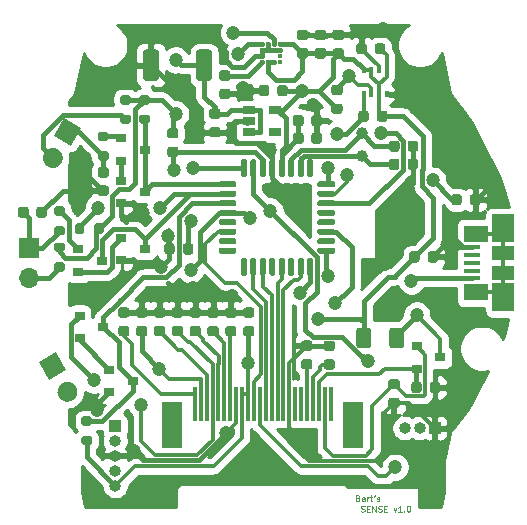
<source format=gbr>
G04 #@! TF.GenerationSoftware,KiCad,Pcbnew,5.1.8-1.fc33*
G04 #@! TF.CreationDate,2021-08-02T18:18:17+02:00*
G04 #@! TF.ProjectId,sense,73656e73-652e-46b6-9963-61645f706362,rev?*
G04 #@! TF.SameCoordinates,Original*
G04 #@! TF.FileFunction,Copper,L1,Top*
G04 #@! TF.FilePolarity,Positive*
%FSLAX46Y46*%
G04 Gerber Fmt 4.6, Leading zero omitted, Abs format (unit mm)*
G04 Created by KiCad (PCBNEW 5.1.8-1.fc33) date 2021-08-02 18:18:17*
%MOMM*%
%LPD*%
G01*
G04 APERTURE LIST*
G04 #@! TA.AperFunction,NonConductor*
%ADD10C,0.125000*%
G04 #@! TD*
G04 #@! TA.AperFunction,ComponentPad*
%ADD11C,1.000000*%
G04 #@! TD*
G04 #@! TA.AperFunction,SMDPad,CuDef*
%ADD12R,0.350000X0.500000*%
G04 #@! TD*
G04 #@! TA.AperFunction,SMDPad,CuDef*
%ADD13R,1.800000X4.000000*%
G04 #@! TD*
G04 #@! TA.AperFunction,SMDPad,CuDef*
%ADD14R,0.300000X3.000000*%
G04 #@! TD*
G04 #@! TA.AperFunction,SMDPad,CuDef*
%ADD15R,0.900000X0.800000*%
G04 #@! TD*
G04 #@! TA.AperFunction,SMDPad,CuDef*
%ADD16R,1.060000X0.650000*%
G04 #@! TD*
G04 #@! TA.AperFunction,SMDPad,CuDef*
%ADD17R,1.380000X0.450000*%
G04 #@! TD*
G04 #@! TA.AperFunction,SMDPad,CuDef*
%ADD18R,2.100000X1.475000*%
G04 #@! TD*
G04 #@! TA.AperFunction,SMDPad,CuDef*
%ADD19R,1.900000X2.375000*%
G04 #@! TD*
G04 #@! TA.AperFunction,SMDPad,CuDef*
%ADD20R,1.900000X1.175000*%
G04 #@! TD*
G04 #@! TA.AperFunction,ComponentPad*
%ADD21R,1.000000X1.000000*%
G04 #@! TD*
G04 #@! TA.AperFunction,ComponentPad*
%ADD22O,1.000000X1.000000*%
G04 #@! TD*
G04 #@! TA.AperFunction,SMDPad,CuDef*
%ADD23R,0.375000X0.350000*%
G04 #@! TD*
G04 #@! TA.AperFunction,SMDPad,CuDef*
%ADD24R,0.350000X0.375000*%
G04 #@! TD*
G04 #@! TA.AperFunction,ComponentPad*
%ADD25C,0.100000*%
G04 #@! TD*
G04 #@! TA.AperFunction,ComponentPad*
%ADD26O,1.700000X1.700000*%
G04 #@! TD*
G04 #@! TA.AperFunction,ComponentPad*
%ADD27R,1.700000X1.700000*%
G04 #@! TD*
G04 #@! TA.AperFunction,ViaPad*
%ADD28C,1.200000*%
G04 #@! TD*
G04 #@! TA.AperFunction,Conductor*
%ADD29C,0.400000*%
G04 #@! TD*
G04 #@! TA.AperFunction,Conductor*
%ADD30C,0.300000*%
G04 #@! TD*
G04 #@! TA.AperFunction,Conductor*
%ADD31C,0.250000*%
G04 #@! TD*
G04 #@! TA.AperFunction,Conductor*
%ADD32C,0.254000*%
G04 #@! TD*
G04 #@! TA.AperFunction,Conductor*
%ADD33C,0.100000*%
G04 #@! TD*
G04 APERTURE END LIST*
D10*
X167580476Y-138716785D02*
X167651904Y-138740595D01*
X167675714Y-138764404D01*
X167699523Y-138812023D01*
X167699523Y-138883452D01*
X167675714Y-138931071D01*
X167651904Y-138954880D01*
X167604285Y-138978690D01*
X167413809Y-138978690D01*
X167413809Y-138478690D01*
X167580476Y-138478690D01*
X167628095Y-138502500D01*
X167651904Y-138526309D01*
X167675714Y-138573928D01*
X167675714Y-138621547D01*
X167651904Y-138669166D01*
X167628095Y-138692976D01*
X167580476Y-138716785D01*
X167413809Y-138716785D01*
X168128095Y-138978690D02*
X168128095Y-138716785D01*
X168104285Y-138669166D01*
X168056666Y-138645357D01*
X167961428Y-138645357D01*
X167913809Y-138669166D01*
X168128095Y-138954880D02*
X168080476Y-138978690D01*
X167961428Y-138978690D01*
X167913809Y-138954880D01*
X167890000Y-138907261D01*
X167890000Y-138859642D01*
X167913809Y-138812023D01*
X167961428Y-138788214D01*
X168080476Y-138788214D01*
X168128095Y-138764404D01*
X168366190Y-138978690D02*
X168366190Y-138645357D01*
X168366190Y-138740595D02*
X168390000Y-138692976D01*
X168413809Y-138669166D01*
X168461428Y-138645357D01*
X168509047Y-138645357D01*
X168604285Y-138645357D02*
X168794761Y-138645357D01*
X168675714Y-138478690D02*
X168675714Y-138907261D01*
X168699523Y-138954880D01*
X168747142Y-138978690D01*
X168794761Y-138978690D01*
X168985238Y-138478690D02*
X168937619Y-138573928D01*
X169175714Y-138954880D02*
X169223333Y-138978690D01*
X169318571Y-138978690D01*
X169366190Y-138954880D01*
X169390000Y-138907261D01*
X169390000Y-138883452D01*
X169366190Y-138835833D01*
X169318571Y-138812023D01*
X169247142Y-138812023D01*
X169199523Y-138788214D01*
X169175714Y-138740595D01*
X169175714Y-138716785D01*
X169199523Y-138669166D01*
X169247142Y-138645357D01*
X169318571Y-138645357D01*
X169366190Y-138669166D01*
X167842380Y-139829880D02*
X167913809Y-139853690D01*
X168032857Y-139853690D01*
X168080476Y-139829880D01*
X168104285Y-139806071D01*
X168128095Y-139758452D01*
X168128095Y-139710833D01*
X168104285Y-139663214D01*
X168080476Y-139639404D01*
X168032857Y-139615595D01*
X167937619Y-139591785D01*
X167890000Y-139567976D01*
X167866190Y-139544166D01*
X167842380Y-139496547D01*
X167842380Y-139448928D01*
X167866190Y-139401309D01*
X167890000Y-139377500D01*
X167937619Y-139353690D01*
X168056666Y-139353690D01*
X168128095Y-139377500D01*
X168342380Y-139591785D02*
X168509047Y-139591785D01*
X168580476Y-139853690D02*
X168342380Y-139853690D01*
X168342380Y-139353690D01*
X168580476Y-139353690D01*
X168794761Y-139853690D02*
X168794761Y-139353690D01*
X169080476Y-139853690D01*
X169080476Y-139353690D01*
X169294761Y-139829880D02*
X169366190Y-139853690D01*
X169485238Y-139853690D01*
X169532857Y-139829880D01*
X169556666Y-139806071D01*
X169580476Y-139758452D01*
X169580476Y-139710833D01*
X169556666Y-139663214D01*
X169532857Y-139639404D01*
X169485238Y-139615595D01*
X169390000Y-139591785D01*
X169342380Y-139567976D01*
X169318571Y-139544166D01*
X169294761Y-139496547D01*
X169294761Y-139448928D01*
X169318571Y-139401309D01*
X169342380Y-139377500D01*
X169390000Y-139353690D01*
X169509047Y-139353690D01*
X169580476Y-139377500D01*
X169794761Y-139591785D02*
X169961428Y-139591785D01*
X170032857Y-139853690D02*
X169794761Y-139853690D01*
X169794761Y-139353690D01*
X170032857Y-139353690D01*
X170580476Y-139520357D02*
X170699523Y-139853690D01*
X170818571Y-139520357D01*
X171270952Y-139853690D02*
X170985238Y-139853690D01*
X171128095Y-139853690D02*
X171128095Y-139353690D01*
X171080476Y-139425119D01*
X171032857Y-139472738D01*
X170985238Y-139496547D01*
X171485238Y-139806071D02*
X171509047Y-139829880D01*
X171485238Y-139853690D01*
X171461428Y-139829880D01*
X171485238Y-139806071D01*
X171485238Y-139853690D01*
X171818571Y-139353690D02*
X171866190Y-139353690D01*
X171913809Y-139377500D01*
X171937619Y-139401309D01*
X171961428Y-139448928D01*
X171985238Y-139544166D01*
X171985238Y-139663214D01*
X171961428Y-139758452D01*
X171937619Y-139806071D01*
X171913809Y-139829880D01*
X171866190Y-139853690D01*
X171818571Y-139853690D01*
X171770952Y-139829880D01*
X171747142Y-139806071D01*
X171723333Y-139758452D01*
X171699523Y-139663214D01*
X171699523Y-139544166D01*
X171723333Y-139448928D01*
X171747142Y-139401309D01*
X171770952Y-139377500D01*
X171818571Y-139353690D01*
G04 #@! TA.AperFunction,SMDPad,CuDef*
G36*
G01*
X145250000Y-116175000D02*
X145250000Y-115625000D01*
G75*
G02*
X145450000Y-115425000I200000J0D01*
G01*
X145850000Y-115425000D01*
G75*
G02*
X146050000Y-115625000I0J-200000D01*
G01*
X146050000Y-116175000D01*
G75*
G02*
X145850000Y-116375000I-200000J0D01*
G01*
X145450000Y-116375000D01*
G75*
G02*
X145250000Y-116175000I0J200000D01*
G01*
G37*
G04 #@! TD.AperFunction*
G04 #@! TA.AperFunction,SMDPad,CuDef*
G36*
G01*
X143600000Y-116175000D02*
X143600000Y-115625000D01*
G75*
G02*
X143800000Y-115425000I200000J0D01*
G01*
X144200000Y-115425000D01*
G75*
G02*
X144400000Y-115625000I0J-200000D01*
G01*
X144400000Y-116175000D01*
G75*
G02*
X144200000Y-116375000I-200000J0D01*
G01*
X143800000Y-116375000D01*
G75*
G02*
X143600000Y-116175000I0J200000D01*
G01*
G37*
G04 #@! TD.AperFunction*
D11*
X167894000Y-109728000D03*
X167894000Y-107828000D03*
D12*
X168045000Y-104505000D03*
X168695000Y-104505000D03*
X169345000Y-104505000D03*
X169995000Y-104505000D03*
X169995000Y-102455000D03*
X169345000Y-102455000D03*
X168695000Y-102455000D03*
X168045000Y-102455000D03*
D13*
X167160000Y-132510000D03*
X151860000Y-132510000D03*
D14*
X153760000Y-130710000D03*
X154260000Y-130710000D03*
X154760000Y-130710000D03*
X155260000Y-130710000D03*
X155760000Y-130710000D03*
X156260000Y-130710000D03*
X156760000Y-130710000D03*
X157260000Y-130710000D03*
X157760000Y-130710000D03*
X158260000Y-130710000D03*
X158760000Y-130710000D03*
X159260000Y-130710000D03*
X159760000Y-130710000D03*
X160260000Y-130710000D03*
X160760000Y-130710000D03*
X161260000Y-130710000D03*
X161760000Y-130710000D03*
X162260000Y-130710000D03*
X162760000Y-130710000D03*
X163260000Y-130710000D03*
X163760000Y-130710000D03*
X164260000Y-130710000D03*
X164760000Y-130710000D03*
X165260000Y-130710000D03*
G04 #@! TA.AperFunction,SMDPad,CuDef*
G36*
G01*
X155215000Y-100964999D02*
X155215000Y-103115001D01*
G75*
G02*
X154965001Y-103365000I-249999J0D01*
G01*
X154114999Y-103365000D01*
G75*
G02*
X153865000Y-103115001I0J249999D01*
G01*
X153865000Y-100964999D01*
G75*
G02*
X154114999Y-100715000I249999J0D01*
G01*
X154965001Y-100715000D01*
G75*
G02*
X155215000Y-100964999I0J-249999D01*
G01*
G37*
G04 #@! TD.AperFunction*
G04 #@! TA.AperFunction,SMDPad,CuDef*
G36*
G01*
X150715000Y-100964999D02*
X150715000Y-103115001D01*
G75*
G02*
X150465001Y-103365000I-249999J0D01*
G01*
X149614999Y-103365000D01*
G75*
G02*
X149365000Y-103115001I0J249999D01*
G01*
X149365000Y-100964999D01*
G75*
G02*
X149614999Y-100715000I249999J0D01*
G01*
X150465001Y-100715000D01*
G75*
G02*
X150715000Y-100964999I0J-249999D01*
G01*
G37*
G04 #@! TD.AperFunction*
G04 #@! TA.AperFunction,SMDPad,CuDef*
G36*
G01*
X168306000Y-100403750D02*
X168306000Y-100916250D01*
G75*
G02*
X168087250Y-101135000I-218750J0D01*
G01*
X167649750Y-101135000D01*
G75*
G02*
X167431000Y-100916250I0J218750D01*
G01*
X167431000Y-100403750D01*
G75*
G02*
X167649750Y-100185000I218750J0D01*
G01*
X168087250Y-100185000D01*
G75*
G02*
X168306000Y-100403750I0J-218750D01*
G01*
G37*
G04 #@! TD.AperFunction*
G04 #@! TA.AperFunction,SMDPad,CuDef*
G36*
G01*
X169881000Y-100403750D02*
X169881000Y-100916250D01*
G75*
G02*
X169662250Y-101135000I-218750J0D01*
G01*
X169224750Y-101135000D01*
G75*
G02*
X169006000Y-100916250I0J218750D01*
G01*
X169006000Y-100403750D01*
G75*
G02*
X169224750Y-100185000I218750J0D01*
G01*
X169662250Y-100185000D01*
G75*
G02*
X169881000Y-100403750I0J-218750D01*
G01*
G37*
G04 #@! TD.AperFunction*
G04 #@! TA.AperFunction,SMDPad,CuDef*
G36*
G01*
X166166250Y-101485000D02*
X165653750Y-101485000D01*
G75*
G02*
X165435000Y-101266250I0J218750D01*
G01*
X165435000Y-100828750D01*
G75*
G02*
X165653750Y-100610000I218750J0D01*
G01*
X166166250Y-100610000D01*
G75*
G02*
X166385000Y-100828750I0J-218750D01*
G01*
X166385000Y-101266250D01*
G75*
G02*
X166166250Y-101485000I-218750J0D01*
G01*
G37*
G04 #@! TD.AperFunction*
G04 #@! TA.AperFunction,SMDPad,CuDef*
G36*
G01*
X166166250Y-99910000D02*
X165653750Y-99910000D01*
G75*
G02*
X165435000Y-99691250I0J218750D01*
G01*
X165435000Y-99253750D01*
G75*
G02*
X165653750Y-99035000I218750J0D01*
G01*
X166166250Y-99035000D01*
G75*
G02*
X166385000Y-99253750I0J-218750D01*
G01*
X166385000Y-99691250D01*
G75*
G02*
X166166250Y-99910000I-218750J0D01*
G01*
G37*
G04 #@! TD.AperFunction*
G04 #@! TA.AperFunction,SMDPad,CuDef*
G36*
G01*
X170195000Y-110696250D02*
X170195000Y-110183750D01*
G75*
G02*
X170413750Y-109965000I218750J0D01*
G01*
X170851250Y-109965000D01*
G75*
G02*
X171070000Y-110183750I0J-218750D01*
G01*
X171070000Y-110696250D01*
G75*
G02*
X170851250Y-110915000I-218750J0D01*
G01*
X170413750Y-110915000D01*
G75*
G02*
X170195000Y-110696250I0J218750D01*
G01*
G37*
G04 #@! TD.AperFunction*
G04 #@! TA.AperFunction,SMDPad,CuDef*
G36*
G01*
X171770000Y-110696250D02*
X171770000Y-110183750D01*
G75*
G02*
X171988750Y-109965000I218750J0D01*
G01*
X172426250Y-109965000D01*
G75*
G02*
X172645000Y-110183750I0J-218750D01*
G01*
X172645000Y-110696250D01*
G75*
G02*
X172426250Y-110915000I-218750J0D01*
G01*
X171988750Y-110915000D01*
G75*
G02*
X171770000Y-110696250I0J218750D01*
G01*
G37*
G04 #@! TD.AperFunction*
G04 #@! TA.AperFunction,SMDPad,CuDef*
G36*
G01*
X171790000Y-109156250D02*
X171790000Y-108643750D01*
G75*
G02*
X172008750Y-108425000I218750J0D01*
G01*
X172446250Y-108425000D01*
G75*
G02*
X172665000Y-108643750I0J-218750D01*
G01*
X172665000Y-109156250D01*
G75*
G02*
X172446250Y-109375000I-218750J0D01*
G01*
X172008750Y-109375000D01*
G75*
G02*
X171790000Y-109156250I0J218750D01*
G01*
G37*
G04 #@! TD.AperFunction*
G04 #@! TA.AperFunction,SMDPad,CuDef*
G36*
G01*
X170215000Y-109156250D02*
X170215000Y-108643750D01*
G75*
G02*
X170433750Y-108425000I218750J0D01*
G01*
X170871250Y-108425000D01*
G75*
G02*
X171090000Y-108643750I0J-218750D01*
G01*
X171090000Y-109156250D01*
G75*
G02*
X170871250Y-109375000I-218750J0D01*
G01*
X170433750Y-109375000D01*
G75*
G02*
X170215000Y-109156250I0J218750D01*
G01*
G37*
G04 #@! TD.AperFunction*
G04 #@! TA.AperFunction,SMDPad,CuDef*
G36*
G01*
X173480000Y-118536250D02*
X173480000Y-118023750D01*
G75*
G02*
X173698750Y-117805000I218750J0D01*
G01*
X174136250Y-117805000D01*
G75*
G02*
X174355000Y-118023750I0J-218750D01*
G01*
X174355000Y-118536250D01*
G75*
G02*
X174136250Y-118755000I-218750J0D01*
G01*
X173698750Y-118755000D01*
G75*
G02*
X173480000Y-118536250I0J218750D01*
G01*
G37*
G04 #@! TD.AperFunction*
G04 #@! TA.AperFunction,SMDPad,CuDef*
G36*
G01*
X171905000Y-118536250D02*
X171905000Y-118023750D01*
G75*
G02*
X172123750Y-117805000I218750J0D01*
G01*
X172561250Y-117805000D01*
G75*
G02*
X172780000Y-118023750I0J-218750D01*
G01*
X172780000Y-118536250D01*
G75*
G02*
X172561250Y-118755000I-218750J0D01*
G01*
X172123750Y-118755000D01*
G75*
G02*
X171905000Y-118536250I0J218750D01*
G01*
G37*
G04 #@! TD.AperFunction*
G04 #@! TA.AperFunction,SMDPad,CuDef*
G36*
G01*
X165396250Y-127825000D02*
X164883750Y-127825000D01*
G75*
G02*
X164665000Y-127606250I0J218750D01*
G01*
X164665000Y-127168750D01*
G75*
G02*
X164883750Y-126950000I218750J0D01*
G01*
X165396250Y-126950000D01*
G75*
G02*
X165615000Y-127168750I0J-218750D01*
G01*
X165615000Y-127606250D01*
G75*
G02*
X165396250Y-127825000I-218750J0D01*
G01*
G37*
G04 #@! TD.AperFunction*
G04 #@! TA.AperFunction,SMDPad,CuDef*
G36*
G01*
X165396250Y-126250000D02*
X164883750Y-126250000D01*
G75*
G02*
X164665000Y-126031250I0J218750D01*
G01*
X164665000Y-125593750D01*
G75*
G02*
X164883750Y-125375000I218750J0D01*
G01*
X165396250Y-125375000D01*
G75*
G02*
X165615000Y-125593750I0J-218750D01*
G01*
X165615000Y-126031250D01*
G75*
G02*
X165396250Y-126250000I-218750J0D01*
G01*
G37*
G04 #@! TD.AperFunction*
G04 #@! TA.AperFunction,SMDPad,CuDef*
G36*
G01*
X163486250Y-127805000D02*
X162973750Y-127805000D01*
G75*
G02*
X162755000Y-127586250I0J218750D01*
G01*
X162755000Y-127148750D01*
G75*
G02*
X162973750Y-126930000I218750J0D01*
G01*
X163486250Y-126930000D01*
G75*
G02*
X163705000Y-127148750I0J-218750D01*
G01*
X163705000Y-127586250D01*
G75*
G02*
X163486250Y-127805000I-218750J0D01*
G01*
G37*
G04 #@! TD.AperFunction*
G04 #@! TA.AperFunction,SMDPad,CuDef*
G36*
G01*
X163486250Y-126230000D02*
X162973750Y-126230000D01*
G75*
G02*
X162755000Y-126011250I0J218750D01*
G01*
X162755000Y-125573750D01*
G75*
G02*
X162973750Y-125355000I218750J0D01*
G01*
X163486250Y-125355000D01*
G75*
G02*
X163705000Y-125573750I0J-218750D01*
G01*
X163705000Y-126011250D01*
G75*
G02*
X163486250Y-126230000I-218750J0D01*
G01*
G37*
G04 #@! TD.AperFunction*
G04 #@! TA.AperFunction,SMDPad,CuDef*
G36*
G01*
X158576250Y-123430000D02*
X158063750Y-123430000D01*
G75*
G02*
X157845000Y-123211250I0J218750D01*
G01*
X157845000Y-122773750D01*
G75*
G02*
X158063750Y-122555000I218750J0D01*
G01*
X158576250Y-122555000D01*
G75*
G02*
X158795000Y-122773750I0J-218750D01*
G01*
X158795000Y-123211250D01*
G75*
G02*
X158576250Y-123430000I-218750J0D01*
G01*
G37*
G04 #@! TD.AperFunction*
G04 #@! TA.AperFunction,SMDPad,CuDef*
G36*
G01*
X158576250Y-125005000D02*
X158063750Y-125005000D01*
G75*
G02*
X157845000Y-124786250I0J218750D01*
G01*
X157845000Y-124348750D01*
G75*
G02*
X158063750Y-124130000I218750J0D01*
G01*
X158576250Y-124130000D01*
G75*
G02*
X158795000Y-124348750I0J-218750D01*
G01*
X158795000Y-124786250D01*
G75*
G02*
X158576250Y-125005000I-218750J0D01*
G01*
G37*
G04 #@! TD.AperFunction*
G04 #@! TA.AperFunction,SMDPad,CuDef*
G36*
G01*
X157066250Y-123430000D02*
X156553750Y-123430000D01*
G75*
G02*
X156335000Y-123211250I0J218750D01*
G01*
X156335000Y-122773750D01*
G75*
G02*
X156553750Y-122555000I218750J0D01*
G01*
X157066250Y-122555000D01*
G75*
G02*
X157285000Y-122773750I0J-218750D01*
G01*
X157285000Y-123211250D01*
G75*
G02*
X157066250Y-123430000I-218750J0D01*
G01*
G37*
G04 #@! TD.AperFunction*
G04 #@! TA.AperFunction,SMDPad,CuDef*
G36*
G01*
X157066250Y-125005000D02*
X156553750Y-125005000D01*
G75*
G02*
X156335000Y-124786250I0J218750D01*
G01*
X156335000Y-124348750D01*
G75*
G02*
X156553750Y-124130000I218750J0D01*
G01*
X157066250Y-124130000D01*
G75*
G02*
X157285000Y-124348750I0J-218750D01*
G01*
X157285000Y-124786250D01*
G75*
G02*
X157066250Y-125005000I-218750J0D01*
G01*
G37*
G04 #@! TD.AperFunction*
G04 #@! TA.AperFunction,SMDPad,CuDef*
G36*
G01*
X155556250Y-125005000D02*
X155043750Y-125005000D01*
G75*
G02*
X154825000Y-124786250I0J218750D01*
G01*
X154825000Y-124348750D01*
G75*
G02*
X155043750Y-124130000I218750J0D01*
G01*
X155556250Y-124130000D01*
G75*
G02*
X155775000Y-124348750I0J-218750D01*
G01*
X155775000Y-124786250D01*
G75*
G02*
X155556250Y-125005000I-218750J0D01*
G01*
G37*
G04 #@! TD.AperFunction*
G04 #@! TA.AperFunction,SMDPad,CuDef*
G36*
G01*
X155556250Y-123430000D02*
X155043750Y-123430000D01*
G75*
G02*
X154825000Y-123211250I0J218750D01*
G01*
X154825000Y-122773750D01*
G75*
G02*
X155043750Y-122555000I218750J0D01*
G01*
X155556250Y-122555000D01*
G75*
G02*
X155775000Y-122773750I0J-218750D01*
G01*
X155775000Y-123211250D01*
G75*
G02*
X155556250Y-123430000I-218750J0D01*
G01*
G37*
G04 #@! TD.AperFunction*
G04 #@! TA.AperFunction,SMDPad,CuDef*
G36*
G01*
X154046250Y-124995000D02*
X153533750Y-124995000D01*
G75*
G02*
X153315000Y-124776250I0J218750D01*
G01*
X153315000Y-124338750D01*
G75*
G02*
X153533750Y-124120000I218750J0D01*
G01*
X154046250Y-124120000D01*
G75*
G02*
X154265000Y-124338750I0J-218750D01*
G01*
X154265000Y-124776250D01*
G75*
G02*
X154046250Y-124995000I-218750J0D01*
G01*
G37*
G04 #@! TD.AperFunction*
G04 #@! TA.AperFunction,SMDPad,CuDef*
G36*
G01*
X154046250Y-123420000D02*
X153533750Y-123420000D01*
G75*
G02*
X153315000Y-123201250I0J218750D01*
G01*
X153315000Y-122763750D01*
G75*
G02*
X153533750Y-122545000I218750J0D01*
G01*
X154046250Y-122545000D01*
G75*
G02*
X154265000Y-122763750I0J-218750D01*
G01*
X154265000Y-123201250D01*
G75*
G02*
X154046250Y-123420000I-218750J0D01*
G01*
G37*
G04 #@! TD.AperFunction*
G04 #@! TA.AperFunction,SMDPad,CuDef*
G36*
G01*
X152536250Y-123420000D02*
X152023750Y-123420000D01*
G75*
G02*
X151805000Y-123201250I0J218750D01*
G01*
X151805000Y-122763750D01*
G75*
G02*
X152023750Y-122545000I218750J0D01*
G01*
X152536250Y-122545000D01*
G75*
G02*
X152755000Y-122763750I0J-218750D01*
G01*
X152755000Y-123201250D01*
G75*
G02*
X152536250Y-123420000I-218750J0D01*
G01*
G37*
G04 #@! TD.AperFunction*
G04 #@! TA.AperFunction,SMDPad,CuDef*
G36*
G01*
X152536250Y-124995000D02*
X152023750Y-124995000D01*
G75*
G02*
X151805000Y-124776250I0J218750D01*
G01*
X151805000Y-124338750D01*
G75*
G02*
X152023750Y-124120000I218750J0D01*
G01*
X152536250Y-124120000D01*
G75*
G02*
X152755000Y-124338750I0J-218750D01*
G01*
X152755000Y-124776250D01*
G75*
G02*
X152536250Y-124995000I-218750J0D01*
G01*
G37*
G04 #@! TD.AperFunction*
G04 #@! TA.AperFunction,SMDPad,CuDef*
G36*
G01*
X151026250Y-124995000D02*
X150513750Y-124995000D01*
G75*
G02*
X150295000Y-124776250I0J218750D01*
G01*
X150295000Y-124338750D01*
G75*
G02*
X150513750Y-124120000I218750J0D01*
G01*
X151026250Y-124120000D01*
G75*
G02*
X151245000Y-124338750I0J-218750D01*
G01*
X151245000Y-124776250D01*
G75*
G02*
X151026250Y-124995000I-218750J0D01*
G01*
G37*
G04 #@! TD.AperFunction*
G04 #@! TA.AperFunction,SMDPad,CuDef*
G36*
G01*
X151026250Y-123420000D02*
X150513750Y-123420000D01*
G75*
G02*
X150295000Y-123201250I0J218750D01*
G01*
X150295000Y-122763750D01*
G75*
G02*
X150513750Y-122545000I218750J0D01*
G01*
X151026250Y-122545000D01*
G75*
G02*
X151245000Y-122763750I0J-218750D01*
G01*
X151245000Y-123201250D01*
G75*
G02*
X151026250Y-123420000I-218750J0D01*
G01*
G37*
G04 #@! TD.AperFunction*
G04 #@! TA.AperFunction,SMDPad,CuDef*
G36*
G01*
X149516250Y-123420000D02*
X149003750Y-123420000D01*
G75*
G02*
X148785000Y-123201250I0J218750D01*
G01*
X148785000Y-122763750D01*
G75*
G02*
X149003750Y-122545000I218750J0D01*
G01*
X149516250Y-122545000D01*
G75*
G02*
X149735000Y-122763750I0J-218750D01*
G01*
X149735000Y-123201250D01*
G75*
G02*
X149516250Y-123420000I-218750J0D01*
G01*
G37*
G04 #@! TD.AperFunction*
G04 #@! TA.AperFunction,SMDPad,CuDef*
G36*
G01*
X149516250Y-124995000D02*
X149003750Y-124995000D01*
G75*
G02*
X148785000Y-124776250I0J218750D01*
G01*
X148785000Y-124338750D01*
G75*
G02*
X149003750Y-124120000I218750J0D01*
G01*
X149516250Y-124120000D01*
G75*
G02*
X149735000Y-124338750I0J-218750D01*
G01*
X149735000Y-124776250D01*
G75*
G02*
X149516250Y-124995000I-218750J0D01*
G01*
G37*
G04 #@! TD.AperFunction*
G04 #@! TA.AperFunction,SMDPad,CuDef*
G36*
G01*
X148006250Y-123420000D02*
X147493750Y-123420000D01*
G75*
G02*
X147275000Y-123201250I0J218750D01*
G01*
X147275000Y-122763750D01*
G75*
G02*
X147493750Y-122545000I218750J0D01*
G01*
X148006250Y-122545000D01*
G75*
G02*
X148225000Y-122763750I0J-218750D01*
G01*
X148225000Y-123201250D01*
G75*
G02*
X148006250Y-123420000I-218750J0D01*
G01*
G37*
G04 #@! TD.AperFunction*
G04 #@! TA.AperFunction,SMDPad,CuDef*
G36*
G01*
X148006250Y-124995000D02*
X147493750Y-124995000D01*
G75*
G02*
X147275000Y-124776250I0J218750D01*
G01*
X147275000Y-124338750D01*
G75*
G02*
X147493750Y-124120000I218750J0D01*
G01*
X148006250Y-124120000D01*
G75*
G02*
X148225000Y-124338750I0J-218750D01*
G01*
X148225000Y-124776250D01*
G75*
G02*
X148006250Y-124995000I-218750J0D01*
G01*
G37*
G04 #@! TD.AperFunction*
G04 #@! TA.AperFunction,SMDPad,CuDef*
G36*
G01*
X155191750Y-107284000D02*
X155704250Y-107284000D01*
G75*
G02*
X155923000Y-107502750I0J-218750D01*
G01*
X155923000Y-107940250D01*
G75*
G02*
X155704250Y-108159000I-218750J0D01*
G01*
X155191750Y-108159000D01*
G75*
G02*
X154973000Y-107940250I0J218750D01*
G01*
X154973000Y-107502750D01*
G75*
G02*
X155191750Y-107284000I218750J0D01*
G01*
G37*
G04 #@! TD.AperFunction*
G04 #@! TA.AperFunction,SMDPad,CuDef*
G36*
G01*
X155191750Y-105709000D02*
X155704250Y-105709000D01*
G75*
G02*
X155923000Y-105927750I0J-218750D01*
G01*
X155923000Y-106365250D01*
G75*
G02*
X155704250Y-106584000I-218750J0D01*
G01*
X155191750Y-106584000D01*
G75*
G02*
X154973000Y-106365250I0J218750D01*
G01*
X154973000Y-105927750D01*
G75*
G02*
X155191750Y-105709000I218750J0D01*
G01*
G37*
G04 #@! TD.AperFunction*
G04 #@! TA.AperFunction,SMDPad,CuDef*
G36*
G01*
X161626000Y-103942170D02*
X161626000Y-104454670D01*
G75*
G02*
X161407250Y-104673420I-218750J0D01*
G01*
X160969750Y-104673420D01*
G75*
G02*
X160751000Y-104454670I0J218750D01*
G01*
X160751000Y-103942170D01*
G75*
G02*
X160969750Y-103723420I218750J0D01*
G01*
X161407250Y-103723420D01*
G75*
G02*
X161626000Y-103942170I0J-218750D01*
G01*
G37*
G04 #@! TD.AperFunction*
G04 #@! TA.AperFunction,SMDPad,CuDef*
G36*
G01*
X160051000Y-103942170D02*
X160051000Y-104454670D01*
G75*
G02*
X159832250Y-104673420I-218750J0D01*
G01*
X159394750Y-104673420D01*
G75*
G02*
X159176000Y-104454670I0J218750D01*
G01*
X159176000Y-103942170D01*
G75*
G02*
X159394750Y-103723420I218750J0D01*
G01*
X159832250Y-103723420D01*
G75*
G02*
X160051000Y-103942170I0J-218750D01*
G01*
G37*
G04 #@! TD.AperFunction*
D15*
X172548040Y-125844260D03*
X172548040Y-127744260D03*
X174548040Y-126794260D03*
G04 #@! TA.AperFunction,SMDPad,CuDef*
G36*
G01*
X151635750Y-107377500D02*
X152148250Y-107377500D01*
G75*
G02*
X152367000Y-107596250I0J-218750D01*
G01*
X152367000Y-108033750D01*
G75*
G02*
X152148250Y-108252500I-218750J0D01*
G01*
X151635750Y-108252500D01*
G75*
G02*
X151417000Y-108033750I0J218750D01*
G01*
X151417000Y-107596250D01*
G75*
G02*
X151635750Y-107377500I218750J0D01*
G01*
G37*
G04 #@! TD.AperFunction*
G04 #@! TA.AperFunction,SMDPad,CuDef*
G36*
G01*
X151635750Y-108952500D02*
X152148250Y-108952500D01*
G75*
G02*
X152367000Y-109171250I0J-218750D01*
G01*
X152367000Y-109608750D01*
G75*
G02*
X152148250Y-109827500I-218750J0D01*
G01*
X151635750Y-109827500D01*
G75*
G02*
X151417000Y-109608750I0J218750D01*
G01*
X151417000Y-109171250D01*
G75*
G02*
X151635750Y-108952500I218750J0D01*
G01*
G37*
G04 #@! TD.AperFunction*
G04 #@! TA.AperFunction,SMDPad,CuDef*
G36*
G01*
X168480000Y-106113750D02*
X168480000Y-106626250D01*
G75*
G02*
X168261250Y-106845000I-218750J0D01*
G01*
X167823750Y-106845000D01*
G75*
G02*
X167605000Y-106626250I0J218750D01*
G01*
X167605000Y-106113750D01*
G75*
G02*
X167823750Y-105895000I218750J0D01*
G01*
X168261250Y-105895000D01*
G75*
G02*
X168480000Y-106113750I0J-218750D01*
G01*
G37*
G04 #@! TD.AperFunction*
G04 #@! TA.AperFunction,SMDPad,CuDef*
G36*
G01*
X170055000Y-106113750D02*
X170055000Y-106626250D01*
G75*
G02*
X169836250Y-106845000I-218750J0D01*
G01*
X169398750Y-106845000D01*
G75*
G02*
X169180000Y-106626250I0J218750D01*
G01*
X169180000Y-106113750D01*
G75*
G02*
X169398750Y-105895000I218750J0D01*
G01*
X169836250Y-105895000D01*
G75*
G02*
X170055000Y-106113750I0J-218750D01*
G01*
G37*
G04 #@! TD.AperFunction*
G04 #@! TA.AperFunction,SMDPad,CuDef*
G36*
G01*
X166046250Y-106165000D02*
X165533750Y-106165000D01*
G75*
G02*
X165315000Y-105946250I0J218750D01*
G01*
X165315000Y-105508750D01*
G75*
G02*
X165533750Y-105290000I218750J0D01*
G01*
X166046250Y-105290000D01*
G75*
G02*
X166265000Y-105508750I0J-218750D01*
G01*
X166265000Y-105946250D01*
G75*
G02*
X166046250Y-106165000I-218750J0D01*
G01*
G37*
G04 #@! TD.AperFunction*
G04 #@! TA.AperFunction,SMDPad,CuDef*
G36*
G01*
X166046250Y-104590000D02*
X165533750Y-104590000D01*
G75*
G02*
X165315000Y-104371250I0J218750D01*
G01*
X165315000Y-103933750D01*
G75*
G02*
X165533750Y-103715000I218750J0D01*
G01*
X166046250Y-103715000D01*
G75*
G02*
X166265000Y-103933750I0J-218750D01*
G01*
X166265000Y-104371250D01*
G75*
G02*
X166046250Y-104590000I-218750J0D01*
G01*
G37*
G04 #@! TD.AperFunction*
G04 #@! TA.AperFunction,SMDPad,CuDef*
G36*
G01*
X170360630Y-128614720D02*
X170873130Y-128614720D01*
G75*
G02*
X171091880Y-128833470I0J-218750D01*
G01*
X171091880Y-129270970D01*
G75*
G02*
X170873130Y-129489720I-218750J0D01*
G01*
X170360630Y-129489720D01*
G75*
G02*
X170141880Y-129270970I0J218750D01*
G01*
X170141880Y-128833470D01*
G75*
G02*
X170360630Y-128614720I218750J0D01*
G01*
G37*
G04 #@! TD.AperFunction*
G04 #@! TA.AperFunction,SMDPad,CuDef*
G36*
G01*
X170360630Y-130189720D02*
X170873130Y-130189720D01*
G75*
G02*
X171091880Y-130408470I0J-218750D01*
G01*
X171091880Y-130845970D01*
G75*
G02*
X170873130Y-131064720I-218750J0D01*
G01*
X170360630Y-131064720D01*
G75*
G02*
X170141880Y-130845970I0J218750D01*
G01*
X170141880Y-130408470D01*
G75*
G02*
X170360630Y-130189720I218750J0D01*
G01*
G37*
G04 #@! TD.AperFunction*
G04 #@! TA.AperFunction,SMDPad,CuDef*
G36*
G01*
X173654200Y-129587970D02*
X173654200Y-129075470D01*
G75*
G02*
X173872950Y-128856720I218750J0D01*
G01*
X174310450Y-128856720D01*
G75*
G02*
X174529200Y-129075470I0J-218750D01*
G01*
X174529200Y-129587970D01*
G75*
G02*
X174310450Y-129806720I-218750J0D01*
G01*
X173872950Y-129806720D01*
G75*
G02*
X173654200Y-129587970I0J218750D01*
G01*
G37*
G04 #@! TD.AperFunction*
G04 #@! TA.AperFunction,SMDPad,CuDef*
G36*
G01*
X172079200Y-129587970D02*
X172079200Y-129075470D01*
G75*
G02*
X172297950Y-128856720I218750J0D01*
G01*
X172735450Y-128856720D01*
G75*
G02*
X172954200Y-129075470I0J-218750D01*
G01*
X172954200Y-129587970D01*
G75*
G02*
X172735450Y-129806720I-218750J0D01*
G01*
X172297950Y-129806720D01*
G75*
G02*
X172079200Y-129587970I0J218750D01*
G01*
G37*
G04 #@! TD.AperFunction*
D16*
X158310000Y-105830000D03*
X158310000Y-106780000D03*
X158310000Y-107730000D03*
X160510000Y-107730000D03*
X160510000Y-105830000D03*
D17*
X177210000Y-120080000D03*
X177210000Y-119430000D03*
X177210000Y-118780000D03*
X177210000Y-118130000D03*
X177210000Y-117480000D03*
D18*
X177570000Y-121242500D03*
X177570000Y-116317500D03*
D19*
X179870000Y-121690000D03*
X179870000Y-115870000D03*
D20*
X179870000Y-119620000D03*
X179870000Y-117940000D03*
G04 #@! TA.AperFunction,SMDPad,CuDef*
G36*
G01*
X153625000Y-117343750D02*
X153625000Y-117856250D01*
G75*
G02*
X153406250Y-118075000I-218750J0D01*
G01*
X152968750Y-118075000D01*
G75*
G02*
X152750000Y-117856250I0J218750D01*
G01*
X152750000Y-117343750D01*
G75*
G02*
X152968750Y-117125000I218750J0D01*
G01*
X153406250Y-117125000D01*
G75*
G02*
X153625000Y-117343750I0J-218750D01*
G01*
G37*
G04 #@! TD.AperFunction*
G04 #@! TA.AperFunction,SMDPad,CuDef*
G36*
G01*
X152050000Y-117343750D02*
X152050000Y-117856250D01*
G75*
G02*
X151831250Y-118075000I-218750J0D01*
G01*
X151393750Y-118075000D01*
G75*
G02*
X151175000Y-117856250I0J218750D01*
G01*
X151175000Y-117343750D01*
G75*
G02*
X151393750Y-117125000I218750J0D01*
G01*
X151831250Y-117125000D01*
G75*
G02*
X152050000Y-117343750I0J-218750D01*
G01*
G37*
G04 #@! TD.AperFunction*
G04 #@! TA.AperFunction,SMDPad,CuDef*
G36*
G01*
X163385000Y-110015000D02*
X163635000Y-110015000D01*
G75*
G02*
X163760000Y-110140000I0J-125000D01*
G01*
X163760000Y-111390000D01*
G75*
G02*
X163635000Y-111515000I-125000J0D01*
G01*
X163385000Y-111515000D01*
G75*
G02*
X163260000Y-111390000I0J125000D01*
G01*
X163260000Y-110140000D01*
G75*
G02*
X163385000Y-110015000I125000J0D01*
G01*
G37*
G04 #@! TD.AperFunction*
G04 #@! TA.AperFunction,SMDPad,CuDef*
G36*
G01*
X162585000Y-110015000D02*
X162835000Y-110015000D01*
G75*
G02*
X162960000Y-110140000I0J-125000D01*
G01*
X162960000Y-111390000D01*
G75*
G02*
X162835000Y-111515000I-125000J0D01*
G01*
X162585000Y-111515000D01*
G75*
G02*
X162460000Y-111390000I0J125000D01*
G01*
X162460000Y-110140000D01*
G75*
G02*
X162585000Y-110015000I125000J0D01*
G01*
G37*
G04 #@! TD.AperFunction*
G04 #@! TA.AperFunction,SMDPad,CuDef*
G36*
G01*
X161785000Y-110015000D02*
X162035000Y-110015000D01*
G75*
G02*
X162160000Y-110140000I0J-125000D01*
G01*
X162160000Y-111390000D01*
G75*
G02*
X162035000Y-111515000I-125000J0D01*
G01*
X161785000Y-111515000D01*
G75*
G02*
X161660000Y-111390000I0J125000D01*
G01*
X161660000Y-110140000D01*
G75*
G02*
X161785000Y-110015000I125000J0D01*
G01*
G37*
G04 #@! TD.AperFunction*
G04 #@! TA.AperFunction,SMDPad,CuDef*
G36*
G01*
X160985000Y-110015000D02*
X161235000Y-110015000D01*
G75*
G02*
X161360000Y-110140000I0J-125000D01*
G01*
X161360000Y-111390000D01*
G75*
G02*
X161235000Y-111515000I-125000J0D01*
G01*
X160985000Y-111515000D01*
G75*
G02*
X160860000Y-111390000I0J125000D01*
G01*
X160860000Y-110140000D01*
G75*
G02*
X160985000Y-110015000I125000J0D01*
G01*
G37*
G04 #@! TD.AperFunction*
G04 #@! TA.AperFunction,SMDPad,CuDef*
G36*
G01*
X160185000Y-110015000D02*
X160435000Y-110015000D01*
G75*
G02*
X160560000Y-110140000I0J-125000D01*
G01*
X160560000Y-111390000D01*
G75*
G02*
X160435000Y-111515000I-125000J0D01*
G01*
X160185000Y-111515000D01*
G75*
G02*
X160060000Y-111390000I0J125000D01*
G01*
X160060000Y-110140000D01*
G75*
G02*
X160185000Y-110015000I125000J0D01*
G01*
G37*
G04 #@! TD.AperFunction*
G04 #@! TA.AperFunction,SMDPad,CuDef*
G36*
G01*
X159385000Y-110015000D02*
X159635000Y-110015000D01*
G75*
G02*
X159760000Y-110140000I0J-125000D01*
G01*
X159760000Y-111390000D01*
G75*
G02*
X159635000Y-111515000I-125000J0D01*
G01*
X159385000Y-111515000D01*
G75*
G02*
X159260000Y-111390000I0J125000D01*
G01*
X159260000Y-110140000D01*
G75*
G02*
X159385000Y-110015000I125000J0D01*
G01*
G37*
G04 #@! TD.AperFunction*
G04 #@! TA.AperFunction,SMDPad,CuDef*
G36*
G01*
X158585000Y-110015000D02*
X158835000Y-110015000D01*
G75*
G02*
X158960000Y-110140000I0J-125000D01*
G01*
X158960000Y-111390000D01*
G75*
G02*
X158835000Y-111515000I-125000J0D01*
G01*
X158585000Y-111515000D01*
G75*
G02*
X158460000Y-111390000I0J125000D01*
G01*
X158460000Y-110140000D01*
G75*
G02*
X158585000Y-110015000I125000J0D01*
G01*
G37*
G04 #@! TD.AperFunction*
G04 #@! TA.AperFunction,SMDPad,CuDef*
G36*
G01*
X157785000Y-110015000D02*
X158035000Y-110015000D01*
G75*
G02*
X158160000Y-110140000I0J-125000D01*
G01*
X158160000Y-111390000D01*
G75*
G02*
X158035000Y-111515000I-125000J0D01*
G01*
X157785000Y-111515000D01*
G75*
G02*
X157660000Y-111390000I0J125000D01*
G01*
X157660000Y-110140000D01*
G75*
G02*
X157785000Y-110015000I125000J0D01*
G01*
G37*
G04 #@! TD.AperFunction*
G04 #@! TA.AperFunction,SMDPad,CuDef*
G36*
G01*
X155910000Y-111890000D02*
X157160000Y-111890000D01*
G75*
G02*
X157285000Y-112015000I0J-125000D01*
G01*
X157285000Y-112265000D01*
G75*
G02*
X157160000Y-112390000I-125000J0D01*
G01*
X155910000Y-112390000D01*
G75*
G02*
X155785000Y-112265000I0J125000D01*
G01*
X155785000Y-112015000D01*
G75*
G02*
X155910000Y-111890000I125000J0D01*
G01*
G37*
G04 #@! TD.AperFunction*
G04 #@! TA.AperFunction,SMDPad,CuDef*
G36*
G01*
X155910000Y-112690000D02*
X157160000Y-112690000D01*
G75*
G02*
X157285000Y-112815000I0J-125000D01*
G01*
X157285000Y-113065000D01*
G75*
G02*
X157160000Y-113190000I-125000J0D01*
G01*
X155910000Y-113190000D01*
G75*
G02*
X155785000Y-113065000I0J125000D01*
G01*
X155785000Y-112815000D01*
G75*
G02*
X155910000Y-112690000I125000J0D01*
G01*
G37*
G04 #@! TD.AperFunction*
G04 #@! TA.AperFunction,SMDPad,CuDef*
G36*
G01*
X155910000Y-113490000D02*
X157160000Y-113490000D01*
G75*
G02*
X157285000Y-113615000I0J-125000D01*
G01*
X157285000Y-113865000D01*
G75*
G02*
X157160000Y-113990000I-125000J0D01*
G01*
X155910000Y-113990000D01*
G75*
G02*
X155785000Y-113865000I0J125000D01*
G01*
X155785000Y-113615000D01*
G75*
G02*
X155910000Y-113490000I125000J0D01*
G01*
G37*
G04 #@! TD.AperFunction*
G04 #@! TA.AperFunction,SMDPad,CuDef*
G36*
G01*
X155910000Y-114290000D02*
X157160000Y-114290000D01*
G75*
G02*
X157285000Y-114415000I0J-125000D01*
G01*
X157285000Y-114665000D01*
G75*
G02*
X157160000Y-114790000I-125000J0D01*
G01*
X155910000Y-114790000D01*
G75*
G02*
X155785000Y-114665000I0J125000D01*
G01*
X155785000Y-114415000D01*
G75*
G02*
X155910000Y-114290000I125000J0D01*
G01*
G37*
G04 #@! TD.AperFunction*
G04 #@! TA.AperFunction,SMDPad,CuDef*
G36*
G01*
X155910000Y-115090000D02*
X157160000Y-115090000D01*
G75*
G02*
X157285000Y-115215000I0J-125000D01*
G01*
X157285000Y-115465000D01*
G75*
G02*
X157160000Y-115590000I-125000J0D01*
G01*
X155910000Y-115590000D01*
G75*
G02*
X155785000Y-115465000I0J125000D01*
G01*
X155785000Y-115215000D01*
G75*
G02*
X155910000Y-115090000I125000J0D01*
G01*
G37*
G04 #@! TD.AperFunction*
G04 #@! TA.AperFunction,SMDPad,CuDef*
G36*
G01*
X155910000Y-115890000D02*
X157160000Y-115890000D01*
G75*
G02*
X157285000Y-116015000I0J-125000D01*
G01*
X157285000Y-116265000D01*
G75*
G02*
X157160000Y-116390000I-125000J0D01*
G01*
X155910000Y-116390000D01*
G75*
G02*
X155785000Y-116265000I0J125000D01*
G01*
X155785000Y-116015000D01*
G75*
G02*
X155910000Y-115890000I125000J0D01*
G01*
G37*
G04 #@! TD.AperFunction*
G04 #@! TA.AperFunction,SMDPad,CuDef*
G36*
G01*
X155910000Y-116690000D02*
X157160000Y-116690000D01*
G75*
G02*
X157285000Y-116815000I0J-125000D01*
G01*
X157285000Y-117065000D01*
G75*
G02*
X157160000Y-117190000I-125000J0D01*
G01*
X155910000Y-117190000D01*
G75*
G02*
X155785000Y-117065000I0J125000D01*
G01*
X155785000Y-116815000D01*
G75*
G02*
X155910000Y-116690000I125000J0D01*
G01*
G37*
G04 #@! TD.AperFunction*
G04 #@! TA.AperFunction,SMDPad,CuDef*
G36*
G01*
X155910000Y-117490000D02*
X157160000Y-117490000D01*
G75*
G02*
X157285000Y-117615000I0J-125000D01*
G01*
X157285000Y-117865000D01*
G75*
G02*
X157160000Y-117990000I-125000J0D01*
G01*
X155910000Y-117990000D01*
G75*
G02*
X155785000Y-117865000I0J125000D01*
G01*
X155785000Y-117615000D01*
G75*
G02*
X155910000Y-117490000I125000J0D01*
G01*
G37*
G04 #@! TD.AperFunction*
G04 #@! TA.AperFunction,SMDPad,CuDef*
G36*
G01*
X157785000Y-118365000D02*
X158035000Y-118365000D01*
G75*
G02*
X158160000Y-118490000I0J-125000D01*
G01*
X158160000Y-119740000D01*
G75*
G02*
X158035000Y-119865000I-125000J0D01*
G01*
X157785000Y-119865000D01*
G75*
G02*
X157660000Y-119740000I0J125000D01*
G01*
X157660000Y-118490000D01*
G75*
G02*
X157785000Y-118365000I125000J0D01*
G01*
G37*
G04 #@! TD.AperFunction*
G04 #@! TA.AperFunction,SMDPad,CuDef*
G36*
G01*
X158585000Y-118365000D02*
X158835000Y-118365000D01*
G75*
G02*
X158960000Y-118490000I0J-125000D01*
G01*
X158960000Y-119740000D01*
G75*
G02*
X158835000Y-119865000I-125000J0D01*
G01*
X158585000Y-119865000D01*
G75*
G02*
X158460000Y-119740000I0J125000D01*
G01*
X158460000Y-118490000D01*
G75*
G02*
X158585000Y-118365000I125000J0D01*
G01*
G37*
G04 #@! TD.AperFunction*
G04 #@! TA.AperFunction,SMDPad,CuDef*
G36*
G01*
X159385000Y-118365000D02*
X159635000Y-118365000D01*
G75*
G02*
X159760000Y-118490000I0J-125000D01*
G01*
X159760000Y-119740000D01*
G75*
G02*
X159635000Y-119865000I-125000J0D01*
G01*
X159385000Y-119865000D01*
G75*
G02*
X159260000Y-119740000I0J125000D01*
G01*
X159260000Y-118490000D01*
G75*
G02*
X159385000Y-118365000I125000J0D01*
G01*
G37*
G04 #@! TD.AperFunction*
G04 #@! TA.AperFunction,SMDPad,CuDef*
G36*
G01*
X160185000Y-118365000D02*
X160435000Y-118365000D01*
G75*
G02*
X160560000Y-118490000I0J-125000D01*
G01*
X160560000Y-119740000D01*
G75*
G02*
X160435000Y-119865000I-125000J0D01*
G01*
X160185000Y-119865000D01*
G75*
G02*
X160060000Y-119740000I0J125000D01*
G01*
X160060000Y-118490000D01*
G75*
G02*
X160185000Y-118365000I125000J0D01*
G01*
G37*
G04 #@! TD.AperFunction*
G04 #@! TA.AperFunction,SMDPad,CuDef*
G36*
G01*
X160985000Y-118365000D02*
X161235000Y-118365000D01*
G75*
G02*
X161360000Y-118490000I0J-125000D01*
G01*
X161360000Y-119740000D01*
G75*
G02*
X161235000Y-119865000I-125000J0D01*
G01*
X160985000Y-119865000D01*
G75*
G02*
X160860000Y-119740000I0J125000D01*
G01*
X160860000Y-118490000D01*
G75*
G02*
X160985000Y-118365000I125000J0D01*
G01*
G37*
G04 #@! TD.AperFunction*
G04 #@! TA.AperFunction,SMDPad,CuDef*
G36*
G01*
X161785000Y-118365000D02*
X162035000Y-118365000D01*
G75*
G02*
X162160000Y-118490000I0J-125000D01*
G01*
X162160000Y-119740000D01*
G75*
G02*
X162035000Y-119865000I-125000J0D01*
G01*
X161785000Y-119865000D01*
G75*
G02*
X161660000Y-119740000I0J125000D01*
G01*
X161660000Y-118490000D01*
G75*
G02*
X161785000Y-118365000I125000J0D01*
G01*
G37*
G04 #@! TD.AperFunction*
G04 #@! TA.AperFunction,SMDPad,CuDef*
G36*
G01*
X162585000Y-118365000D02*
X162835000Y-118365000D01*
G75*
G02*
X162960000Y-118490000I0J-125000D01*
G01*
X162960000Y-119740000D01*
G75*
G02*
X162835000Y-119865000I-125000J0D01*
G01*
X162585000Y-119865000D01*
G75*
G02*
X162460000Y-119740000I0J125000D01*
G01*
X162460000Y-118490000D01*
G75*
G02*
X162585000Y-118365000I125000J0D01*
G01*
G37*
G04 #@! TD.AperFunction*
G04 #@! TA.AperFunction,SMDPad,CuDef*
G36*
G01*
X163385000Y-118365000D02*
X163635000Y-118365000D01*
G75*
G02*
X163760000Y-118490000I0J-125000D01*
G01*
X163760000Y-119740000D01*
G75*
G02*
X163635000Y-119865000I-125000J0D01*
G01*
X163385000Y-119865000D01*
G75*
G02*
X163260000Y-119740000I0J125000D01*
G01*
X163260000Y-118490000D01*
G75*
G02*
X163385000Y-118365000I125000J0D01*
G01*
G37*
G04 #@! TD.AperFunction*
G04 #@! TA.AperFunction,SMDPad,CuDef*
G36*
G01*
X164260000Y-117490000D02*
X165510000Y-117490000D01*
G75*
G02*
X165635000Y-117615000I0J-125000D01*
G01*
X165635000Y-117865000D01*
G75*
G02*
X165510000Y-117990000I-125000J0D01*
G01*
X164260000Y-117990000D01*
G75*
G02*
X164135000Y-117865000I0J125000D01*
G01*
X164135000Y-117615000D01*
G75*
G02*
X164260000Y-117490000I125000J0D01*
G01*
G37*
G04 #@! TD.AperFunction*
G04 #@! TA.AperFunction,SMDPad,CuDef*
G36*
G01*
X164260000Y-116690000D02*
X165510000Y-116690000D01*
G75*
G02*
X165635000Y-116815000I0J-125000D01*
G01*
X165635000Y-117065000D01*
G75*
G02*
X165510000Y-117190000I-125000J0D01*
G01*
X164260000Y-117190000D01*
G75*
G02*
X164135000Y-117065000I0J125000D01*
G01*
X164135000Y-116815000D01*
G75*
G02*
X164260000Y-116690000I125000J0D01*
G01*
G37*
G04 #@! TD.AperFunction*
G04 #@! TA.AperFunction,SMDPad,CuDef*
G36*
G01*
X164260000Y-115890000D02*
X165510000Y-115890000D01*
G75*
G02*
X165635000Y-116015000I0J-125000D01*
G01*
X165635000Y-116265000D01*
G75*
G02*
X165510000Y-116390000I-125000J0D01*
G01*
X164260000Y-116390000D01*
G75*
G02*
X164135000Y-116265000I0J125000D01*
G01*
X164135000Y-116015000D01*
G75*
G02*
X164260000Y-115890000I125000J0D01*
G01*
G37*
G04 #@! TD.AperFunction*
G04 #@! TA.AperFunction,SMDPad,CuDef*
G36*
G01*
X164260000Y-115090000D02*
X165510000Y-115090000D01*
G75*
G02*
X165635000Y-115215000I0J-125000D01*
G01*
X165635000Y-115465000D01*
G75*
G02*
X165510000Y-115590000I-125000J0D01*
G01*
X164260000Y-115590000D01*
G75*
G02*
X164135000Y-115465000I0J125000D01*
G01*
X164135000Y-115215000D01*
G75*
G02*
X164260000Y-115090000I125000J0D01*
G01*
G37*
G04 #@! TD.AperFunction*
G04 #@! TA.AperFunction,SMDPad,CuDef*
G36*
G01*
X164260000Y-114290000D02*
X165510000Y-114290000D01*
G75*
G02*
X165635000Y-114415000I0J-125000D01*
G01*
X165635000Y-114665000D01*
G75*
G02*
X165510000Y-114790000I-125000J0D01*
G01*
X164260000Y-114790000D01*
G75*
G02*
X164135000Y-114665000I0J125000D01*
G01*
X164135000Y-114415000D01*
G75*
G02*
X164260000Y-114290000I125000J0D01*
G01*
G37*
G04 #@! TD.AperFunction*
G04 #@! TA.AperFunction,SMDPad,CuDef*
G36*
G01*
X164260000Y-113490000D02*
X165510000Y-113490000D01*
G75*
G02*
X165635000Y-113615000I0J-125000D01*
G01*
X165635000Y-113865000D01*
G75*
G02*
X165510000Y-113990000I-125000J0D01*
G01*
X164260000Y-113990000D01*
G75*
G02*
X164135000Y-113865000I0J125000D01*
G01*
X164135000Y-113615000D01*
G75*
G02*
X164260000Y-113490000I125000J0D01*
G01*
G37*
G04 #@! TD.AperFunction*
G04 #@! TA.AperFunction,SMDPad,CuDef*
G36*
G01*
X164260000Y-112690000D02*
X165510000Y-112690000D01*
G75*
G02*
X165635000Y-112815000I0J-125000D01*
G01*
X165635000Y-113065000D01*
G75*
G02*
X165510000Y-113190000I-125000J0D01*
G01*
X164260000Y-113190000D01*
G75*
G02*
X164135000Y-113065000I0J125000D01*
G01*
X164135000Y-112815000D01*
G75*
G02*
X164260000Y-112690000I125000J0D01*
G01*
G37*
G04 #@! TD.AperFunction*
G04 #@! TA.AperFunction,SMDPad,CuDef*
G36*
G01*
X164260000Y-111890000D02*
X165510000Y-111890000D01*
G75*
G02*
X165635000Y-112015000I0J-125000D01*
G01*
X165635000Y-112265000D01*
G75*
G02*
X165510000Y-112390000I-125000J0D01*
G01*
X164260000Y-112390000D01*
G75*
G02*
X164135000Y-112265000I0J125000D01*
G01*
X164135000Y-112015000D01*
G75*
G02*
X164260000Y-111890000I125000J0D01*
G01*
G37*
G04 #@! TD.AperFunction*
G04 #@! TA.AperFunction,SMDPad,CuDef*
G36*
G01*
X177050000Y-113706250D02*
X177050000Y-113193750D01*
G75*
G02*
X177268750Y-112975000I218750J0D01*
G01*
X177706250Y-112975000D01*
G75*
G02*
X177925000Y-113193750I0J-218750D01*
G01*
X177925000Y-113706250D01*
G75*
G02*
X177706250Y-113925000I-218750J0D01*
G01*
X177268750Y-113925000D01*
G75*
G02*
X177050000Y-113706250I0J218750D01*
G01*
G37*
G04 #@! TD.AperFunction*
G04 #@! TA.AperFunction,SMDPad,CuDef*
G36*
G01*
X175475000Y-113706250D02*
X175475000Y-113193750D01*
G75*
G02*
X175693750Y-112975000I218750J0D01*
G01*
X176131250Y-112975000D01*
G75*
G02*
X176350000Y-113193750I0J-218750D01*
G01*
X176350000Y-113706250D01*
G75*
G02*
X176131250Y-113925000I-218750J0D01*
G01*
X175693750Y-113925000D01*
G75*
G02*
X175475000Y-113706250I0J218750D01*
G01*
G37*
G04 #@! TD.AperFunction*
G04 #@! TA.AperFunction,SMDPad,CuDef*
G36*
G01*
X167425000Y-125775000D02*
X167425000Y-124525000D01*
G75*
G02*
X167675000Y-124275000I250000J0D01*
G01*
X168425000Y-124275000D01*
G75*
G02*
X168675000Y-124525000I0J-250000D01*
G01*
X168675000Y-125775000D01*
G75*
G02*
X168425000Y-126025000I-250000J0D01*
G01*
X167675000Y-126025000D01*
G75*
G02*
X167425000Y-125775000I0J250000D01*
G01*
G37*
G04 #@! TD.AperFunction*
G04 #@! TA.AperFunction,SMDPad,CuDef*
G36*
G01*
X170225000Y-125775000D02*
X170225000Y-124525000D01*
G75*
G02*
X170475000Y-124275000I250000J0D01*
G01*
X171225000Y-124275000D01*
G75*
G02*
X171475000Y-124525000I0J-250000D01*
G01*
X171475000Y-125775000D01*
G75*
G02*
X171225000Y-126025000I-250000J0D01*
G01*
X170475000Y-126025000D01*
G75*
G02*
X170225000Y-125775000I0J250000D01*
G01*
G37*
G04 #@! TD.AperFunction*
D21*
X147012660Y-132593080D03*
D22*
X147012660Y-133863080D03*
X147012660Y-135133080D03*
X147012660Y-136403080D03*
X147012660Y-137673080D03*
D23*
X159437500Y-100750000D03*
X159437500Y-101250000D03*
X160962500Y-100750000D03*
X160962500Y-101250000D03*
X159437500Y-101750000D03*
X160962500Y-101750000D03*
X159437500Y-100250000D03*
X160962500Y-100250000D03*
D24*
X159950000Y-101762500D03*
X160450000Y-101762500D03*
X160450000Y-100237500D03*
X159950000Y-100237500D03*
G04 #@! TA.AperFunction,SMDPad,CuDef*
G36*
G01*
X156050000Y-104025000D02*
X156550000Y-104025000D01*
G75*
G02*
X156775000Y-104250000I0J-225000D01*
G01*
X156775000Y-104700000D01*
G75*
G02*
X156550000Y-104925000I-225000J0D01*
G01*
X156050000Y-104925000D01*
G75*
G02*
X155825000Y-104700000I0J225000D01*
G01*
X155825000Y-104250000D01*
G75*
G02*
X156050000Y-104025000I225000J0D01*
G01*
G37*
G04 #@! TD.AperFunction*
G04 #@! TA.AperFunction,SMDPad,CuDef*
G36*
G01*
X156050000Y-102475000D02*
X156550000Y-102475000D01*
G75*
G02*
X156775000Y-102700000I0J-225000D01*
G01*
X156775000Y-103150000D01*
G75*
G02*
X156550000Y-103375000I-225000J0D01*
G01*
X156050000Y-103375000D01*
G75*
G02*
X155825000Y-103150000I0J225000D01*
G01*
X155825000Y-102700000D01*
G75*
G02*
X156050000Y-102475000I225000J0D01*
G01*
G37*
G04 #@! TD.AperFunction*
G04 #@! TA.AperFunction,SMDPad,CuDef*
G36*
G01*
X164640000Y-101490000D02*
X164140000Y-101490000D01*
G75*
G02*
X163915000Y-101265000I0J225000D01*
G01*
X163915000Y-100815000D01*
G75*
G02*
X164140000Y-100590000I225000J0D01*
G01*
X164640000Y-100590000D01*
G75*
G02*
X164865000Y-100815000I0J-225000D01*
G01*
X164865000Y-101265000D01*
G75*
G02*
X164640000Y-101490000I-225000J0D01*
G01*
G37*
G04 #@! TD.AperFunction*
G04 #@! TA.AperFunction,SMDPad,CuDef*
G36*
G01*
X164640000Y-99940000D02*
X164140000Y-99940000D01*
G75*
G02*
X163915000Y-99715000I0J225000D01*
G01*
X163915000Y-99265000D01*
G75*
G02*
X164140000Y-99040000I225000J0D01*
G01*
X164640000Y-99040000D01*
G75*
G02*
X164865000Y-99265000I0J-225000D01*
G01*
X164865000Y-99715000D01*
G75*
G02*
X164640000Y-99940000I-225000J0D01*
G01*
G37*
G04 #@! TD.AperFunction*
G04 #@! TA.AperFunction,SMDPad,CuDef*
G36*
G01*
X163120000Y-101485000D02*
X162620000Y-101485000D01*
G75*
G02*
X162395000Y-101260000I0J225000D01*
G01*
X162395000Y-100810000D01*
G75*
G02*
X162620000Y-100585000I225000J0D01*
G01*
X163120000Y-100585000D01*
G75*
G02*
X163345000Y-100810000I0J-225000D01*
G01*
X163345000Y-101260000D01*
G75*
G02*
X163120000Y-101485000I-225000J0D01*
G01*
G37*
G04 #@! TD.AperFunction*
G04 #@! TA.AperFunction,SMDPad,CuDef*
G36*
G01*
X163120000Y-99935000D02*
X162620000Y-99935000D01*
G75*
G02*
X162395000Y-99710000I0J225000D01*
G01*
X162395000Y-99260000D01*
G75*
G02*
X162620000Y-99035000I225000J0D01*
G01*
X163120000Y-99035000D01*
G75*
G02*
X163345000Y-99260000I0J-225000D01*
G01*
X163345000Y-99710000D01*
G75*
G02*
X163120000Y-99935000I-225000J0D01*
G01*
G37*
G04 #@! TD.AperFunction*
D21*
X174068740Y-132770880D03*
D22*
X172798740Y-132770880D03*
X171528740Y-132770880D03*
G04 #@! TA.AperFunction,SMDPad,CuDef*
G36*
G01*
X163619060Y-108487020D02*
X163619060Y-107987020D01*
G75*
G02*
X163844060Y-107762020I225000J0D01*
G01*
X164294060Y-107762020D01*
G75*
G02*
X164519060Y-107987020I0J-225000D01*
G01*
X164519060Y-108487020D01*
G75*
G02*
X164294060Y-108712020I-225000J0D01*
G01*
X163844060Y-108712020D01*
G75*
G02*
X163619060Y-108487020I0J225000D01*
G01*
G37*
G04 #@! TD.AperFunction*
G04 #@! TA.AperFunction,SMDPad,CuDef*
G36*
G01*
X162069060Y-108487020D02*
X162069060Y-107987020D01*
G75*
G02*
X162294060Y-107762020I225000J0D01*
G01*
X162744060Y-107762020D01*
G75*
G02*
X162969060Y-107987020I0J-225000D01*
G01*
X162969060Y-108487020D01*
G75*
G02*
X162744060Y-108712020I-225000J0D01*
G01*
X162294060Y-108712020D01*
G75*
G02*
X162069060Y-108487020I0J225000D01*
G01*
G37*
G04 #@! TD.AperFunction*
G04 #@! TA.AperFunction,SMDPad,CuDef*
G36*
G01*
X162069060Y-106985880D02*
X162069060Y-106485880D01*
G75*
G02*
X162294060Y-106260880I225000J0D01*
G01*
X162744060Y-106260880D01*
G75*
G02*
X162969060Y-106485880I0J-225000D01*
G01*
X162969060Y-106985880D01*
G75*
G02*
X162744060Y-107210880I-225000J0D01*
G01*
X162294060Y-107210880D01*
G75*
G02*
X162069060Y-106985880I0J225000D01*
G01*
G37*
G04 #@! TD.AperFunction*
G04 #@! TA.AperFunction,SMDPad,CuDef*
G36*
G01*
X163619060Y-106985880D02*
X163619060Y-106485880D01*
G75*
G02*
X163844060Y-106260880I225000J0D01*
G01*
X164294060Y-106260880D01*
G75*
G02*
X164519060Y-106485880I0J-225000D01*
G01*
X164519060Y-106985880D01*
G75*
G02*
X164294060Y-107210880I-225000J0D01*
G01*
X163844060Y-107210880D01*
G75*
G02*
X163619060Y-106985880I0J225000D01*
G01*
G37*
G04 #@! TD.AperFunction*
G04 #@! TA.AperFunction,ComponentPad*
D25*
G36*
X141838878Y-108011122D02*
G01*
X142688878Y-106538878D01*
X144161122Y-107388878D01*
X143311122Y-108861122D01*
X141838878Y-108011122D01*
G37*
G04 #@! TD.AperFunction*
G04 #@! TA.AperFunction,ComponentPad*
G36*
G01*
X140993878Y-109474705D02*
X140993878Y-109474705D01*
G75*
G02*
X142155000Y-109163583I736122J-425000D01*
G01*
X142155000Y-109163583D01*
G75*
G02*
X142466122Y-110324705I-425000J-736122D01*
G01*
X142466122Y-110324705D01*
G75*
G02*
X141305000Y-110635827I-736122J425000D01*
G01*
X141305000Y-110635827D01*
G75*
G02*
X140993878Y-109474705I425000J736122D01*
G01*
G37*
G04 #@! TD.AperFunction*
D26*
X139700000Y-120040000D03*
D27*
X139700000Y-117500000D03*
G04 #@! TA.AperFunction,ComponentPad*
D25*
G36*
X141388878Y-128661122D02*
G01*
X140538878Y-127188878D01*
X142011122Y-126338878D01*
X142861122Y-127811122D01*
X141388878Y-128661122D01*
G37*
G04 #@! TD.AperFunction*
G04 #@! TA.AperFunction,ComponentPad*
G36*
G01*
X142233878Y-130124705D02*
X142233878Y-130124705D01*
G75*
G02*
X142545000Y-128963583I736122J425000D01*
G01*
X142545000Y-128963583D01*
G75*
G02*
X143706122Y-129274705I425000J-736122D01*
G01*
X143706122Y-129274705D01*
G75*
G02*
X143395000Y-130435827I-736122J-425000D01*
G01*
X143395000Y-130435827D01*
G75*
G02*
X142233878Y-130124705I-425000J736122D01*
G01*
G37*
G04 #@! TD.AperFunction*
D15*
X149500000Y-109200000D03*
X147500000Y-110150000D03*
X147500000Y-108250000D03*
X145900000Y-118600000D03*
X143900000Y-119550000D03*
X143900000Y-117650000D03*
X144000000Y-123250000D03*
X144000000Y-125150000D03*
X146000000Y-124200000D03*
X147500000Y-111850000D03*
X147500000Y-113750000D03*
X149500000Y-112800000D03*
X147500000Y-116650000D03*
X147500000Y-118550000D03*
X149500000Y-117600000D03*
X148500000Y-128800000D03*
X146500000Y-129750000D03*
X146500000Y-127850000D03*
G04 #@! TA.AperFunction,SMDPad,CuDef*
G36*
G01*
X145725000Y-109325000D02*
X146275000Y-109325000D01*
G75*
G02*
X146475000Y-109525000I0J-200000D01*
G01*
X146475000Y-109925000D01*
G75*
G02*
X146275000Y-110125000I-200000J0D01*
G01*
X145725000Y-110125000D01*
G75*
G02*
X145525000Y-109925000I0J200000D01*
G01*
X145525000Y-109525000D01*
G75*
G02*
X145725000Y-109325000I200000J0D01*
G01*
G37*
G04 #@! TD.AperFunction*
G04 #@! TA.AperFunction,SMDPad,CuDef*
G36*
G01*
X145725000Y-107675000D02*
X146275000Y-107675000D01*
G75*
G02*
X146475000Y-107875000I0J-200000D01*
G01*
X146475000Y-108275000D01*
G75*
G02*
X146275000Y-108475000I-200000J0D01*
G01*
X145725000Y-108475000D01*
G75*
G02*
X145525000Y-108275000I0J200000D01*
G01*
X145525000Y-107875000D01*
G75*
G02*
X145725000Y-107675000I200000J0D01*
G01*
G37*
G04 #@! TD.AperFunction*
G04 #@! TA.AperFunction,SMDPad,CuDef*
G36*
G01*
X142025000Y-114000000D02*
X142575000Y-114000000D01*
G75*
G02*
X142775000Y-114200000I0J-200000D01*
G01*
X142775000Y-114600000D01*
G75*
G02*
X142575000Y-114800000I-200000J0D01*
G01*
X142025000Y-114800000D01*
G75*
G02*
X141825000Y-114600000I0J200000D01*
G01*
X141825000Y-114200000D01*
G75*
G02*
X142025000Y-114000000I200000J0D01*
G01*
G37*
G04 #@! TD.AperFunction*
G04 #@! TA.AperFunction,SMDPad,CuDef*
G36*
G01*
X142025000Y-115650000D02*
X142575000Y-115650000D01*
G75*
G02*
X142775000Y-115850000I0J-200000D01*
G01*
X142775000Y-116250000D01*
G75*
G02*
X142575000Y-116450000I-200000J0D01*
G01*
X142025000Y-116450000D01*
G75*
G02*
X141825000Y-116250000I0J200000D01*
G01*
X141825000Y-115850000D01*
G75*
G02*
X142025000Y-115650000I200000J0D01*
G01*
G37*
G04 #@! TD.AperFunction*
G04 #@! TA.AperFunction,SMDPad,CuDef*
G36*
G01*
X147625000Y-104575000D02*
X148175000Y-104575000D01*
G75*
G02*
X148375000Y-104775000I0J-200000D01*
G01*
X148375000Y-105175000D01*
G75*
G02*
X148175000Y-105375000I-200000J0D01*
G01*
X147625000Y-105375000D01*
G75*
G02*
X147425000Y-105175000I0J200000D01*
G01*
X147425000Y-104775000D01*
G75*
G02*
X147625000Y-104575000I200000J0D01*
G01*
G37*
G04 #@! TD.AperFunction*
G04 #@! TA.AperFunction,SMDPad,CuDef*
G36*
G01*
X147625000Y-106225000D02*
X148175000Y-106225000D01*
G75*
G02*
X148375000Y-106425000I0J-200000D01*
G01*
X148375000Y-106825000D01*
G75*
G02*
X148175000Y-107025000I-200000J0D01*
G01*
X147625000Y-107025000D01*
G75*
G02*
X147425000Y-106825000I0J200000D01*
G01*
X147425000Y-106425000D01*
G75*
G02*
X147625000Y-106225000I200000J0D01*
G01*
G37*
G04 #@! TD.AperFunction*
G04 #@! TA.AperFunction,SMDPad,CuDef*
G36*
G01*
X142025000Y-118725000D02*
X142575000Y-118725000D01*
G75*
G02*
X142775000Y-118925000I0J-200000D01*
G01*
X142775000Y-119325000D01*
G75*
G02*
X142575000Y-119525000I-200000J0D01*
G01*
X142025000Y-119525000D01*
G75*
G02*
X141825000Y-119325000I0J200000D01*
G01*
X141825000Y-118925000D01*
G75*
G02*
X142025000Y-118725000I200000J0D01*
G01*
G37*
G04 #@! TD.AperFunction*
G04 #@! TA.AperFunction,SMDPad,CuDef*
G36*
G01*
X142025000Y-117075000D02*
X142575000Y-117075000D01*
G75*
G02*
X142775000Y-117275000I0J-200000D01*
G01*
X142775000Y-117675000D01*
G75*
G02*
X142575000Y-117875000I-200000J0D01*
G01*
X142025000Y-117875000D01*
G75*
G02*
X141825000Y-117675000I0J200000D01*
G01*
X141825000Y-117275000D01*
G75*
G02*
X142025000Y-117075000I200000J0D01*
G01*
G37*
G04 #@! TD.AperFunction*
G04 #@! TA.AperFunction,SMDPad,CuDef*
G36*
G01*
X149775000Y-107025000D02*
X149225000Y-107025000D01*
G75*
G02*
X149025000Y-106825000I0J200000D01*
G01*
X149025000Y-106425000D01*
G75*
G02*
X149225000Y-106225000I200000J0D01*
G01*
X149775000Y-106225000D01*
G75*
G02*
X149975000Y-106425000I0J-200000D01*
G01*
X149975000Y-106825000D01*
G75*
G02*
X149775000Y-107025000I-200000J0D01*
G01*
G37*
G04 #@! TD.AperFunction*
G04 #@! TA.AperFunction,SMDPad,CuDef*
G36*
G01*
X149775000Y-105375000D02*
X149225000Y-105375000D01*
G75*
G02*
X149025000Y-105175000I0J200000D01*
G01*
X149025000Y-104775000D01*
G75*
G02*
X149225000Y-104575000I200000J0D01*
G01*
X149775000Y-104575000D01*
G75*
G02*
X149975000Y-104775000I0J-200000D01*
G01*
X149975000Y-105175000D01*
G75*
G02*
X149775000Y-105375000I-200000J0D01*
G01*
G37*
G04 #@! TD.AperFunction*
G04 #@! TA.AperFunction,SMDPad,CuDef*
G36*
G01*
X144325000Y-133425000D02*
X144875000Y-133425000D01*
G75*
G02*
X145075000Y-133625000I0J-200000D01*
G01*
X145075000Y-134025000D01*
G75*
G02*
X144875000Y-134225000I-200000J0D01*
G01*
X144325000Y-134225000D01*
G75*
G02*
X144125000Y-134025000I0J200000D01*
G01*
X144125000Y-133625000D01*
G75*
G02*
X144325000Y-133425000I200000J0D01*
G01*
G37*
G04 #@! TD.AperFunction*
G04 #@! TA.AperFunction,SMDPad,CuDef*
G36*
G01*
X144325000Y-131775000D02*
X144875000Y-131775000D01*
G75*
G02*
X145075000Y-131975000I0J-200000D01*
G01*
X145075000Y-132375000D01*
G75*
G02*
X144875000Y-132575000I-200000J0D01*
G01*
X144325000Y-132575000D01*
G75*
G02*
X144125000Y-132375000I0J200000D01*
G01*
X144125000Y-131975000D01*
G75*
G02*
X144325000Y-131775000I200000J0D01*
G01*
G37*
G04 #@! TD.AperFunction*
G04 #@! TA.AperFunction,SMDPad,CuDef*
G36*
G01*
X145750000Y-110675000D02*
X146250000Y-110675000D01*
G75*
G02*
X146475000Y-110900000I0J-225000D01*
G01*
X146475000Y-111350000D01*
G75*
G02*
X146250000Y-111575000I-225000J0D01*
G01*
X145750000Y-111575000D01*
G75*
G02*
X145525000Y-111350000I0J225000D01*
G01*
X145525000Y-110900000D01*
G75*
G02*
X145750000Y-110675000I225000J0D01*
G01*
G37*
G04 #@! TD.AperFunction*
G04 #@! TA.AperFunction,SMDPad,CuDef*
G36*
G01*
X145750000Y-112225000D02*
X146250000Y-112225000D01*
G75*
G02*
X146475000Y-112450000I0J-225000D01*
G01*
X146475000Y-112900000D01*
G75*
G02*
X146250000Y-113125000I-225000J0D01*
G01*
X145750000Y-113125000D01*
G75*
G02*
X145525000Y-112900000I0J225000D01*
G01*
X145525000Y-112450000D01*
G75*
G02*
X145750000Y-112225000I225000J0D01*
G01*
G37*
G04 #@! TD.AperFunction*
G04 #@! TA.AperFunction,SMDPad,CuDef*
G36*
G01*
X138775000Y-114750000D02*
X138775000Y-114250000D01*
G75*
G02*
X139000000Y-114025000I225000J0D01*
G01*
X139450000Y-114025000D01*
G75*
G02*
X139675000Y-114250000I0J-225000D01*
G01*
X139675000Y-114750000D01*
G75*
G02*
X139450000Y-114975000I-225000J0D01*
G01*
X139000000Y-114975000D01*
G75*
G02*
X138775000Y-114750000I0J225000D01*
G01*
G37*
G04 #@! TD.AperFunction*
G04 #@! TA.AperFunction,SMDPad,CuDef*
G36*
G01*
X140325000Y-114750000D02*
X140325000Y-114250000D01*
G75*
G02*
X140550000Y-114025000I225000J0D01*
G01*
X141000000Y-114025000D01*
G75*
G02*
X141225000Y-114250000I0J-225000D01*
G01*
X141225000Y-114750000D01*
G75*
G02*
X141000000Y-114975000I-225000J0D01*
G01*
X140550000Y-114975000D01*
G75*
G02*
X140325000Y-114750000I0J225000D01*
G01*
G37*
G04 #@! TD.AperFunction*
D28*
X149400000Y-114600000D03*
X144250000Y-104150000D03*
X171450000Y-103400000D03*
X169900000Y-118850000D03*
X179055000Y-111995000D03*
X153600000Y-120900000D03*
X175400000Y-123150000D03*
X169680000Y-99020000D03*
X153162000Y-104648000D03*
X153670000Y-107696000D03*
X156438600Y-133179820D03*
X154820000Y-99340000D03*
X157873700Y-103995220D03*
X171805600Y-112463580D03*
X175361600Y-116413280D03*
X163774120Y-105443020D03*
X161533840Y-112806480D03*
X160162240Y-109189520D03*
X144500000Y-109900000D03*
X148600000Y-134700000D03*
X145500000Y-131200000D03*
X150900000Y-119100000D03*
X151482220Y-116500001D03*
X156900000Y-121600000D03*
X162814000Y-104200000D03*
X152146000Y-106172000D03*
X158300000Y-127300000D03*
X164150000Y-123550000D03*
X172552360Y-123195080D03*
X149190000Y-130780000D03*
X150763173Y-127786827D03*
X165798500Y-107878880D03*
X165050000Y-110749999D03*
X157440000Y-101110000D03*
X166790000Y-102960000D03*
X166650000Y-111350000D03*
X157030000Y-99280000D03*
X152146000Y-101600000D03*
X173900000Y-111800000D03*
X172095160Y-120317260D03*
X153640000Y-110790000D03*
X153400000Y-115200000D03*
X165011100Y-119933720D03*
X162650000Y-121300000D03*
X152000000Y-110900000D03*
X170730000Y-136080000D03*
X165650000Y-122200000D03*
X168419780Y-127096520D03*
X160124468Y-114378412D03*
X153400000Y-119400000D03*
X158400000Y-115000000D03*
X145600000Y-114100000D03*
X150800000Y-114100000D03*
X145200000Y-128700000D03*
X169500000Y-107800000D03*
D29*
X158172500Y-106917500D02*
X158310000Y-106780000D01*
X160310000Y-109915000D02*
X159015000Y-108620000D01*
X160310000Y-110765000D02*
X160310000Y-109915000D01*
X159015000Y-108620000D02*
X157272500Y-108620000D01*
X174717500Y-117480000D02*
X173917500Y-118280000D01*
X177210000Y-117480000D02*
X174717500Y-117480000D01*
D30*
X179020000Y-112030000D02*
X179055000Y-111995000D01*
D29*
X177600000Y-113450000D02*
X179055000Y-111995000D01*
D30*
X161760000Y-127262500D02*
X163230000Y-125792500D01*
X161760000Y-129860000D02*
X161760000Y-127262500D01*
X161760000Y-129860000D02*
X161760000Y-130810000D01*
X157260000Y-129860000D02*
X157260000Y-130810000D01*
X161760000Y-131490000D02*
X161760000Y-129860000D01*
D29*
X165910000Y-99472500D02*
X165795000Y-99472500D01*
X165910000Y-99472500D02*
X169227500Y-99472500D01*
X169227500Y-99472500D02*
X169680000Y-99020000D01*
X156374000Y-107721500D02*
X157272500Y-108620000D01*
X155448000Y-107721500D02*
X156374000Y-107721500D01*
X157315500Y-106780000D02*
X156374000Y-107721500D01*
X158310000Y-106780000D02*
X157315500Y-106780000D01*
X152648000Y-104648000D02*
X153162000Y-104648000D01*
X150040000Y-102040000D02*
X152648000Y-104648000D01*
X171565000Y-104505000D02*
X179055000Y-111995000D01*
X169995000Y-104505000D02*
X171565000Y-104505000D01*
D30*
X169345000Y-102136500D02*
X169345000Y-102455000D01*
X167868500Y-100660000D02*
X169345000Y-102136500D01*
X156688780Y-133430000D02*
X156438600Y-133179820D01*
X157260000Y-132358420D02*
X157260000Y-130710000D01*
X156438600Y-133179820D02*
X157260000Y-132358420D01*
D29*
X159950000Y-100640002D02*
X159950000Y-100237500D01*
X159840002Y-100750000D02*
X159950000Y-100640002D01*
X159437500Y-100750000D02*
X159840002Y-100750000D01*
X159437500Y-100750000D02*
X160962500Y-100750000D01*
X159437500Y-101250000D02*
X159437500Y-100750000D01*
X156389999Y-100909999D02*
X154820000Y-99340000D01*
X156389999Y-101614001D02*
X156389999Y-100909999D01*
X156935999Y-102160001D02*
X156389999Y-101614001D01*
X157939999Y-102160001D02*
X156935999Y-102160001D01*
X158850000Y-101250000D02*
X157939999Y-102160001D01*
X159437500Y-101250000D02*
X158850000Y-101250000D01*
D30*
X169220000Y-135600000D02*
X169850000Y-134970000D01*
X163410000Y-135600000D02*
X169220000Y-135600000D01*
X169850000Y-134970000D02*
X169850000Y-131394100D01*
X161760000Y-133950000D02*
X163410000Y-135600000D01*
X169850000Y-131394100D02*
X170616880Y-130627220D01*
X161760000Y-130710000D02*
X161760000Y-133950000D01*
X171925080Y-130627220D02*
X174068740Y-132770880D01*
X170616880Y-130627220D02*
X171925080Y-130627220D01*
X174091700Y-132747920D02*
X174068740Y-132770880D01*
X174091700Y-129331720D02*
X174091700Y-132747920D01*
D29*
X165120000Y-125792500D02*
X165140000Y-125812500D01*
X163230000Y-125792500D02*
X165120000Y-125792500D01*
X176428320Y-117480000D02*
X177210000Y-117480000D01*
X175361600Y-116413280D02*
X176428320Y-117480000D01*
X164069060Y-108237020D02*
X164069060Y-106735880D01*
X164069060Y-105737960D02*
X163774120Y-105443020D01*
X164069060Y-106735880D02*
X164069060Y-105737960D01*
X160310000Y-111582640D02*
X161533840Y-112806480D01*
X160310000Y-110765000D02*
X160310000Y-111582640D01*
X160310000Y-109337280D02*
X160162240Y-109189520D01*
X160310000Y-110765000D02*
X160310000Y-109337280D01*
X147500000Y-114850000D02*
X147950000Y-115300000D01*
X147500000Y-113750000D02*
X147500000Y-114850000D01*
X142600000Y-112675000D02*
X146000000Y-112675000D01*
X140775000Y-114500000D02*
X142600000Y-112675000D01*
X144500000Y-111175000D02*
X144500000Y-109900000D01*
X146000000Y-112675000D02*
X144500000Y-111175000D01*
X153546899Y-120953101D02*
X153600000Y-120900000D01*
X151950219Y-120953101D02*
X153546899Y-120953101D01*
X151482219Y-120485101D02*
X151950219Y-120953101D01*
X156438600Y-133197810D02*
X156438600Y-133179820D01*
X154126401Y-135510009D02*
X156438600Y-133197810D01*
X149410009Y-135510009D02*
X154126401Y-135510009D01*
X148600000Y-134700000D02*
X149410009Y-135510009D01*
X145500000Y-130750000D02*
X146500000Y-129750000D01*
X145500000Y-131200000D02*
X145500000Y-130750000D01*
X151562500Y-118437500D02*
X150900000Y-119100000D01*
X151562500Y-117650000D02*
X151612500Y-117600000D01*
X151562500Y-118437500D02*
X151562500Y-117650000D01*
X151612500Y-116630281D02*
X151482220Y-116500001D01*
X151612500Y-117600000D02*
X151612500Y-116630281D01*
D30*
X171805600Y-116944400D02*
X169900000Y-118850000D01*
X171805600Y-112463580D02*
X171805600Y-116944400D01*
D29*
X172207500Y-112061680D02*
X171805600Y-112463580D01*
X172207500Y-110440000D02*
X172207500Y-112061680D01*
X172227500Y-110420000D02*
X172207500Y-110440000D01*
X172227500Y-108900000D02*
X172227500Y-110420000D01*
X161110000Y-110765000D02*
X161110000Y-109240000D01*
X160715000Y-105830000D02*
X160510000Y-105830000D01*
X161440000Y-106555000D02*
X160715000Y-105830000D01*
X161440001Y-108909999D02*
X161440000Y-106555000D01*
X161110000Y-109240000D02*
X161440001Y-108909999D01*
X161440001Y-108909999D02*
X161440001Y-108187499D01*
X160550000Y-105790000D02*
X160510000Y-105830000D01*
X170650000Y-119950000D02*
X172450000Y-118150000D01*
X158500000Y-124747500D02*
X158320000Y-124567500D01*
D30*
X158300000Y-124587500D02*
X158320000Y-124567500D01*
D29*
X158300000Y-127300000D02*
X158300000Y-124587500D01*
D30*
X168045000Y-102380000D02*
X168045000Y-102455000D01*
D29*
X167174112Y-101509112D02*
X168045000Y-102380000D01*
D30*
X170672499Y-119950001D02*
X172342500Y-118280000D01*
X158260000Y-127340000D02*
X158300000Y-127300000D01*
X158260000Y-129860000D02*
X158260000Y-127340000D01*
X157760000Y-129860000D02*
X158260000Y-129860000D01*
D29*
X170121997Y-119950001D02*
X170672499Y-119950001D01*
X168050000Y-122021998D02*
X170121997Y-119950001D01*
X167780000Y-123550000D02*
X168050000Y-123820000D01*
X164150000Y-123550000D02*
X167780000Y-123550000D01*
X168050000Y-125150000D02*
X168050000Y-123820000D01*
X168050000Y-123820000D02*
X168050000Y-122021998D01*
X166371612Y-101509112D02*
X167174112Y-101509112D01*
X165910000Y-101047500D02*
X166371612Y-101509112D01*
D30*
X169345000Y-103655000D02*
X169345000Y-104505000D01*
X168695000Y-103005000D02*
X169345000Y-103655000D01*
X168695000Y-102455000D02*
X168695000Y-103005000D01*
X169995000Y-103005000D02*
X169345000Y-103655000D01*
X169995000Y-102455000D02*
X169995000Y-103005000D01*
X169345000Y-106097500D02*
X169617500Y-106370000D01*
X169345000Y-104505000D02*
X169345000Y-106097500D01*
D29*
X164262500Y-104200000D02*
X165790000Y-105727500D01*
X164262500Y-104200000D02*
X164278000Y-104200000D01*
X165448388Y-101509112D02*
X165910000Y-101047500D01*
X165448388Y-103029612D02*
X165448388Y-101509112D01*
X164278000Y-104200000D02*
X165448388Y-103029612D01*
X164278000Y-104200000D02*
X162140000Y-104200000D01*
X151892000Y-106426000D02*
X152146000Y-106172000D01*
X151892000Y-107815000D02*
X151892000Y-106426000D01*
D30*
X168045000Y-102455000D02*
X168695000Y-102455000D01*
X169995000Y-101211500D02*
X169995000Y-102455000D01*
X169443500Y-100660000D02*
X169995000Y-101211500D01*
X157760000Y-133590000D02*
X157760000Y-130710000D01*
X155340000Y-136010000D02*
X157760000Y-133590000D01*
X148675740Y-136010000D02*
X155340000Y-136010000D01*
X147012660Y-137673080D02*
X148675740Y-136010000D01*
D29*
X164397500Y-101047500D02*
X164390000Y-101040000D01*
X165910000Y-101047500D02*
X164397500Y-101047500D01*
X164385000Y-101035000D02*
X164390000Y-101040000D01*
X162870000Y-101035000D02*
X164385000Y-101035000D01*
X162084990Y-100249990D02*
X160962500Y-100249990D01*
X162870000Y-101035000D02*
X162084990Y-100249990D01*
X159950000Y-101762500D02*
X160450000Y-101762500D01*
X159950000Y-101762500D02*
X159950000Y-102630000D01*
X159950000Y-102630000D02*
X160590000Y-103270000D01*
X160590000Y-103270000D02*
X162180000Y-103270000D01*
X162870000Y-102580000D02*
X162870000Y-101035000D01*
X162180000Y-103270000D02*
X162870000Y-102580000D01*
X173065010Y-108037450D02*
X171397560Y-106370000D01*
X171397560Y-106370000D02*
X169617500Y-106370000D01*
X173065010Y-110861840D02*
X173065010Y-108037450D01*
X172999999Y-110926851D02*
X173065010Y-110861840D01*
X172999999Y-112299999D02*
X172999999Y-110926851D01*
X173950000Y-113250000D02*
X172999999Y-112299999D01*
X173950000Y-116672500D02*
X173950000Y-113250000D01*
X172342500Y-118280000D02*
X173950000Y-116672500D01*
X161190080Y-104200000D02*
X161188500Y-104198420D01*
X162814000Y-104200000D02*
X161190080Y-104200000D01*
X161184000Y-105830000D02*
X162814000Y-104200000D01*
X160510000Y-105830000D02*
X161184000Y-105830000D01*
X161110000Y-110765000D02*
X161110000Y-109374300D01*
X161110000Y-109646080D02*
X162519060Y-108237020D01*
X161110000Y-110765000D02*
X161110000Y-109646080D01*
X162519060Y-106735880D02*
X162519060Y-108237020D01*
X147900000Y-104975000D02*
X149500000Y-104975000D01*
X150949000Y-104975000D02*
X152146000Y-106172000D01*
X149500000Y-104975000D02*
X150949000Y-104975000D01*
X145399990Y-117540012D02*
X145399990Y-116150010D01*
X144590001Y-118350001D02*
X145399990Y-117540012D01*
X145399990Y-116150010D02*
X145650000Y-115900000D01*
X142775001Y-118350001D02*
X144590001Y-118350001D01*
X142300000Y-117875000D02*
X142775001Y-118350001D01*
X142300000Y-117475000D02*
X142300000Y-117875000D01*
X148724990Y-112015012D02*
X148724990Y-105750010D01*
X148190001Y-112550001D02*
X148724990Y-112015012D01*
X147309997Y-112550001D02*
X148190001Y-112550001D01*
X146749999Y-113109999D02*
X147309997Y-112550001D01*
X148724990Y-105750010D02*
X149500000Y-104975000D01*
X146749999Y-114800001D02*
X146749999Y-113109999D01*
X145650000Y-115900000D02*
X146749999Y-114800001D01*
X144600000Y-135260420D02*
X147012660Y-137673080D01*
X144600000Y-133825000D02*
X144600000Y-135260420D01*
D30*
X170630000Y-110437500D02*
X170632500Y-110440000D01*
X162710000Y-110765000D02*
X162710000Y-109915000D01*
D29*
X168603500Y-110437500D02*
X167894000Y-109728000D01*
X170630000Y-110437500D02*
X168603500Y-110437500D01*
X167880990Y-109714990D02*
X167894000Y-109728000D01*
X163010010Y-109714990D02*
X167880990Y-109714990D01*
X162710000Y-110015000D02*
X163010010Y-109714990D01*
X162710000Y-110765000D02*
X162710000Y-110015000D01*
X161910000Y-110015000D02*
X162710020Y-109214980D01*
X161910000Y-110765000D02*
X161910000Y-110015000D01*
X166507020Y-109214980D02*
X167894000Y-107828000D01*
X162710020Y-109214980D02*
X166507020Y-109214980D01*
X168966000Y-108900000D02*
X167894000Y-107828000D01*
X170652500Y-108900000D02*
X168966000Y-108900000D01*
X170850000Y-124897440D02*
X172552360Y-123195080D01*
X170850000Y-125150000D02*
X170850000Y-124897440D01*
D30*
X174548040Y-125190760D02*
X174548040Y-126794260D01*
X172552360Y-123195080D02*
X174548040Y-125190760D01*
X163760000Y-129860000D02*
X163760000Y-128430000D01*
X163760000Y-128430000D02*
X164370000Y-127820000D01*
X164370000Y-127582500D02*
X164565000Y-127387500D01*
X164565000Y-127387500D02*
X165140000Y-127387500D01*
X164370000Y-127820000D02*
X164370000Y-127582500D01*
X163260000Y-127397500D02*
X163230000Y-127367500D01*
X163260000Y-129860000D02*
X163260000Y-127397500D01*
X156760000Y-124617500D02*
X156810000Y-124567500D01*
X156760000Y-129860000D02*
X156760000Y-124617500D01*
X156260000Y-125527500D02*
X155300000Y-124567500D01*
X156260000Y-129860000D02*
X156260000Y-125527500D01*
X155760000Y-127314301D02*
X155770000Y-127304301D01*
X155760000Y-129860000D02*
X155760000Y-127314301D01*
X155770000Y-127304301D02*
X155770000Y-126700000D01*
X155770000Y-126700000D02*
X154450000Y-125380000D01*
X154450000Y-125217500D02*
X153790000Y-124557500D01*
X154450000Y-125380000D02*
X154450000Y-125217500D01*
X155260001Y-130790003D02*
X155260000Y-130790002D01*
X155260000Y-129860000D02*
X155260000Y-127380000D01*
X155260000Y-127380000D02*
X153360000Y-125480000D01*
X153202500Y-125480000D02*
X152280000Y-124557500D01*
X153360000Y-125480000D02*
X153202500Y-125480000D01*
X155260000Y-129860000D02*
X155260000Y-130810000D01*
X155260000Y-130710000D02*
X155260000Y-132510000D01*
X155260000Y-133740000D02*
X155260000Y-130710000D01*
X153940000Y-135060000D02*
X155260000Y-133740000D01*
X150390000Y-135060000D02*
X153940000Y-135060000D01*
X149190000Y-130780000D02*
X149190000Y-133860000D01*
X149190000Y-133860000D02*
X150390000Y-135060000D01*
X154760000Y-129860000D02*
X154760000Y-128260000D01*
X154760000Y-128260000D02*
X152650000Y-126150000D01*
X152362500Y-126150000D02*
X150770000Y-124557500D01*
X152650000Y-126150000D02*
X152362500Y-126150000D01*
D29*
X149260000Y-126283654D02*
X150763173Y-127786827D01*
X149260000Y-124557500D02*
X149260000Y-126283654D01*
D30*
X151556346Y-128580000D02*
X150763173Y-127786827D01*
X154260000Y-129860000D02*
X154260000Y-128580000D01*
X154260000Y-128580000D02*
X151556346Y-128580000D01*
X153760000Y-129860000D02*
X150860002Y-129860000D01*
X147750000Y-124557500D02*
X147750000Y-124950000D01*
X148450001Y-125650001D02*
X148450001Y-127449999D01*
X147750000Y-124950000D02*
X148450001Y-125650001D01*
X150860002Y-129860000D02*
X148450001Y-127449999D01*
X168800000Y-130869100D02*
X170616880Y-129052220D01*
X168800000Y-134540000D02*
X168800000Y-130869100D01*
X168220000Y-135120000D02*
X168800000Y-134540000D01*
X164760000Y-134460000D02*
X165420000Y-135120000D01*
X165420000Y-135120000D02*
X168220000Y-135120000D01*
X164760000Y-129860000D02*
X164760000Y-134460000D01*
X173248041Y-126544261D02*
X172548040Y-125844260D01*
X173248041Y-129938287D02*
X173248041Y-126544261D01*
X173129598Y-130056730D02*
X173248041Y-129938287D01*
X171621390Y-130056730D02*
X173129598Y-130056730D01*
X170616880Y-129052220D02*
X171621390Y-130056730D01*
X164260000Y-128910000D02*
X164940000Y-128230000D01*
X164260000Y-129860000D02*
X164260000Y-128910000D01*
X164940000Y-128230000D02*
X169390000Y-128230000D01*
X169875740Y-127744260D02*
X169390000Y-128230000D01*
X172548040Y-127744260D02*
X169875740Y-127744260D01*
D29*
X172516700Y-127775600D02*
X172548040Y-127744260D01*
X172516700Y-129331720D02*
X172516700Y-127775600D01*
D30*
X162710000Y-119736766D02*
X162710000Y-119115000D01*
X161260000Y-129860000D02*
X161260000Y-121070000D01*
X161260000Y-121070000D02*
X162120000Y-120210000D01*
X162710000Y-119965000D02*
X162710000Y-119115000D01*
X162465000Y-120210000D02*
X162710000Y-119965000D01*
X162120000Y-120210000D02*
X162465000Y-120210000D01*
X161110000Y-119736766D02*
X161110000Y-119115000D01*
X160760000Y-129860000D02*
X160760000Y-120510000D01*
X161110000Y-120160000D02*
X161110000Y-119115000D01*
X160760000Y-120510000D02*
X161110000Y-120160000D01*
D29*
X159510000Y-119115000D02*
X159565000Y-119115000D01*
D30*
X160260000Y-129860000D02*
X160260000Y-121540000D01*
X159510000Y-120790000D02*
X159510000Y-119115000D01*
X160260000Y-121540000D02*
X159510000Y-120790000D01*
X164885000Y-110914999D02*
X165050000Y-110749999D01*
X168045000Y-106367500D02*
X168042500Y-106370000D01*
X168045000Y-104505000D02*
X168045000Y-106367500D01*
D29*
X158300000Y-100250000D02*
X157440000Y-101110000D01*
X159437500Y-100250000D02*
X158300000Y-100250000D01*
X166533620Y-107878880D02*
X168042500Y-106370000D01*
X165798500Y-107878880D02*
X166533620Y-107878880D01*
X165050000Y-111975000D02*
X164885000Y-112140000D01*
X165050000Y-110749999D02*
X165050000Y-111975000D01*
X165790000Y-104152500D02*
X165790000Y-103960000D01*
X165790000Y-103960000D02*
X166790000Y-102960000D01*
D30*
X168695000Y-103955000D02*
X168695000Y-104505000D01*
X168449999Y-103709999D02*
X168695000Y-103955000D01*
X167539999Y-103709999D02*
X168449999Y-103709999D01*
X166790000Y-102960000D02*
X167539999Y-103709999D01*
D29*
X160450000Y-99834998D02*
X160450000Y-100237500D01*
X159895002Y-99280000D02*
X160450000Y-99834998D01*
X157030000Y-99280000D02*
X159895002Y-99280000D01*
D30*
X166650000Y-111925000D02*
X166650000Y-111350000D01*
X165635000Y-112940000D02*
X166650000Y-111925000D01*
X164885000Y-112940000D02*
X165635000Y-112940000D01*
D29*
X159240000Y-105830000D02*
X158310000Y-105830000D01*
X159240001Y-107729999D02*
X159240000Y-105830000D01*
X158310000Y-107730000D02*
X159240001Y-107729999D01*
X158310000Y-105810000D02*
X158310000Y-105830000D01*
D31*
X175550000Y-113450000D02*
X175912500Y-113450000D01*
D29*
X173900000Y-111800000D02*
X175550000Y-113450000D01*
X155448000Y-105609000D02*
X154540000Y-104701000D01*
X155448000Y-106146500D02*
X155448000Y-105609000D01*
X154540000Y-104701000D02*
X154540000Y-104032000D01*
X154540000Y-102040000D02*
X154540000Y-104032000D01*
X154540000Y-104032000D02*
X154540000Y-104312500D01*
X155448000Y-106146500D02*
X156489500Y-106146500D01*
X156806000Y-105830000D02*
X158310000Y-105830000D01*
X156489500Y-106146500D02*
X156806000Y-105830000D01*
X152586000Y-102040000D02*
X152146000Y-101600000D01*
X154540000Y-102040000D02*
X152586000Y-102040000D01*
X172332420Y-120080000D02*
X172095160Y-120317260D01*
X177210000Y-120080000D02*
X172332420Y-120080000D01*
D30*
X179422500Y-121242500D02*
X179870000Y-121690000D01*
X177570000Y-121242500D02*
X179422500Y-121242500D01*
X179870000Y-121690000D02*
X179870000Y-119620000D01*
X179870000Y-119620000D02*
X179870000Y-117940000D01*
X179870000Y-117940000D02*
X179870000Y-115870000D01*
X179422500Y-116317500D02*
X179870000Y-115870000D01*
X177570000Y-116317500D02*
X179422500Y-116317500D01*
X157885000Y-110790000D02*
X157910000Y-110765000D01*
D29*
X153640000Y-110790000D02*
X157885000Y-110790000D01*
X153137500Y-115462500D02*
X153400000Y-115200000D01*
X153187500Y-115412500D02*
X153400000Y-115200000D01*
X153187500Y-117600000D02*
X153187500Y-115412500D01*
X164885000Y-119807620D02*
X165011100Y-119933720D01*
X164885000Y-117740000D02*
X164885000Y-119807620D01*
X163510000Y-120440000D02*
X162650000Y-121300000D01*
X163510000Y-119115000D02*
X163510000Y-120440000D01*
X159510000Y-110072522D02*
X158827478Y-109390000D01*
X159510000Y-110765000D02*
X159510000Y-110072522D01*
X158827478Y-109390000D02*
X151892000Y-109390000D01*
X151892000Y-110792000D02*
X152000000Y-110900000D01*
X151892000Y-109390000D02*
X151892000Y-110792000D01*
D30*
X159390000Y-122520000D02*
X159390000Y-128230000D01*
X158760000Y-128860000D02*
X158760000Y-129860000D01*
X159390000Y-128230000D02*
X158760000Y-128860000D01*
X155685000Y-116140000D02*
X154625000Y-117200000D01*
X156535000Y-116140000D02*
X155685000Y-116140000D01*
X154625000Y-117200000D02*
X154625000Y-118755000D01*
X154625000Y-118755000D02*
X156340000Y-120470000D01*
X158710000Y-121840000D02*
X158840000Y-121970000D01*
X157340000Y-120470000D02*
X158840000Y-121970000D01*
X156340000Y-120470000D02*
X157340000Y-120470000D01*
X158840000Y-121970000D02*
X159390000Y-122520000D01*
D29*
X164885000Y-116140000D02*
X165735000Y-116140000D01*
X165735000Y-116140000D02*
X167050000Y-117455000D01*
D30*
X159260000Y-129860000D02*
X159260000Y-131330000D01*
X159260000Y-132510000D02*
X159260000Y-130710000D01*
X169980001Y-136829999D02*
X169239999Y-136829999D01*
X168430000Y-136020000D02*
X162770000Y-136020000D01*
X170730000Y-136080000D02*
X169980001Y-136829999D01*
X169239999Y-136829999D02*
X168430000Y-136020000D01*
X162770000Y-136020000D02*
X159260000Y-132510000D01*
D29*
X166249999Y-121600001D02*
X166271999Y-121600001D01*
X166271999Y-121600001D02*
X167050000Y-120822000D01*
X167050000Y-117455000D02*
X167050000Y-120822000D01*
X165650000Y-122200000D02*
X166249999Y-121600001D01*
D30*
X159820000Y-128850000D02*
X159760000Y-128910000D01*
X159820000Y-122070000D02*
X159820000Y-128850000D01*
X159760000Y-128910000D02*
X159760000Y-129860000D01*
X158710000Y-120960000D02*
X159820000Y-122070000D01*
X158710000Y-119115000D02*
X158710000Y-120960000D01*
D29*
X146000000Y-109725000D02*
X146000000Y-111125000D01*
X143975000Y-107700000D02*
X146000000Y-109725000D01*
X143000000Y-107700000D02*
X143975000Y-107700000D01*
X139700000Y-114975000D02*
X139225000Y-114500000D01*
X139700000Y-117500000D02*
X139700000Y-114975000D01*
X140850000Y-117500000D02*
X142300000Y-116050000D01*
X139700000Y-117500000D02*
X140850000Y-117500000D01*
X158262500Y-102925000D02*
X159437500Y-101750000D01*
X156300000Y-102925000D02*
X158262500Y-102925000D01*
X167973250Y-126649990D02*
X168419780Y-127096520D01*
X163082001Y-122200001D02*
X163082001Y-124435861D01*
X164060010Y-121221992D02*
X163082001Y-122200001D01*
X164060010Y-118313954D02*
X164060010Y-121221992D01*
X158710000Y-110765000D02*
X158710000Y-112963944D01*
X160124468Y-114378412D02*
X164060010Y-118313954D01*
X158710000Y-112963944D02*
X160124468Y-114378412D01*
X168218686Y-127096520D02*
X168419780Y-127096520D01*
X166197156Y-125074990D02*
X168218686Y-127096520D01*
X163721130Y-125074990D02*
X166197156Y-125074990D01*
X163082001Y-124435861D02*
X163721130Y-125074990D01*
X155983944Y-114540000D02*
X156535000Y-114540000D01*
X157940000Y-114540000D02*
X158400000Y-115000000D01*
X156535000Y-114540000D02*
X157940000Y-114540000D01*
X154174990Y-118625010D02*
X153400000Y-119400000D01*
X154174990Y-116150010D02*
X154174990Y-118625010D01*
X155785000Y-114540000D02*
X154174990Y-116150010D01*
X156535000Y-114540000D02*
X155785000Y-114540000D01*
X147513868Y-106238868D02*
X147900000Y-106625000D01*
X140880001Y-107923475D02*
X142564608Y-106238868D01*
X140880001Y-109049706D02*
X140880001Y-107923475D01*
X142564608Y-106238868D02*
X147513868Y-106238868D01*
X141730000Y-109899705D02*
X140880001Y-109049706D01*
X141385000Y-120040000D02*
X142300000Y-119125000D01*
X139700000Y-120040000D02*
X141385000Y-120040000D01*
X149500000Y-109200000D02*
X149500000Y-112800000D01*
X149500000Y-106625000D02*
X149500000Y-109200000D01*
X150160000Y-112140000D02*
X156535000Y-112140000D01*
X149500000Y-112800000D02*
X150160000Y-112140000D01*
X147500000Y-110150000D02*
X147500000Y-111850000D01*
X147325000Y-108075000D02*
X147500000Y-108250000D01*
X146000000Y-108075000D02*
X147325000Y-108075000D01*
X153356740Y-112940000D02*
X156535000Y-112940000D01*
X149500000Y-116796740D02*
X153356740Y-112940000D01*
X149500000Y-117600000D02*
X149500000Y-116796740D01*
X149500000Y-116800000D02*
X149500000Y-117600000D01*
X148649999Y-115949999D02*
X149500000Y-116800000D01*
X146809999Y-115949999D02*
X148649999Y-115949999D01*
X145900000Y-117800000D02*
X145900000Y-118600000D01*
X145900000Y-116859998D02*
X146809999Y-115949999D01*
X145900000Y-118600000D02*
X145900000Y-116859998D01*
X144000000Y-115700000D02*
X145600000Y-114100000D01*
X144000000Y-115900000D02*
X144000000Y-115700000D01*
X151960000Y-112940000D02*
X153356740Y-112940000D01*
X150800000Y-114100000D02*
X151960000Y-112940000D01*
X146350000Y-119550000D02*
X146749999Y-119150001D01*
X143900000Y-119550000D02*
X146350000Y-119550000D01*
X146749999Y-117400001D02*
X147500000Y-116650000D01*
X146749999Y-119150001D02*
X146749999Y-117400001D01*
X143075010Y-116825010D02*
X143900000Y-117650000D01*
X143075010Y-115175010D02*
X143075010Y-116825010D01*
X142300000Y-114400000D02*
X143075010Y-115175010D01*
X143249999Y-124000001D02*
X144000000Y-123250000D01*
X143249999Y-126749999D02*
X143249999Y-124000001D01*
X145200000Y-128700000D02*
X143249999Y-126749999D01*
X144000000Y-125350000D02*
X146500000Y-127850000D01*
X144000000Y-125150000D02*
X144000000Y-125350000D01*
X145925000Y-132175000D02*
X144600000Y-132175000D01*
X148500000Y-129600000D02*
X145925000Y-132175000D01*
X148500000Y-128800000D02*
X148500000Y-129600000D01*
X147299991Y-125499991D02*
X146000000Y-124200000D01*
X147299991Y-127599991D02*
X147299991Y-125499991D01*
X148500000Y-128800000D02*
X147299991Y-127599991D01*
X146000000Y-124200000D02*
X146000000Y-123400000D01*
X151332001Y-120000001D02*
X149399999Y-120000001D01*
X152382221Y-118949781D02*
X151332001Y-120000001D01*
X149399999Y-120000001D02*
X147300000Y-122100000D01*
X152382221Y-114885777D02*
X152382221Y-118949781D01*
X153527998Y-113740000D02*
X152382221Y-114885777D01*
X156535000Y-113740000D02*
X153527998Y-113740000D01*
X147300000Y-122100000D02*
X147449991Y-121950009D01*
X146000000Y-123400000D02*
X147300000Y-122100000D01*
X170761140Y-107800000D02*
X169500000Y-107800000D01*
X171390010Y-108428870D02*
X170761140Y-107800000D01*
X171390010Y-110891130D02*
X171390010Y-108428870D01*
X168541140Y-113740000D02*
X171390010Y-110891130D01*
X164885000Y-113740000D02*
X168541140Y-113740000D01*
D32*
X171000717Y-120902252D02*
X171135873Y-121104527D01*
X171307893Y-121276547D01*
X171510168Y-121411703D01*
X171734924Y-121504800D01*
X171973523Y-121552260D01*
X172216797Y-121552260D01*
X172455396Y-121504800D01*
X172680152Y-121411703D01*
X172882427Y-121276547D01*
X173054447Y-121104527D01*
X173181085Y-120915000D01*
X175881928Y-120915000D01*
X175881928Y-121980000D01*
X175894188Y-122104482D01*
X175930498Y-122224180D01*
X175989463Y-122334494D01*
X176068815Y-122431185D01*
X176165506Y-122510537D01*
X176275820Y-122569502D01*
X176395518Y-122605812D01*
X176520000Y-122618072D01*
X178281928Y-122618072D01*
X178281928Y-122877500D01*
X178294188Y-123001982D01*
X178330498Y-123121680D01*
X178389463Y-123231994D01*
X178468815Y-123328685D01*
X178565506Y-123408037D01*
X178675820Y-123467002D01*
X178795518Y-123503312D01*
X178920000Y-123515572D01*
X180297779Y-123515572D01*
X179999708Y-124727900D01*
X179834986Y-125216991D01*
X179794156Y-125118419D01*
X179581235Y-124799761D01*
X179310239Y-124528765D01*
X178991581Y-124315844D01*
X178637507Y-124169182D01*
X178261624Y-124094414D01*
X177878376Y-124094414D01*
X177502493Y-124169182D01*
X177148419Y-124315844D01*
X176829761Y-124528765D01*
X176558765Y-124799761D01*
X176345844Y-125118419D01*
X176199182Y-125472493D01*
X176124414Y-125848376D01*
X176124414Y-126231624D01*
X176199182Y-126607507D01*
X176345844Y-126961581D01*
X176558765Y-127280239D01*
X176829761Y-127551235D01*
X177148419Y-127764156D01*
X177502493Y-127910818D01*
X177878376Y-127985586D01*
X178261624Y-127985586D01*
X178584165Y-127921428D01*
X177172882Y-130715881D01*
X176900651Y-131134870D01*
X175798611Y-132554941D01*
X175549965Y-132842900D01*
X175546423Y-132845740D01*
X175462809Y-132945291D01*
X175400220Y-133059242D01*
X175370877Y-133152152D01*
X174865141Y-135551461D01*
X174854589Y-135586246D01*
X174848582Y-135647236D01*
X174841889Y-135708073D01*
X174845039Y-135744277D01*
X174845040Y-138221321D01*
X174587021Y-139443000D01*
X172777976Y-139443000D01*
X172777976Y-137726250D01*
X166716041Y-137726250D01*
X166678948Y-137681052D01*
X166578450Y-137598575D01*
X166463793Y-137537290D01*
X166339383Y-137499550D01*
X166242419Y-137490000D01*
X166210000Y-137486807D01*
X166177581Y-137490000D01*
X152842419Y-137490000D01*
X152810000Y-137486807D01*
X152777581Y-137490000D01*
X152680617Y-137499550D01*
X152556207Y-137537290D01*
X152441550Y-137598575D01*
X152341052Y-137681052D01*
X152258575Y-137781550D01*
X152197290Y-137896207D01*
X152159550Y-138020617D01*
X152146807Y-138150000D01*
X152150000Y-138182420D01*
X152150001Y-139367571D01*
X152146807Y-139400000D01*
X152151042Y-139443000D01*
X144432852Y-139443000D01*
X144170000Y-138205816D01*
X144170000Y-136011287D01*
X145877660Y-137718948D01*
X145877660Y-137784868D01*
X145921277Y-138004147D01*
X146006836Y-138210704D01*
X146131048Y-138396600D01*
X146289140Y-138554692D01*
X146475036Y-138678904D01*
X146681593Y-138764463D01*
X146900872Y-138808080D01*
X147124448Y-138808080D01*
X147343727Y-138764463D01*
X147550284Y-138678904D01*
X147736180Y-138554692D01*
X147894272Y-138396600D01*
X148018484Y-138210704D01*
X148104043Y-138004147D01*
X148147660Y-137784868D01*
X148147660Y-137648237D01*
X149000898Y-136795000D01*
X155301447Y-136795000D01*
X155340000Y-136798797D01*
X155378553Y-136795000D01*
X155378561Y-136795000D01*
X155493887Y-136783641D01*
X155641860Y-136738754D01*
X155778233Y-136665862D01*
X155897764Y-136567764D01*
X155922347Y-136537810D01*
X158287811Y-134172346D01*
X158317764Y-134147764D01*
X158415862Y-134028233D01*
X158488754Y-133891860D01*
X158497732Y-133862263D01*
X158533642Y-133743887D01*
X158544573Y-133632894D01*
X158545000Y-133628561D01*
X158545000Y-133628556D01*
X158548797Y-133590000D01*
X158545000Y-133551444D01*
X158545000Y-132841670D01*
X158547301Y-132841897D01*
X158604138Y-132948232D01*
X158702236Y-133067764D01*
X158732190Y-133092347D01*
X162187653Y-136547810D01*
X162212236Y-136577764D01*
X162331767Y-136675862D01*
X162440812Y-136734147D01*
X162468140Y-136748754D01*
X162616113Y-136793642D01*
X162691026Y-136801020D01*
X162731439Y-136805000D01*
X162731444Y-136805000D01*
X162770000Y-136808797D01*
X162808556Y-136805000D01*
X168104843Y-136805000D01*
X168657652Y-137357809D01*
X168682235Y-137387763D01*
X168801766Y-137485861D01*
X168938139Y-137558753D01*
X169086112Y-137603641D01*
X169161025Y-137611019D01*
X169201438Y-137614999D01*
X169201443Y-137614999D01*
X169239999Y-137618796D01*
X169278555Y-137614999D01*
X169941448Y-137614999D01*
X169980001Y-137618796D01*
X170018554Y-137614999D01*
X170018562Y-137614999D01*
X170133888Y-137603640D01*
X170281861Y-137558753D01*
X170418234Y-137485861D01*
X170537765Y-137387763D01*
X170562348Y-137357809D01*
X170605689Y-137314468D01*
X170608363Y-137315000D01*
X170851637Y-137315000D01*
X171090236Y-137267540D01*
X171314992Y-137174443D01*
X171517267Y-137039287D01*
X171689287Y-136867267D01*
X171824443Y-136664992D01*
X171917540Y-136440236D01*
X171965000Y-136201637D01*
X171965000Y-135958363D01*
X171917540Y-135719764D01*
X171824443Y-135495008D01*
X171689287Y-135292733D01*
X171517267Y-135120713D01*
X171314992Y-134985557D01*
X171090236Y-134892460D01*
X170851637Y-134845000D01*
X170608363Y-134845000D01*
X170369764Y-134892460D01*
X170145008Y-134985557D01*
X169942733Y-135120713D01*
X169770713Y-135292733D01*
X169635557Y-135495008D01*
X169542460Y-135719764D01*
X169495000Y-135958363D01*
X169495000Y-135974843D01*
X169012345Y-135492188D01*
X168987835Y-135462322D01*
X169327811Y-135122346D01*
X169357764Y-135097764D01*
X169455862Y-134978233D01*
X169528754Y-134841860D01*
X169535949Y-134818141D01*
X169573642Y-134693887D01*
X169581521Y-134613886D01*
X169585000Y-134578561D01*
X169585000Y-134578556D01*
X169588797Y-134540000D01*
X169585000Y-134501444D01*
X169585000Y-131369930D01*
X169611343Y-131419214D01*
X169690695Y-131515905D01*
X169787386Y-131595257D01*
X169897700Y-131654222D01*
X170017398Y-131690532D01*
X170141880Y-131702792D01*
X170331130Y-131699720D01*
X170489880Y-131540970D01*
X170489880Y-130754220D01*
X170469880Y-130754220D01*
X170469880Y-130500220D01*
X170489880Y-130500220D01*
X170489880Y-130480220D01*
X170743880Y-130480220D01*
X170743880Y-130500220D01*
X170763880Y-130500220D01*
X170763880Y-130754220D01*
X170743880Y-130754220D01*
X170743880Y-131540970D01*
X170902630Y-131699720D01*
X171091880Y-131702792D01*
X171156892Y-131696389D01*
X170991116Y-131765056D01*
X170805220Y-131889268D01*
X170647128Y-132047360D01*
X170522916Y-132233256D01*
X170437357Y-132439813D01*
X170393740Y-132659092D01*
X170393740Y-132882668D01*
X170437357Y-133101947D01*
X170522916Y-133308504D01*
X170647128Y-133494400D01*
X170805220Y-133652492D01*
X170991116Y-133776704D01*
X171197673Y-133862263D01*
X171416952Y-133905880D01*
X171640528Y-133905880D01*
X171859807Y-133862263D01*
X172066364Y-133776704D01*
X172163740Y-133711639D01*
X172261116Y-133776704D01*
X172467673Y-133862263D01*
X172686952Y-133905880D01*
X172910528Y-133905880D01*
X173129807Y-133862263D01*
X173241514Y-133815992D01*
X173324560Y-133860382D01*
X173444258Y-133896692D01*
X173568740Y-133908952D01*
X173782990Y-133905880D01*
X173941740Y-133747130D01*
X173941740Y-132897880D01*
X174195740Y-132897880D01*
X174195740Y-133747130D01*
X174354490Y-133905880D01*
X174568740Y-133908952D01*
X174693222Y-133896692D01*
X174812920Y-133860382D01*
X174923234Y-133801417D01*
X175019925Y-133722065D01*
X175099277Y-133625374D01*
X175158242Y-133515060D01*
X175194552Y-133395362D01*
X175206812Y-133270880D01*
X175203740Y-133056630D01*
X175044990Y-132897880D01*
X174195740Y-132897880D01*
X173941740Y-132897880D01*
X173930714Y-132897880D01*
X173933740Y-132882668D01*
X173933740Y-132659092D01*
X173930714Y-132643880D01*
X173941740Y-132643880D01*
X173941740Y-131794630D01*
X174195740Y-131794630D01*
X174195740Y-132643880D01*
X175044990Y-132643880D01*
X175203740Y-132485130D01*
X175206812Y-132270880D01*
X175194552Y-132146398D01*
X175158242Y-132026700D01*
X175099277Y-131916386D01*
X175019925Y-131819695D01*
X174923234Y-131740343D01*
X174812920Y-131681378D01*
X174693222Y-131645068D01*
X174568740Y-131632808D01*
X174354490Y-131635880D01*
X174195740Y-131794630D01*
X173941740Y-131794630D01*
X173782990Y-131635880D01*
X173568740Y-131632808D01*
X173444258Y-131645068D01*
X173324560Y-131681378D01*
X173241514Y-131725768D01*
X173129807Y-131679497D01*
X172910528Y-131635880D01*
X172686952Y-131635880D01*
X172467673Y-131679497D01*
X172261116Y-131765056D01*
X172163740Y-131830121D01*
X172066364Y-131765056D01*
X171859807Y-131679497D01*
X171640528Y-131635880D01*
X171416952Y-131635880D01*
X171342769Y-131650636D01*
X171446374Y-131595257D01*
X171543065Y-131515905D01*
X171622417Y-131419214D01*
X171681382Y-131308900D01*
X171717692Y-131189202D01*
X171729952Y-131064720D01*
X171726880Y-130912970D01*
X171656026Y-130842116D01*
X171659946Y-130841730D01*
X173091045Y-130841730D01*
X173129598Y-130845527D01*
X173168151Y-130841730D01*
X173168159Y-130841730D01*
X173283485Y-130830371D01*
X173431458Y-130785484D01*
X173567831Y-130712592D01*
X173687362Y-130614494D01*
X173711946Y-130584538D01*
X173775848Y-130520636D01*
X173805805Y-130496051D01*
X173903903Y-130376520D01*
X173941512Y-130306158D01*
X173964700Y-130282970D01*
X173964700Y-130262775D01*
X173976795Y-130240147D01*
X173992092Y-130189720D01*
X174021683Y-130092173D01*
X174032008Y-129987331D01*
X174033041Y-129976848D01*
X174033041Y-129976842D01*
X174036838Y-129938287D01*
X174033041Y-129899731D01*
X174033041Y-129458720D01*
X174218700Y-129458720D01*
X174218700Y-130282970D01*
X174377450Y-130441720D01*
X174529200Y-130444792D01*
X174653682Y-130432532D01*
X174773380Y-130396222D01*
X174883694Y-130337257D01*
X174980385Y-130257905D01*
X175059737Y-130161214D01*
X175118702Y-130050900D01*
X175155012Y-129931202D01*
X175167272Y-129806720D01*
X175164200Y-129617470D01*
X175005450Y-129458720D01*
X174218700Y-129458720D01*
X174033041Y-129458720D01*
X174033041Y-128380470D01*
X174218700Y-128380470D01*
X174218700Y-129204720D01*
X175005450Y-129204720D01*
X175164200Y-129045970D01*
X175167272Y-128856720D01*
X175155012Y-128732238D01*
X175118702Y-128612540D01*
X175059737Y-128502226D01*
X174980385Y-128405535D01*
X174883694Y-128326183D01*
X174773380Y-128267218D01*
X174653682Y-128230908D01*
X174529200Y-128218648D01*
X174377450Y-128221720D01*
X174218700Y-128380470D01*
X174033041Y-128380470D01*
X174033041Y-127825930D01*
X174098040Y-127832332D01*
X174998040Y-127832332D01*
X175122522Y-127820072D01*
X175242220Y-127783762D01*
X175352534Y-127724797D01*
X175449225Y-127645445D01*
X175528577Y-127548754D01*
X175587542Y-127438440D01*
X175623852Y-127318742D01*
X175636112Y-127194260D01*
X175636112Y-126394260D01*
X175623852Y-126269778D01*
X175587542Y-126150080D01*
X175528577Y-126039766D01*
X175449225Y-125943075D01*
X175352534Y-125863723D01*
X175333040Y-125853303D01*
X175333040Y-125229316D01*
X175336837Y-125190760D01*
X175333040Y-125152200D01*
X175333040Y-125152199D01*
X175328282Y-125103887D01*
X175321682Y-125036873D01*
X175276794Y-124888900D01*
X175258545Y-124854758D01*
X175203902Y-124752527D01*
X175105804Y-124632996D01*
X175075851Y-124608414D01*
X173786828Y-123319391D01*
X173787360Y-123316717D01*
X173787360Y-123073443D01*
X173739900Y-122834844D01*
X173646803Y-122610088D01*
X173511647Y-122407813D01*
X173339627Y-122235793D01*
X173137352Y-122100637D01*
X172912596Y-122007540D01*
X172673997Y-121960080D01*
X172430723Y-121960080D01*
X172192124Y-122007540D01*
X171967368Y-122100637D01*
X171765093Y-122235793D01*
X171593073Y-122407813D01*
X171457917Y-122610088D01*
X171364820Y-122834844D01*
X171317360Y-123073443D01*
X171317360Y-123249212D01*
X170929644Y-123636928D01*
X170885327Y-123636928D01*
X170879803Y-123630197D01*
X170860557Y-123614403D01*
X170838601Y-123602667D01*
X170814776Y-123595440D01*
X170789515Y-123593001D01*
X168885000Y-123600270D01*
X168885000Y-122367865D01*
X170467865Y-120785001D01*
X170608992Y-120785001D01*
X170650000Y-120789040D01*
X170691008Y-120785001D01*
X170713518Y-120785001D01*
X170836188Y-120772919D01*
X170934760Y-120743018D01*
X171000717Y-120902252D01*
G04 #@! TA.AperFunction,Conductor*
D33*
G36*
X171000717Y-120902252D02*
G01*
X171135873Y-121104527D01*
X171307893Y-121276547D01*
X171510168Y-121411703D01*
X171734924Y-121504800D01*
X171973523Y-121552260D01*
X172216797Y-121552260D01*
X172455396Y-121504800D01*
X172680152Y-121411703D01*
X172882427Y-121276547D01*
X173054447Y-121104527D01*
X173181085Y-120915000D01*
X175881928Y-120915000D01*
X175881928Y-121980000D01*
X175894188Y-122104482D01*
X175930498Y-122224180D01*
X175989463Y-122334494D01*
X176068815Y-122431185D01*
X176165506Y-122510537D01*
X176275820Y-122569502D01*
X176395518Y-122605812D01*
X176520000Y-122618072D01*
X178281928Y-122618072D01*
X178281928Y-122877500D01*
X178294188Y-123001982D01*
X178330498Y-123121680D01*
X178389463Y-123231994D01*
X178468815Y-123328685D01*
X178565506Y-123408037D01*
X178675820Y-123467002D01*
X178795518Y-123503312D01*
X178920000Y-123515572D01*
X180297779Y-123515572D01*
X179999708Y-124727900D01*
X179834986Y-125216991D01*
X179794156Y-125118419D01*
X179581235Y-124799761D01*
X179310239Y-124528765D01*
X178991581Y-124315844D01*
X178637507Y-124169182D01*
X178261624Y-124094414D01*
X177878376Y-124094414D01*
X177502493Y-124169182D01*
X177148419Y-124315844D01*
X176829761Y-124528765D01*
X176558765Y-124799761D01*
X176345844Y-125118419D01*
X176199182Y-125472493D01*
X176124414Y-125848376D01*
X176124414Y-126231624D01*
X176199182Y-126607507D01*
X176345844Y-126961581D01*
X176558765Y-127280239D01*
X176829761Y-127551235D01*
X177148419Y-127764156D01*
X177502493Y-127910818D01*
X177878376Y-127985586D01*
X178261624Y-127985586D01*
X178584165Y-127921428D01*
X177172882Y-130715881D01*
X176900651Y-131134870D01*
X175798611Y-132554941D01*
X175549965Y-132842900D01*
X175546423Y-132845740D01*
X175462809Y-132945291D01*
X175400220Y-133059242D01*
X175370877Y-133152152D01*
X174865141Y-135551461D01*
X174854589Y-135586246D01*
X174848582Y-135647236D01*
X174841889Y-135708073D01*
X174845039Y-135744277D01*
X174845040Y-138221321D01*
X174587021Y-139443000D01*
X172777976Y-139443000D01*
X172777976Y-137726250D01*
X166716041Y-137726250D01*
X166678948Y-137681052D01*
X166578450Y-137598575D01*
X166463793Y-137537290D01*
X166339383Y-137499550D01*
X166242419Y-137490000D01*
X166210000Y-137486807D01*
X166177581Y-137490000D01*
X152842419Y-137490000D01*
X152810000Y-137486807D01*
X152777581Y-137490000D01*
X152680617Y-137499550D01*
X152556207Y-137537290D01*
X152441550Y-137598575D01*
X152341052Y-137681052D01*
X152258575Y-137781550D01*
X152197290Y-137896207D01*
X152159550Y-138020617D01*
X152146807Y-138150000D01*
X152150000Y-138182420D01*
X152150001Y-139367571D01*
X152146807Y-139400000D01*
X152151042Y-139443000D01*
X144432852Y-139443000D01*
X144170000Y-138205816D01*
X144170000Y-136011287D01*
X145877660Y-137718948D01*
X145877660Y-137784868D01*
X145921277Y-138004147D01*
X146006836Y-138210704D01*
X146131048Y-138396600D01*
X146289140Y-138554692D01*
X146475036Y-138678904D01*
X146681593Y-138764463D01*
X146900872Y-138808080D01*
X147124448Y-138808080D01*
X147343727Y-138764463D01*
X147550284Y-138678904D01*
X147736180Y-138554692D01*
X147894272Y-138396600D01*
X148018484Y-138210704D01*
X148104043Y-138004147D01*
X148147660Y-137784868D01*
X148147660Y-137648237D01*
X149000898Y-136795000D01*
X155301447Y-136795000D01*
X155340000Y-136798797D01*
X155378553Y-136795000D01*
X155378561Y-136795000D01*
X155493887Y-136783641D01*
X155641860Y-136738754D01*
X155778233Y-136665862D01*
X155897764Y-136567764D01*
X155922347Y-136537810D01*
X158287811Y-134172346D01*
X158317764Y-134147764D01*
X158415862Y-134028233D01*
X158488754Y-133891860D01*
X158497732Y-133862263D01*
X158533642Y-133743887D01*
X158544573Y-133632894D01*
X158545000Y-133628561D01*
X158545000Y-133628556D01*
X158548797Y-133590000D01*
X158545000Y-133551444D01*
X158545000Y-132841670D01*
X158547301Y-132841897D01*
X158604138Y-132948232D01*
X158702236Y-133067764D01*
X158732190Y-133092347D01*
X162187653Y-136547810D01*
X162212236Y-136577764D01*
X162331767Y-136675862D01*
X162440812Y-136734147D01*
X162468140Y-136748754D01*
X162616113Y-136793642D01*
X162691026Y-136801020D01*
X162731439Y-136805000D01*
X162731444Y-136805000D01*
X162770000Y-136808797D01*
X162808556Y-136805000D01*
X168104843Y-136805000D01*
X168657652Y-137357809D01*
X168682235Y-137387763D01*
X168801766Y-137485861D01*
X168938139Y-137558753D01*
X169086112Y-137603641D01*
X169161025Y-137611019D01*
X169201438Y-137614999D01*
X169201443Y-137614999D01*
X169239999Y-137618796D01*
X169278555Y-137614999D01*
X169941448Y-137614999D01*
X169980001Y-137618796D01*
X170018554Y-137614999D01*
X170018562Y-137614999D01*
X170133888Y-137603640D01*
X170281861Y-137558753D01*
X170418234Y-137485861D01*
X170537765Y-137387763D01*
X170562348Y-137357809D01*
X170605689Y-137314468D01*
X170608363Y-137315000D01*
X170851637Y-137315000D01*
X171090236Y-137267540D01*
X171314992Y-137174443D01*
X171517267Y-137039287D01*
X171689287Y-136867267D01*
X171824443Y-136664992D01*
X171917540Y-136440236D01*
X171965000Y-136201637D01*
X171965000Y-135958363D01*
X171917540Y-135719764D01*
X171824443Y-135495008D01*
X171689287Y-135292733D01*
X171517267Y-135120713D01*
X171314992Y-134985557D01*
X171090236Y-134892460D01*
X170851637Y-134845000D01*
X170608363Y-134845000D01*
X170369764Y-134892460D01*
X170145008Y-134985557D01*
X169942733Y-135120713D01*
X169770713Y-135292733D01*
X169635557Y-135495008D01*
X169542460Y-135719764D01*
X169495000Y-135958363D01*
X169495000Y-135974843D01*
X169012345Y-135492188D01*
X168987835Y-135462322D01*
X169327811Y-135122346D01*
X169357764Y-135097764D01*
X169455862Y-134978233D01*
X169528754Y-134841860D01*
X169535949Y-134818141D01*
X169573642Y-134693887D01*
X169581521Y-134613886D01*
X169585000Y-134578561D01*
X169585000Y-134578556D01*
X169588797Y-134540000D01*
X169585000Y-134501444D01*
X169585000Y-131369930D01*
X169611343Y-131419214D01*
X169690695Y-131515905D01*
X169787386Y-131595257D01*
X169897700Y-131654222D01*
X170017398Y-131690532D01*
X170141880Y-131702792D01*
X170331130Y-131699720D01*
X170489880Y-131540970D01*
X170489880Y-130754220D01*
X170469880Y-130754220D01*
X170469880Y-130500220D01*
X170489880Y-130500220D01*
X170489880Y-130480220D01*
X170743880Y-130480220D01*
X170743880Y-130500220D01*
X170763880Y-130500220D01*
X170763880Y-130754220D01*
X170743880Y-130754220D01*
X170743880Y-131540970D01*
X170902630Y-131699720D01*
X171091880Y-131702792D01*
X171156892Y-131696389D01*
X170991116Y-131765056D01*
X170805220Y-131889268D01*
X170647128Y-132047360D01*
X170522916Y-132233256D01*
X170437357Y-132439813D01*
X170393740Y-132659092D01*
X170393740Y-132882668D01*
X170437357Y-133101947D01*
X170522916Y-133308504D01*
X170647128Y-133494400D01*
X170805220Y-133652492D01*
X170991116Y-133776704D01*
X171197673Y-133862263D01*
X171416952Y-133905880D01*
X171640528Y-133905880D01*
X171859807Y-133862263D01*
X172066364Y-133776704D01*
X172163740Y-133711639D01*
X172261116Y-133776704D01*
X172467673Y-133862263D01*
X172686952Y-133905880D01*
X172910528Y-133905880D01*
X173129807Y-133862263D01*
X173241514Y-133815992D01*
X173324560Y-133860382D01*
X173444258Y-133896692D01*
X173568740Y-133908952D01*
X173782990Y-133905880D01*
X173941740Y-133747130D01*
X173941740Y-132897880D01*
X174195740Y-132897880D01*
X174195740Y-133747130D01*
X174354490Y-133905880D01*
X174568740Y-133908952D01*
X174693222Y-133896692D01*
X174812920Y-133860382D01*
X174923234Y-133801417D01*
X175019925Y-133722065D01*
X175099277Y-133625374D01*
X175158242Y-133515060D01*
X175194552Y-133395362D01*
X175206812Y-133270880D01*
X175203740Y-133056630D01*
X175044990Y-132897880D01*
X174195740Y-132897880D01*
X173941740Y-132897880D01*
X173930714Y-132897880D01*
X173933740Y-132882668D01*
X173933740Y-132659092D01*
X173930714Y-132643880D01*
X173941740Y-132643880D01*
X173941740Y-131794630D01*
X174195740Y-131794630D01*
X174195740Y-132643880D01*
X175044990Y-132643880D01*
X175203740Y-132485130D01*
X175206812Y-132270880D01*
X175194552Y-132146398D01*
X175158242Y-132026700D01*
X175099277Y-131916386D01*
X175019925Y-131819695D01*
X174923234Y-131740343D01*
X174812920Y-131681378D01*
X174693222Y-131645068D01*
X174568740Y-131632808D01*
X174354490Y-131635880D01*
X174195740Y-131794630D01*
X173941740Y-131794630D01*
X173782990Y-131635880D01*
X173568740Y-131632808D01*
X173444258Y-131645068D01*
X173324560Y-131681378D01*
X173241514Y-131725768D01*
X173129807Y-131679497D01*
X172910528Y-131635880D01*
X172686952Y-131635880D01*
X172467673Y-131679497D01*
X172261116Y-131765056D01*
X172163740Y-131830121D01*
X172066364Y-131765056D01*
X171859807Y-131679497D01*
X171640528Y-131635880D01*
X171416952Y-131635880D01*
X171342769Y-131650636D01*
X171446374Y-131595257D01*
X171543065Y-131515905D01*
X171622417Y-131419214D01*
X171681382Y-131308900D01*
X171717692Y-131189202D01*
X171729952Y-131064720D01*
X171726880Y-130912970D01*
X171656026Y-130842116D01*
X171659946Y-130841730D01*
X173091045Y-130841730D01*
X173129598Y-130845527D01*
X173168151Y-130841730D01*
X173168159Y-130841730D01*
X173283485Y-130830371D01*
X173431458Y-130785484D01*
X173567831Y-130712592D01*
X173687362Y-130614494D01*
X173711946Y-130584538D01*
X173775848Y-130520636D01*
X173805805Y-130496051D01*
X173903903Y-130376520D01*
X173941512Y-130306158D01*
X173964700Y-130282970D01*
X173964700Y-130262775D01*
X173976795Y-130240147D01*
X173992092Y-130189720D01*
X174021683Y-130092173D01*
X174032008Y-129987331D01*
X174033041Y-129976848D01*
X174033041Y-129976842D01*
X174036838Y-129938287D01*
X174033041Y-129899731D01*
X174033041Y-129458720D01*
X174218700Y-129458720D01*
X174218700Y-130282970D01*
X174377450Y-130441720D01*
X174529200Y-130444792D01*
X174653682Y-130432532D01*
X174773380Y-130396222D01*
X174883694Y-130337257D01*
X174980385Y-130257905D01*
X175059737Y-130161214D01*
X175118702Y-130050900D01*
X175155012Y-129931202D01*
X175167272Y-129806720D01*
X175164200Y-129617470D01*
X175005450Y-129458720D01*
X174218700Y-129458720D01*
X174033041Y-129458720D01*
X174033041Y-128380470D01*
X174218700Y-128380470D01*
X174218700Y-129204720D01*
X175005450Y-129204720D01*
X175164200Y-129045970D01*
X175167272Y-128856720D01*
X175155012Y-128732238D01*
X175118702Y-128612540D01*
X175059737Y-128502226D01*
X174980385Y-128405535D01*
X174883694Y-128326183D01*
X174773380Y-128267218D01*
X174653682Y-128230908D01*
X174529200Y-128218648D01*
X174377450Y-128221720D01*
X174218700Y-128380470D01*
X174033041Y-128380470D01*
X174033041Y-127825930D01*
X174098040Y-127832332D01*
X174998040Y-127832332D01*
X175122522Y-127820072D01*
X175242220Y-127783762D01*
X175352534Y-127724797D01*
X175449225Y-127645445D01*
X175528577Y-127548754D01*
X175587542Y-127438440D01*
X175623852Y-127318742D01*
X175636112Y-127194260D01*
X175636112Y-126394260D01*
X175623852Y-126269778D01*
X175587542Y-126150080D01*
X175528577Y-126039766D01*
X175449225Y-125943075D01*
X175352534Y-125863723D01*
X175333040Y-125853303D01*
X175333040Y-125229316D01*
X175336837Y-125190760D01*
X175333040Y-125152200D01*
X175333040Y-125152199D01*
X175328282Y-125103887D01*
X175321682Y-125036873D01*
X175276794Y-124888900D01*
X175258545Y-124854758D01*
X175203902Y-124752527D01*
X175105804Y-124632996D01*
X175075851Y-124608414D01*
X173786828Y-123319391D01*
X173787360Y-123316717D01*
X173787360Y-123073443D01*
X173739900Y-122834844D01*
X173646803Y-122610088D01*
X173511647Y-122407813D01*
X173339627Y-122235793D01*
X173137352Y-122100637D01*
X172912596Y-122007540D01*
X172673997Y-121960080D01*
X172430723Y-121960080D01*
X172192124Y-122007540D01*
X171967368Y-122100637D01*
X171765093Y-122235793D01*
X171593073Y-122407813D01*
X171457917Y-122610088D01*
X171364820Y-122834844D01*
X171317360Y-123073443D01*
X171317360Y-123249212D01*
X170929644Y-123636928D01*
X170885327Y-123636928D01*
X170879803Y-123630197D01*
X170860557Y-123614403D01*
X170838601Y-123602667D01*
X170814776Y-123595440D01*
X170789515Y-123593001D01*
X168885000Y-123600270D01*
X168885000Y-122367865D01*
X170467865Y-120785001D01*
X170608992Y-120785001D01*
X170650000Y-120789040D01*
X170691008Y-120785001D01*
X170713518Y-120785001D01*
X170836188Y-120772919D01*
X170934760Y-120743018D01*
X171000717Y-120902252D01*
G37*
G04 #@! TD.AperFunction*
D32*
X148095557Y-131364992D02*
X148230713Y-131567267D01*
X148402733Y-131739287D01*
X148405000Y-131740802D01*
X148405001Y-133821437D01*
X148401203Y-133860000D01*
X148416359Y-134013886D01*
X148461246Y-134161859D01*
X148495177Y-134225340D01*
X148534139Y-134298233D01*
X148573108Y-134345716D01*
X148607655Y-134387812D01*
X148607659Y-134387816D01*
X148632237Y-134417764D01*
X148662185Y-134442342D01*
X149444842Y-135225000D01*
X148714292Y-135225000D01*
X148675739Y-135221203D01*
X148637186Y-135225000D01*
X148637179Y-135225000D01*
X148536230Y-135234943D01*
X148521852Y-135236359D01*
X148506382Y-135241052D01*
X148373880Y-135281246D01*
X148237507Y-135354138D01*
X148184968Y-135397256D01*
X148147927Y-135427655D01*
X148147924Y-135427658D01*
X148117976Y-135452236D01*
X148093398Y-135482184D01*
X148092050Y-135483532D01*
X148106779Y-135434954D01*
X147980614Y-135260080D01*
X147139660Y-135260080D01*
X147139660Y-135271106D01*
X147124448Y-135268080D01*
X146900872Y-135268080D01*
X146885660Y-135271106D01*
X146885660Y-135260080D01*
X146044706Y-135260080D01*
X145933989Y-135413542D01*
X145435000Y-134914553D01*
X145435000Y-134644365D01*
X145467606Y-134617606D01*
X145571831Y-134490608D01*
X145649278Y-134345716D01*
X145696969Y-134188500D01*
X145713072Y-134025000D01*
X145713072Y-133625000D01*
X145696969Y-133461500D01*
X145649278Y-133304284D01*
X145571831Y-133159392D01*
X145467606Y-133032394D01*
X145440319Y-133010000D01*
X145874588Y-133010000D01*
X145874588Y-133093080D01*
X145886848Y-133217562D01*
X145923158Y-133337260D01*
X145967548Y-133420306D01*
X145921277Y-133532013D01*
X145877660Y-133751292D01*
X145877660Y-133974868D01*
X145921277Y-134194147D01*
X146006836Y-134400704D01*
X146075013Y-134502738D01*
X146025537Y-134572874D01*
X145935214Y-134776216D01*
X145918541Y-134831206D01*
X146044706Y-135006080D01*
X146885660Y-135006080D01*
X146885660Y-134995054D01*
X146900872Y-134998080D01*
X147124448Y-134998080D01*
X147139660Y-134995054D01*
X147139660Y-135006080D01*
X147980614Y-135006080D01*
X148106779Y-134831206D01*
X148090106Y-134776216D01*
X147999783Y-134572874D01*
X147950307Y-134502738D01*
X148018484Y-134400704D01*
X148104043Y-134194147D01*
X148147660Y-133974868D01*
X148147660Y-133751292D01*
X148104043Y-133532013D01*
X148057772Y-133420306D01*
X148102162Y-133337260D01*
X148138472Y-133217562D01*
X148150732Y-133093080D01*
X148150732Y-132093080D01*
X148138472Y-131968598D01*
X148102162Y-131848900D01*
X148043197Y-131738586D01*
X147963845Y-131641895D01*
X147867154Y-131562543D01*
X147770167Y-131510701D01*
X148042930Y-131237938D01*
X148095557Y-131364992D01*
G04 #@! TA.AperFunction,Conductor*
D33*
G36*
X148095557Y-131364992D02*
G01*
X148230713Y-131567267D01*
X148402733Y-131739287D01*
X148405000Y-131740802D01*
X148405001Y-133821437D01*
X148401203Y-133860000D01*
X148416359Y-134013886D01*
X148461246Y-134161859D01*
X148495177Y-134225340D01*
X148534139Y-134298233D01*
X148573108Y-134345716D01*
X148607655Y-134387812D01*
X148607659Y-134387816D01*
X148632237Y-134417764D01*
X148662185Y-134442342D01*
X149444842Y-135225000D01*
X148714292Y-135225000D01*
X148675739Y-135221203D01*
X148637186Y-135225000D01*
X148637179Y-135225000D01*
X148536230Y-135234943D01*
X148521852Y-135236359D01*
X148506382Y-135241052D01*
X148373880Y-135281246D01*
X148237507Y-135354138D01*
X148184968Y-135397256D01*
X148147927Y-135427655D01*
X148147924Y-135427658D01*
X148117976Y-135452236D01*
X148093398Y-135482184D01*
X148092050Y-135483532D01*
X148106779Y-135434954D01*
X147980614Y-135260080D01*
X147139660Y-135260080D01*
X147139660Y-135271106D01*
X147124448Y-135268080D01*
X146900872Y-135268080D01*
X146885660Y-135271106D01*
X146885660Y-135260080D01*
X146044706Y-135260080D01*
X145933989Y-135413542D01*
X145435000Y-134914553D01*
X145435000Y-134644365D01*
X145467606Y-134617606D01*
X145571831Y-134490608D01*
X145649278Y-134345716D01*
X145696969Y-134188500D01*
X145713072Y-134025000D01*
X145713072Y-133625000D01*
X145696969Y-133461500D01*
X145649278Y-133304284D01*
X145571831Y-133159392D01*
X145467606Y-133032394D01*
X145440319Y-133010000D01*
X145874588Y-133010000D01*
X145874588Y-133093080D01*
X145886848Y-133217562D01*
X145923158Y-133337260D01*
X145967548Y-133420306D01*
X145921277Y-133532013D01*
X145877660Y-133751292D01*
X145877660Y-133974868D01*
X145921277Y-134194147D01*
X146006836Y-134400704D01*
X146075013Y-134502738D01*
X146025537Y-134572874D01*
X145935214Y-134776216D01*
X145918541Y-134831206D01*
X146044706Y-135006080D01*
X146885660Y-135006080D01*
X146885660Y-134995054D01*
X146900872Y-134998080D01*
X147124448Y-134998080D01*
X147139660Y-134995054D01*
X147139660Y-135006080D01*
X147980614Y-135006080D01*
X148106779Y-134831206D01*
X148090106Y-134776216D01*
X147999783Y-134572874D01*
X147950307Y-134502738D01*
X148018484Y-134400704D01*
X148104043Y-134194147D01*
X148147660Y-133974868D01*
X148147660Y-133751292D01*
X148104043Y-133532013D01*
X148057772Y-133420306D01*
X148102162Y-133337260D01*
X148138472Y-133217562D01*
X148150732Y-133093080D01*
X148150732Y-132093080D01*
X148138472Y-131968598D01*
X148102162Y-131848900D01*
X148043197Y-131738586D01*
X147963845Y-131641895D01*
X147867154Y-131562543D01*
X147770167Y-131510701D01*
X148042930Y-131237938D01*
X148095557Y-131364992D01*
G37*
G04 #@! TD.AperFunction*
D32*
X161865820Y-132799502D02*
X161909503Y-132812753D01*
X161941750Y-132845000D01*
X162008124Y-132838038D01*
X162110000Y-132848072D01*
X162410000Y-132848072D01*
X162510000Y-132838223D01*
X162610000Y-132848072D01*
X162910000Y-132848072D01*
X163010000Y-132838223D01*
X163110000Y-132848072D01*
X163410000Y-132848072D01*
X163510000Y-132838223D01*
X163610000Y-132848072D01*
X163910000Y-132848072D01*
X163975001Y-132841670D01*
X163975001Y-134421437D01*
X163971203Y-134460000D01*
X163986359Y-134613886D01*
X164031246Y-134761859D01*
X164031247Y-134761860D01*
X164104139Y-134898233D01*
X164137870Y-134939334D01*
X164177655Y-134987812D01*
X164177659Y-134987816D01*
X164202237Y-135017764D01*
X164232185Y-135042342D01*
X164424843Y-135235000D01*
X163095157Y-135235000D01*
X160708229Y-132848072D01*
X160910000Y-132848072D01*
X161010000Y-132838223D01*
X161110000Y-132848072D01*
X161410000Y-132848072D01*
X161511876Y-132838038D01*
X161578250Y-132845000D01*
X161610497Y-132812753D01*
X161654180Y-132799502D01*
X161760000Y-132742939D01*
X161865820Y-132799502D01*
G04 #@! TA.AperFunction,Conductor*
D33*
G36*
X161865820Y-132799502D02*
G01*
X161909503Y-132812753D01*
X161941750Y-132845000D01*
X162008124Y-132838038D01*
X162110000Y-132848072D01*
X162410000Y-132848072D01*
X162510000Y-132838223D01*
X162610000Y-132848072D01*
X162910000Y-132848072D01*
X163010000Y-132838223D01*
X163110000Y-132848072D01*
X163410000Y-132848072D01*
X163510000Y-132838223D01*
X163610000Y-132848072D01*
X163910000Y-132848072D01*
X163975001Y-132841670D01*
X163975001Y-134421437D01*
X163971203Y-134460000D01*
X163986359Y-134613886D01*
X164031246Y-134761859D01*
X164031247Y-134761860D01*
X164104139Y-134898233D01*
X164137870Y-134939334D01*
X164177655Y-134987812D01*
X164177659Y-134987816D01*
X164202237Y-135017764D01*
X164232185Y-135042342D01*
X164424843Y-135235000D01*
X163095157Y-135235000D01*
X160708229Y-132848072D01*
X160910000Y-132848072D01*
X161010000Y-132838223D01*
X161110000Y-132848072D01*
X161410000Y-132848072D01*
X161511876Y-132838038D01*
X161578250Y-132845000D01*
X161610497Y-132812753D01*
X161654180Y-132799502D01*
X161760000Y-132742939D01*
X161865820Y-132799502D01*
G37*
G04 #@! TD.AperFunction*
D32*
X156610000Y-132848072D02*
X156910000Y-132848072D01*
X156975000Y-132841670D01*
X156975000Y-133264843D01*
X155014843Y-135225000D01*
X154885157Y-135225000D01*
X155787817Y-134322341D01*
X155817764Y-134297764D01*
X155860360Y-134245862D01*
X155867007Y-134237762D01*
X155915862Y-134178233D01*
X155988754Y-134041860D01*
X155992888Y-134028232D01*
X156033642Y-133893887D01*
X156044743Y-133781168D01*
X156045000Y-133778561D01*
X156045000Y-133778556D01*
X156048797Y-133740000D01*
X156045000Y-133701444D01*
X156045000Y-132841670D01*
X156110000Y-132848072D01*
X156410000Y-132848072D01*
X156510000Y-132838223D01*
X156610000Y-132848072D01*
G04 #@! TA.AperFunction,Conductor*
D33*
G36*
X156610000Y-132848072D02*
G01*
X156910000Y-132848072D01*
X156975000Y-132841670D01*
X156975000Y-133264843D01*
X155014843Y-135225000D01*
X154885157Y-135225000D01*
X155787817Y-134322341D01*
X155817764Y-134297764D01*
X155860360Y-134245862D01*
X155867007Y-134237762D01*
X155915862Y-134178233D01*
X155988754Y-134041860D01*
X155992888Y-134028232D01*
X156033642Y-133893887D01*
X156044743Y-133781168D01*
X156045000Y-133778561D01*
X156045000Y-133778556D01*
X156048797Y-133740000D01*
X156045000Y-133701444D01*
X156045000Y-132841670D01*
X156110000Y-132848072D01*
X156410000Y-132848072D01*
X156510000Y-132838223D01*
X156610000Y-132848072D01*
G37*
G04 #@! TD.AperFunction*
D32*
X144615008Y-129794443D02*
X144839764Y-129887540D01*
X145078363Y-129935000D01*
X145321637Y-129935000D01*
X145560236Y-129887540D01*
X145565313Y-129885437D01*
X145415000Y-130035750D01*
X145411928Y-130150000D01*
X145424188Y-130274482D01*
X145460498Y-130394180D01*
X145519463Y-130504494D01*
X145598815Y-130601185D01*
X145695506Y-130680537D01*
X145805820Y-130739502D01*
X145925518Y-130775812D01*
X146050000Y-130788072D01*
X146132605Y-130786527D01*
X145579133Y-131340000D01*
X145415949Y-131340000D01*
X145340608Y-131278169D01*
X145195716Y-131200722D01*
X145038500Y-131153031D01*
X144875000Y-131136928D01*
X144325000Y-131136928D01*
X144161500Y-131153031D01*
X144004284Y-131200722D01*
X143859392Y-131278169D01*
X143732394Y-131382394D01*
X143628169Y-131509392D01*
X143550722Y-131654284D01*
X143503031Y-131811500D01*
X143486928Y-131975000D01*
X143486928Y-132375000D01*
X143503031Y-132538500D01*
X143550722Y-132695716D01*
X143628169Y-132840608D01*
X143732394Y-132967606D01*
X143771866Y-133000000D01*
X143732394Y-133032394D01*
X143642653Y-133141744D01*
X143614819Y-133053614D01*
X143552230Y-132939663D01*
X143514318Y-132894525D01*
X143127308Y-132416383D01*
X143127732Y-131182423D01*
X143403158Y-131127637D01*
X143673411Y-131015695D01*
X143916632Y-130853180D01*
X144123475Y-130646337D01*
X144285990Y-130403116D01*
X144397932Y-130132863D01*
X144455000Y-129845965D01*
X144455000Y-129687529D01*
X144615008Y-129794443D01*
G04 #@! TA.AperFunction,Conductor*
D33*
G36*
X144615008Y-129794443D02*
G01*
X144839764Y-129887540D01*
X145078363Y-129935000D01*
X145321637Y-129935000D01*
X145560236Y-129887540D01*
X145565313Y-129885437D01*
X145415000Y-130035750D01*
X145411928Y-130150000D01*
X145424188Y-130274482D01*
X145460498Y-130394180D01*
X145519463Y-130504494D01*
X145598815Y-130601185D01*
X145695506Y-130680537D01*
X145805820Y-130739502D01*
X145925518Y-130775812D01*
X146050000Y-130788072D01*
X146132605Y-130786527D01*
X145579133Y-131340000D01*
X145415949Y-131340000D01*
X145340608Y-131278169D01*
X145195716Y-131200722D01*
X145038500Y-131153031D01*
X144875000Y-131136928D01*
X144325000Y-131136928D01*
X144161500Y-131153031D01*
X144004284Y-131200722D01*
X143859392Y-131278169D01*
X143732394Y-131382394D01*
X143628169Y-131509392D01*
X143550722Y-131654284D01*
X143503031Y-131811500D01*
X143486928Y-131975000D01*
X143486928Y-132375000D01*
X143503031Y-132538500D01*
X143550722Y-132695716D01*
X143628169Y-132840608D01*
X143732394Y-132967606D01*
X143771866Y-133000000D01*
X143732394Y-133032394D01*
X143642653Y-133141744D01*
X143614819Y-133053614D01*
X143552230Y-132939663D01*
X143514318Y-132894525D01*
X143127308Y-132416383D01*
X143127732Y-131182423D01*
X143403158Y-131127637D01*
X143673411Y-131015695D01*
X143916632Y-130853180D01*
X144123475Y-130646337D01*
X144285990Y-130403116D01*
X144397932Y-130132863D01*
X144455000Y-129845965D01*
X144455000Y-129687529D01*
X144615008Y-129794443D01*
G37*
G04 #@! TD.AperFunction*
D32*
X146627000Y-129623000D02*
X146647000Y-129623000D01*
X146647000Y-129877000D01*
X146627000Y-129877000D01*
X146627000Y-129897000D01*
X146373000Y-129897000D01*
X146373000Y-129877000D01*
X146353000Y-129877000D01*
X146353000Y-129623000D01*
X146373000Y-129623000D01*
X146373000Y-129603000D01*
X146627000Y-129603000D01*
X146627000Y-129623000D01*
G04 #@! TA.AperFunction,Conductor*
D33*
G36*
X146627000Y-129623000D02*
G01*
X146647000Y-129623000D01*
X146647000Y-129877000D01*
X146627000Y-129877000D01*
X146627000Y-129897000D01*
X146373000Y-129897000D01*
X146373000Y-129877000D01*
X146353000Y-129877000D01*
X146353000Y-129623000D01*
X146373000Y-129623000D01*
X146373000Y-129603000D01*
X146627000Y-129603000D01*
X146627000Y-129623000D01*
G37*
G04 #@! TD.AperFunction*
D32*
X162065008Y-122394443D02*
X162247001Y-122469827D01*
X162247002Y-124394833D01*
X162242961Y-124435861D01*
X162259083Y-124599549D01*
X162306829Y-124756947D01*
X162360477Y-124857314D01*
X162303815Y-124903815D01*
X162224463Y-125000506D01*
X162165498Y-125110820D01*
X162129188Y-125230518D01*
X162116928Y-125355000D01*
X162120000Y-125506750D01*
X162278750Y-125665500D01*
X163103000Y-125665500D01*
X163103000Y-125645500D01*
X163109143Y-125645500D01*
X163127839Y-125668281D01*
X163159698Y-125694427D01*
X163159700Y-125694429D01*
X163234071Y-125755463D01*
X163254984Y-125772626D01*
X163377000Y-125837845D01*
X163377000Y-125919500D01*
X163357000Y-125919500D01*
X163357000Y-125939500D01*
X163103000Y-125939500D01*
X163103000Y-125919500D01*
X162278750Y-125919500D01*
X162120000Y-126078250D01*
X162116928Y-126230000D01*
X162129188Y-126354482D01*
X162165498Y-126474180D01*
X162224463Y-126584494D01*
X162279100Y-126651070D01*
X162261329Y-126672725D01*
X162182150Y-126820858D01*
X162133392Y-126981592D01*
X162116928Y-127148750D01*
X162116928Y-127586250D01*
X162133392Y-127753408D01*
X162182150Y-127914142D01*
X162261329Y-128062275D01*
X162367885Y-128192115D01*
X162475001Y-128280022D01*
X162475001Y-128578330D01*
X162410000Y-128571928D01*
X162110000Y-128571928D01*
X162045000Y-128578330D01*
X162045000Y-122381074D01*
X162065008Y-122394443D01*
G04 #@! TA.AperFunction,Conductor*
D33*
G36*
X162065008Y-122394443D02*
G01*
X162247001Y-122469827D01*
X162247002Y-124394833D01*
X162242961Y-124435861D01*
X162259083Y-124599549D01*
X162306829Y-124756947D01*
X162360477Y-124857314D01*
X162303815Y-124903815D01*
X162224463Y-125000506D01*
X162165498Y-125110820D01*
X162129188Y-125230518D01*
X162116928Y-125355000D01*
X162120000Y-125506750D01*
X162278750Y-125665500D01*
X163103000Y-125665500D01*
X163103000Y-125645500D01*
X163109143Y-125645500D01*
X163127839Y-125668281D01*
X163159698Y-125694427D01*
X163159700Y-125694429D01*
X163234071Y-125755463D01*
X163254984Y-125772626D01*
X163377000Y-125837845D01*
X163377000Y-125919500D01*
X163357000Y-125919500D01*
X163357000Y-125939500D01*
X163103000Y-125939500D01*
X163103000Y-125919500D01*
X162278750Y-125919500D01*
X162120000Y-126078250D01*
X162116928Y-126230000D01*
X162129188Y-126354482D01*
X162165498Y-126474180D01*
X162224463Y-126584494D01*
X162279100Y-126651070D01*
X162261329Y-126672725D01*
X162182150Y-126820858D01*
X162133392Y-126981592D01*
X162116928Y-127148750D01*
X162116928Y-127586250D01*
X162133392Y-127753408D01*
X162182150Y-127914142D01*
X162261329Y-128062275D01*
X162367885Y-128192115D01*
X162475001Y-128280022D01*
X162475001Y-128578330D01*
X162410000Y-128571928D01*
X162110000Y-128571928D01*
X162045000Y-128578330D01*
X162045000Y-122381074D01*
X162065008Y-122394443D01*
G37*
G04 #@! TD.AperFunction*
D32*
X150585498Y-118319180D02*
X150644463Y-118429494D01*
X150723815Y-118526185D01*
X150820506Y-118605537D01*
X150930820Y-118664502D01*
X151050518Y-118700812D01*
X151175000Y-118713072D01*
X151326750Y-118710000D01*
X151485498Y-118551252D01*
X151485498Y-118665636D01*
X150986134Y-119165001D01*
X149441017Y-119165001D01*
X149399998Y-119160961D01*
X149259195Y-119174829D01*
X149236310Y-119177083D01*
X149078912Y-119224829D01*
X148933853Y-119302365D01*
X148806708Y-119406710D01*
X148780560Y-119438572D01*
X146738581Y-121480552D01*
X146738570Y-121480561D01*
X145438574Y-122780559D01*
X145406710Y-122806709D01*
X145330348Y-122899757D01*
X145302364Y-122933855D01*
X145224828Y-123078914D01*
X145177082Y-123236312D01*
X145171910Y-123288828D01*
X145098815Y-123348815D01*
X145088072Y-123361905D01*
X145088072Y-122850000D01*
X145075812Y-122725518D01*
X145039502Y-122605820D01*
X144980537Y-122495506D01*
X144901185Y-122398815D01*
X144804494Y-122319463D01*
X144694180Y-122260498D01*
X144574482Y-122224188D01*
X144450000Y-122211928D01*
X143550000Y-122211928D01*
X143425518Y-122224188D01*
X143305820Y-122260498D01*
X143195506Y-122319463D01*
X143130760Y-122372599D01*
X143131404Y-120499725D01*
X143205820Y-120539502D01*
X143325518Y-120575812D01*
X143450000Y-120588072D01*
X144350000Y-120588072D01*
X144474482Y-120575812D01*
X144594180Y-120539502D01*
X144704494Y-120480537D01*
X144801185Y-120401185D01*
X144814468Y-120385000D01*
X146308982Y-120385000D01*
X146350000Y-120389040D01*
X146391018Y-120385000D01*
X146391019Y-120385000D01*
X146513689Y-120372918D01*
X146671087Y-120325172D01*
X146816146Y-120247636D01*
X146943291Y-120143291D01*
X146969446Y-120111421D01*
X147311421Y-119769446D01*
X147343290Y-119743292D01*
X147447635Y-119616147D01*
X147525171Y-119471088D01*
X147572917Y-119313690D01*
X147584999Y-119191020D01*
X147584999Y-119191019D01*
X147589039Y-119150002D01*
X147584999Y-119108983D01*
X147584999Y-118677000D01*
X147627000Y-118677000D01*
X147627000Y-119426250D01*
X147785750Y-119585000D01*
X147950000Y-119588072D01*
X148074482Y-119575812D01*
X148194180Y-119539502D01*
X148304494Y-119480537D01*
X148401185Y-119401185D01*
X148480537Y-119304494D01*
X148539502Y-119194180D01*
X148575812Y-119074482D01*
X148588072Y-118950000D01*
X148585000Y-118835750D01*
X148426250Y-118677000D01*
X147627000Y-118677000D01*
X147584999Y-118677000D01*
X147584999Y-118403000D01*
X147627000Y-118403000D01*
X147627000Y-118423000D01*
X148426250Y-118423000D01*
X148510857Y-118338393D01*
X148519463Y-118354494D01*
X148598815Y-118451185D01*
X148695506Y-118530537D01*
X148805820Y-118589502D01*
X148925518Y-118625812D01*
X149050000Y-118638072D01*
X149950000Y-118638072D01*
X150074482Y-118625812D01*
X150194180Y-118589502D01*
X150304494Y-118530537D01*
X150401185Y-118451185D01*
X150480537Y-118354494D01*
X150539502Y-118244180D01*
X150551124Y-118205866D01*
X150585498Y-118319180D01*
G04 #@! TA.AperFunction,Conductor*
D33*
G36*
X150585498Y-118319180D02*
G01*
X150644463Y-118429494D01*
X150723815Y-118526185D01*
X150820506Y-118605537D01*
X150930820Y-118664502D01*
X151050518Y-118700812D01*
X151175000Y-118713072D01*
X151326750Y-118710000D01*
X151485498Y-118551252D01*
X151485498Y-118665636D01*
X150986134Y-119165001D01*
X149441017Y-119165001D01*
X149399998Y-119160961D01*
X149259195Y-119174829D01*
X149236310Y-119177083D01*
X149078912Y-119224829D01*
X148933853Y-119302365D01*
X148806708Y-119406710D01*
X148780560Y-119438572D01*
X146738581Y-121480552D01*
X146738570Y-121480561D01*
X145438574Y-122780559D01*
X145406710Y-122806709D01*
X145330348Y-122899757D01*
X145302364Y-122933855D01*
X145224828Y-123078914D01*
X145177082Y-123236312D01*
X145171910Y-123288828D01*
X145098815Y-123348815D01*
X145088072Y-123361905D01*
X145088072Y-122850000D01*
X145075812Y-122725518D01*
X145039502Y-122605820D01*
X144980537Y-122495506D01*
X144901185Y-122398815D01*
X144804494Y-122319463D01*
X144694180Y-122260498D01*
X144574482Y-122224188D01*
X144450000Y-122211928D01*
X143550000Y-122211928D01*
X143425518Y-122224188D01*
X143305820Y-122260498D01*
X143195506Y-122319463D01*
X143130760Y-122372599D01*
X143131404Y-120499725D01*
X143205820Y-120539502D01*
X143325518Y-120575812D01*
X143450000Y-120588072D01*
X144350000Y-120588072D01*
X144474482Y-120575812D01*
X144594180Y-120539502D01*
X144704494Y-120480537D01*
X144801185Y-120401185D01*
X144814468Y-120385000D01*
X146308982Y-120385000D01*
X146350000Y-120389040D01*
X146391018Y-120385000D01*
X146391019Y-120385000D01*
X146513689Y-120372918D01*
X146671087Y-120325172D01*
X146816146Y-120247636D01*
X146943291Y-120143291D01*
X146969446Y-120111421D01*
X147311421Y-119769446D01*
X147343290Y-119743292D01*
X147447635Y-119616147D01*
X147525171Y-119471088D01*
X147572917Y-119313690D01*
X147584999Y-119191020D01*
X147584999Y-119191019D01*
X147589039Y-119150002D01*
X147584999Y-119108983D01*
X147584999Y-118677000D01*
X147627000Y-118677000D01*
X147627000Y-119426250D01*
X147785750Y-119585000D01*
X147950000Y-119588072D01*
X148074482Y-119575812D01*
X148194180Y-119539502D01*
X148304494Y-119480537D01*
X148401185Y-119401185D01*
X148480537Y-119304494D01*
X148539502Y-119194180D01*
X148575812Y-119074482D01*
X148588072Y-118950000D01*
X148585000Y-118835750D01*
X148426250Y-118677000D01*
X147627000Y-118677000D01*
X147584999Y-118677000D01*
X147584999Y-118403000D01*
X147627000Y-118403000D01*
X147627000Y-118423000D01*
X148426250Y-118423000D01*
X148510857Y-118338393D01*
X148519463Y-118354494D01*
X148598815Y-118451185D01*
X148695506Y-118530537D01*
X148805820Y-118589502D01*
X148925518Y-118625812D01*
X149050000Y-118638072D01*
X149950000Y-118638072D01*
X150074482Y-118625812D01*
X150194180Y-118589502D01*
X150304494Y-118530537D01*
X150401185Y-118451185D01*
X150480537Y-118354494D01*
X150539502Y-118244180D01*
X150551124Y-118205866D01*
X150585498Y-118319180D01*
G37*
G04 #@! TD.AperFunction*
D32*
X155757658Y-120997816D02*
X155782236Y-121027764D01*
X155812184Y-121052342D01*
X155812187Y-121052345D01*
X155829263Y-121066359D01*
X155901767Y-121125862D01*
X156038140Y-121198754D01*
X156151672Y-121233194D01*
X156186112Y-121243641D01*
X156200490Y-121245057D01*
X156301439Y-121255000D01*
X156301446Y-121255000D01*
X156339999Y-121258797D01*
X156378552Y-121255000D01*
X157014843Y-121255000D01*
X157696359Y-121936517D01*
X157600820Y-121965498D01*
X157565000Y-121984644D01*
X157529180Y-121965498D01*
X157409482Y-121929188D01*
X157285000Y-121916928D01*
X157095750Y-121920000D01*
X156937000Y-122078750D01*
X156937000Y-122865500D01*
X158193000Y-122865500D01*
X158193000Y-122845500D01*
X158447000Y-122845500D01*
X158447000Y-122865500D01*
X158467000Y-122865500D01*
X158467000Y-123119500D01*
X158447000Y-123119500D01*
X158447000Y-123139500D01*
X158193000Y-123139500D01*
X158193000Y-123119500D01*
X156937000Y-123119500D01*
X156937000Y-123139500D01*
X156683000Y-123139500D01*
X156683000Y-123119500D01*
X155427000Y-123119500D01*
X155427000Y-123139500D01*
X155173000Y-123139500D01*
X155173000Y-123119500D01*
X154751250Y-123119500D01*
X154741250Y-123109500D01*
X153917000Y-123109500D01*
X153917000Y-123129500D01*
X153663000Y-123129500D01*
X153663000Y-123109500D01*
X152407000Y-123109500D01*
X152407000Y-123129500D01*
X152153000Y-123129500D01*
X152153000Y-123109500D01*
X150897000Y-123109500D01*
X150897000Y-123129500D01*
X150643000Y-123129500D01*
X150643000Y-123109500D01*
X149387000Y-123109500D01*
X149387000Y-123129500D01*
X149133000Y-123129500D01*
X149133000Y-123109500D01*
X147877000Y-123109500D01*
X147877000Y-123129500D01*
X147623000Y-123129500D01*
X147623000Y-123109500D01*
X147603000Y-123109500D01*
X147603000Y-122977868D01*
X147745369Y-122835500D01*
X147877000Y-122835500D01*
X147877000Y-122855500D01*
X149133000Y-122855500D01*
X149133000Y-122068750D01*
X149387000Y-122068750D01*
X149387000Y-122855500D01*
X150643000Y-122855500D01*
X150643000Y-122068750D01*
X150897000Y-122068750D01*
X150897000Y-122855500D01*
X152153000Y-122855500D01*
X152153000Y-122068750D01*
X152407000Y-122068750D01*
X152407000Y-122855500D01*
X153663000Y-122855500D01*
X153663000Y-122068750D01*
X153917000Y-122068750D01*
X153917000Y-122855500D01*
X154338750Y-122855500D01*
X154348750Y-122865500D01*
X155173000Y-122865500D01*
X155173000Y-122078750D01*
X155427000Y-122078750D01*
X155427000Y-122865500D01*
X156683000Y-122865500D01*
X156683000Y-122078750D01*
X156524250Y-121920000D01*
X156335000Y-121916928D01*
X156210518Y-121929188D01*
X156090820Y-121965498D01*
X156055000Y-121984644D01*
X156019180Y-121965498D01*
X155899482Y-121929188D01*
X155775000Y-121916928D01*
X155585750Y-121920000D01*
X155427000Y-122078750D01*
X155173000Y-122078750D01*
X155014250Y-121920000D01*
X154825000Y-121916928D01*
X154700518Y-121929188D01*
X154580820Y-121965498D01*
X154554354Y-121979644D01*
X154509180Y-121955498D01*
X154389482Y-121919188D01*
X154265000Y-121906928D01*
X154075750Y-121910000D01*
X153917000Y-122068750D01*
X153663000Y-122068750D01*
X153504250Y-121910000D01*
X153315000Y-121906928D01*
X153190518Y-121919188D01*
X153070820Y-121955498D01*
X153035000Y-121974644D01*
X152999180Y-121955498D01*
X152879482Y-121919188D01*
X152755000Y-121906928D01*
X152565750Y-121910000D01*
X152407000Y-122068750D01*
X152153000Y-122068750D01*
X151994250Y-121910000D01*
X151805000Y-121906928D01*
X151680518Y-121919188D01*
X151560820Y-121955498D01*
X151525000Y-121974644D01*
X151489180Y-121955498D01*
X151369482Y-121919188D01*
X151245000Y-121906928D01*
X151055750Y-121910000D01*
X150897000Y-122068750D01*
X150643000Y-122068750D01*
X150484250Y-121910000D01*
X150295000Y-121906928D01*
X150170518Y-121919188D01*
X150050820Y-121955498D01*
X150015000Y-121974644D01*
X149979180Y-121955498D01*
X149859482Y-121919188D01*
X149735000Y-121906928D01*
X149545750Y-121910000D01*
X149387000Y-122068750D01*
X149133000Y-122068750D01*
X148974250Y-121910000D01*
X148785000Y-121906928D01*
X148661806Y-121919061D01*
X149745867Y-120835001D01*
X151290983Y-120835001D01*
X151332001Y-120839041D01*
X151373019Y-120835001D01*
X151373020Y-120835001D01*
X151495690Y-120822919D01*
X151653088Y-120775173D01*
X151798147Y-120697637D01*
X151925292Y-120593292D01*
X151951447Y-120561422D01*
X152394606Y-120118263D01*
X152440713Y-120187267D01*
X152612733Y-120359287D01*
X152815008Y-120494443D01*
X153039764Y-120587540D01*
X153278363Y-120635000D01*
X153521637Y-120635000D01*
X153760236Y-120587540D01*
X153984992Y-120494443D01*
X154187267Y-120359287D01*
X154359287Y-120187267D01*
X154494443Y-119984992D01*
X154567781Y-119807938D01*
X155757658Y-120997816D01*
G04 #@! TA.AperFunction,Conductor*
D33*
G36*
X155757658Y-120997816D02*
G01*
X155782236Y-121027764D01*
X155812184Y-121052342D01*
X155812187Y-121052345D01*
X155829263Y-121066359D01*
X155901767Y-121125862D01*
X156038140Y-121198754D01*
X156151672Y-121233194D01*
X156186112Y-121243641D01*
X156200490Y-121245057D01*
X156301439Y-121255000D01*
X156301446Y-121255000D01*
X156339999Y-121258797D01*
X156378552Y-121255000D01*
X157014843Y-121255000D01*
X157696359Y-121936517D01*
X157600820Y-121965498D01*
X157565000Y-121984644D01*
X157529180Y-121965498D01*
X157409482Y-121929188D01*
X157285000Y-121916928D01*
X157095750Y-121920000D01*
X156937000Y-122078750D01*
X156937000Y-122865500D01*
X158193000Y-122865500D01*
X158193000Y-122845500D01*
X158447000Y-122845500D01*
X158447000Y-122865500D01*
X158467000Y-122865500D01*
X158467000Y-123119500D01*
X158447000Y-123119500D01*
X158447000Y-123139500D01*
X158193000Y-123139500D01*
X158193000Y-123119500D01*
X156937000Y-123119500D01*
X156937000Y-123139500D01*
X156683000Y-123139500D01*
X156683000Y-123119500D01*
X155427000Y-123119500D01*
X155427000Y-123139500D01*
X155173000Y-123139500D01*
X155173000Y-123119500D01*
X154751250Y-123119500D01*
X154741250Y-123109500D01*
X153917000Y-123109500D01*
X153917000Y-123129500D01*
X153663000Y-123129500D01*
X153663000Y-123109500D01*
X152407000Y-123109500D01*
X152407000Y-123129500D01*
X152153000Y-123129500D01*
X152153000Y-123109500D01*
X150897000Y-123109500D01*
X150897000Y-123129500D01*
X150643000Y-123129500D01*
X150643000Y-123109500D01*
X149387000Y-123109500D01*
X149387000Y-123129500D01*
X149133000Y-123129500D01*
X149133000Y-123109500D01*
X147877000Y-123109500D01*
X147877000Y-123129500D01*
X147623000Y-123129500D01*
X147623000Y-123109500D01*
X147603000Y-123109500D01*
X147603000Y-122977868D01*
X147745369Y-122835500D01*
X147877000Y-122835500D01*
X147877000Y-122855500D01*
X149133000Y-122855500D01*
X149133000Y-122068750D01*
X149387000Y-122068750D01*
X149387000Y-122855500D01*
X150643000Y-122855500D01*
X150643000Y-122068750D01*
X150897000Y-122068750D01*
X150897000Y-122855500D01*
X152153000Y-122855500D01*
X152153000Y-122068750D01*
X152407000Y-122068750D01*
X152407000Y-122855500D01*
X153663000Y-122855500D01*
X153663000Y-122068750D01*
X153917000Y-122068750D01*
X153917000Y-122855500D01*
X154338750Y-122855500D01*
X154348750Y-122865500D01*
X155173000Y-122865500D01*
X155173000Y-122078750D01*
X155427000Y-122078750D01*
X155427000Y-122865500D01*
X156683000Y-122865500D01*
X156683000Y-122078750D01*
X156524250Y-121920000D01*
X156335000Y-121916928D01*
X156210518Y-121929188D01*
X156090820Y-121965498D01*
X156055000Y-121984644D01*
X156019180Y-121965498D01*
X155899482Y-121929188D01*
X155775000Y-121916928D01*
X155585750Y-121920000D01*
X155427000Y-122078750D01*
X155173000Y-122078750D01*
X155014250Y-121920000D01*
X154825000Y-121916928D01*
X154700518Y-121929188D01*
X154580820Y-121965498D01*
X154554354Y-121979644D01*
X154509180Y-121955498D01*
X154389482Y-121919188D01*
X154265000Y-121906928D01*
X154075750Y-121910000D01*
X153917000Y-122068750D01*
X153663000Y-122068750D01*
X153504250Y-121910000D01*
X153315000Y-121906928D01*
X153190518Y-121919188D01*
X153070820Y-121955498D01*
X153035000Y-121974644D01*
X152999180Y-121955498D01*
X152879482Y-121919188D01*
X152755000Y-121906928D01*
X152565750Y-121910000D01*
X152407000Y-122068750D01*
X152153000Y-122068750D01*
X151994250Y-121910000D01*
X151805000Y-121906928D01*
X151680518Y-121919188D01*
X151560820Y-121955498D01*
X151525000Y-121974644D01*
X151489180Y-121955498D01*
X151369482Y-121919188D01*
X151245000Y-121906928D01*
X151055750Y-121910000D01*
X150897000Y-122068750D01*
X150643000Y-122068750D01*
X150484250Y-121910000D01*
X150295000Y-121906928D01*
X150170518Y-121919188D01*
X150050820Y-121955498D01*
X150015000Y-121974644D01*
X149979180Y-121955498D01*
X149859482Y-121919188D01*
X149735000Y-121906928D01*
X149545750Y-121910000D01*
X149387000Y-122068750D01*
X149133000Y-122068750D01*
X148974250Y-121910000D01*
X148785000Y-121906928D01*
X148661806Y-121919061D01*
X149745867Y-120835001D01*
X151290983Y-120835001D01*
X151332001Y-120839041D01*
X151373019Y-120835001D01*
X151373020Y-120835001D01*
X151495690Y-120822919D01*
X151653088Y-120775173D01*
X151798147Y-120697637D01*
X151925292Y-120593292D01*
X151951447Y-120561422D01*
X152394606Y-120118263D01*
X152440713Y-120187267D01*
X152612733Y-120359287D01*
X152815008Y-120494443D01*
X153039764Y-120587540D01*
X153278363Y-120635000D01*
X153521637Y-120635000D01*
X153760236Y-120587540D01*
X153984992Y-120494443D01*
X154187267Y-120359287D01*
X154359287Y-120187267D01*
X154494443Y-119984992D01*
X154567781Y-119807938D01*
X155757658Y-120997816D01*
G37*
G04 #@! TD.AperFunction*
D32*
X172080498Y-111550000D02*
X172165000Y-111550000D01*
X172164999Y-112258980D01*
X172160959Y-112299999D01*
X172164999Y-112341017D01*
X172177081Y-112463687D01*
X172224827Y-112621085D01*
X172302363Y-112766144D01*
X172406708Y-112893290D01*
X172438578Y-112919445D01*
X173115001Y-113595869D01*
X173115000Y-116326632D01*
X172274705Y-117166928D01*
X172123750Y-117166928D01*
X171956592Y-117183392D01*
X171795858Y-117232150D01*
X171647725Y-117311329D01*
X171517885Y-117417885D01*
X171411329Y-117547725D01*
X171332150Y-117695858D01*
X171283392Y-117856592D01*
X171266928Y-118023750D01*
X171266928Y-118152204D01*
X170304132Y-119115001D01*
X170163004Y-119115001D01*
X170121996Y-119110962D01*
X170080988Y-119115001D01*
X170080978Y-119115001D01*
X169958308Y-119127083D01*
X169800910Y-119174829D01*
X169655851Y-119252365D01*
X169528706Y-119356710D01*
X169502556Y-119388574D01*
X167858756Y-121032375D01*
X167872918Y-120985689D01*
X167885000Y-120863019D01*
X167885000Y-120863018D01*
X167889040Y-120822000D01*
X167885000Y-120780982D01*
X167885000Y-118477000D01*
X168930000Y-118477000D01*
X168954776Y-118474560D01*
X168978601Y-118467333D01*
X169000557Y-118455597D01*
X169019803Y-118439803D01*
X169035597Y-118420557D01*
X169047333Y-118398601D01*
X169054560Y-118374776D01*
X169057000Y-118350000D01*
X169057000Y-114396837D01*
X169134431Y-114333291D01*
X169160586Y-114301421D01*
X171911808Y-111550201D01*
X171921750Y-111550000D01*
X172080498Y-111391252D01*
X172080498Y-111550000D01*
G04 #@! TA.AperFunction,Conductor*
D33*
G36*
X172080498Y-111550000D02*
G01*
X172165000Y-111550000D01*
X172164999Y-112258980D01*
X172160959Y-112299999D01*
X172164999Y-112341017D01*
X172177081Y-112463687D01*
X172224827Y-112621085D01*
X172302363Y-112766144D01*
X172406708Y-112893290D01*
X172438578Y-112919445D01*
X173115001Y-113595869D01*
X173115000Y-116326632D01*
X172274705Y-117166928D01*
X172123750Y-117166928D01*
X171956592Y-117183392D01*
X171795858Y-117232150D01*
X171647725Y-117311329D01*
X171517885Y-117417885D01*
X171411329Y-117547725D01*
X171332150Y-117695858D01*
X171283392Y-117856592D01*
X171266928Y-118023750D01*
X171266928Y-118152204D01*
X170304132Y-119115001D01*
X170163004Y-119115001D01*
X170121996Y-119110962D01*
X170080988Y-119115001D01*
X170080978Y-119115001D01*
X169958308Y-119127083D01*
X169800910Y-119174829D01*
X169655851Y-119252365D01*
X169528706Y-119356710D01*
X169502556Y-119388574D01*
X167858756Y-121032375D01*
X167872918Y-120985689D01*
X167885000Y-120863019D01*
X167885000Y-120863018D01*
X167889040Y-120822000D01*
X167885000Y-120780982D01*
X167885000Y-118477000D01*
X168930000Y-118477000D01*
X168954776Y-118474560D01*
X168978601Y-118467333D01*
X169000557Y-118455597D01*
X169019803Y-118439803D01*
X169035597Y-118420557D01*
X169047333Y-118398601D01*
X169054560Y-118374776D01*
X169057000Y-118350000D01*
X169057000Y-114396837D01*
X169134431Y-114333291D01*
X169160586Y-114301421D01*
X171911808Y-111550201D01*
X171921750Y-111550000D01*
X172080498Y-111391252D01*
X172080498Y-111550000D01*
G37*
G04 #@! TD.AperFunction*
D32*
X171589761Y-98838765D02*
X171318765Y-99109761D01*
X171105844Y-99428419D01*
X170959182Y-99782493D01*
X170884414Y-100158376D01*
X170884414Y-100541624D01*
X170959182Y-100917507D01*
X171105844Y-101271581D01*
X171318765Y-101590239D01*
X171589761Y-101861235D01*
X171908419Y-102074156D01*
X172262493Y-102220818D01*
X172638376Y-102295586D01*
X173021624Y-102295586D01*
X173397507Y-102220818D01*
X173751581Y-102074156D01*
X174070239Y-101861235D01*
X174341235Y-101590239D01*
X174554156Y-101271581D01*
X174661643Y-101012085D01*
X175375906Y-104393742D01*
X175405289Y-104486639D01*
X175467924Y-104600564D01*
X175505797Y-104645617D01*
X176643705Y-106051476D01*
X177219279Y-106898824D01*
X179579688Y-111577323D01*
X179873362Y-112393620D01*
X180315290Y-114044428D01*
X178920000Y-114044428D01*
X178795518Y-114056688D01*
X178675820Y-114092998D01*
X178565506Y-114151963D01*
X178491038Y-114213077D01*
X178514502Y-114169180D01*
X178550812Y-114049482D01*
X178563072Y-113925000D01*
X178560000Y-113735750D01*
X178401250Y-113577000D01*
X177614500Y-113577000D01*
X177614500Y-114401250D01*
X177773250Y-114560000D01*
X177925000Y-114563072D01*
X178049482Y-114550812D01*
X178169180Y-114514502D01*
X178279494Y-114455537D01*
X178353962Y-114394423D01*
X178330498Y-114438320D01*
X178294188Y-114558018D01*
X178281928Y-114682500D01*
X178281928Y-114941928D01*
X176520000Y-114941928D01*
X176395518Y-114954188D01*
X176275820Y-114990498D01*
X176165506Y-115049463D01*
X176068815Y-115128815D01*
X175989463Y-115225506D01*
X175930498Y-115335820D01*
X175894188Y-115455518D01*
X175881928Y-115580000D01*
X175881928Y-117055000D01*
X175892105Y-117158334D01*
X175885000Y-117223250D01*
X175917247Y-117255497D01*
X175930498Y-117299180D01*
X175989463Y-117409494D01*
X176047326Y-117480000D01*
X175989463Y-117550506D01*
X175930498Y-117660820D01*
X175917247Y-117704503D01*
X175885000Y-117736750D01*
X175892105Y-117801666D01*
X175881928Y-117905000D01*
X175881928Y-118355000D01*
X175891777Y-118455000D01*
X175881928Y-118555000D01*
X175881928Y-119005000D01*
X175891777Y-119105000D01*
X175881928Y-119205000D01*
X175881928Y-119245000D01*
X174758889Y-119245000D01*
X174806185Y-119206185D01*
X174885537Y-119109494D01*
X174944502Y-118999180D01*
X174980812Y-118879482D01*
X174993072Y-118755000D01*
X174990000Y-118565750D01*
X174831250Y-118407000D01*
X174044500Y-118407000D01*
X174044500Y-118427000D01*
X173790500Y-118427000D01*
X173790500Y-118407000D01*
X173770500Y-118407000D01*
X173770500Y-118153000D01*
X173790500Y-118153000D01*
X173790500Y-118133000D01*
X174044500Y-118133000D01*
X174044500Y-118153000D01*
X174831250Y-118153000D01*
X174990000Y-117994250D01*
X174993072Y-117805000D01*
X174980812Y-117680518D01*
X174944502Y-117560820D01*
X174885537Y-117450506D01*
X174806185Y-117353815D01*
X174709494Y-117274463D01*
X174599180Y-117215498D01*
X174587478Y-117211948D01*
X174647636Y-117138646D01*
X174725172Y-116993587D01*
X174772918Y-116836189D01*
X174785000Y-116713519D01*
X174785000Y-116713509D01*
X174789039Y-116672501D01*
X174785000Y-116631493D01*
X174785000Y-113865868D01*
X174879889Y-113960757D01*
X174902150Y-114034142D01*
X174981329Y-114182275D01*
X175087885Y-114312115D01*
X175217725Y-114418671D01*
X175365858Y-114497850D01*
X175526592Y-114546608D01*
X175693750Y-114563072D01*
X176131250Y-114563072D01*
X176298408Y-114546608D01*
X176459142Y-114497850D01*
X176607275Y-114418671D01*
X176628930Y-114400900D01*
X176695506Y-114455537D01*
X176805820Y-114514502D01*
X176925518Y-114550812D01*
X177050000Y-114563072D01*
X177201750Y-114560000D01*
X177360500Y-114401250D01*
X177360500Y-113577000D01*
X177340500Y-113577000D01*
X177340500Y-113323000D01*
X177360500Y-113323000D01*
X177360500Y-112498750D01*
X177614500Y-112498750D01*
X177614500Y-113323000D01*
X178401250Y-113323000D01*
X178560000Y-113164250D01*
X178563072Y-112975000D01*
X178550812Y-112850518D01*
X178514502Y-112730820D01*
X178455537Y-112620506D01*
X178376185Y-112523815D01*
X178279494Y-112444463D01*
X178169180Y-112385498D01*
X178049482Y-112349188D01*
X177925000Y-112336928D01*
X177773250Y-112340000D01*
X177614500Y-112498750D01*
X177360500Y-112498750D01*
X177201750Y-112340000D01*
X177050000Y-112336928D01*
X176925518Y-112349188D01*
X176805820Y-112385498D01*
X176695506Y-112444463D01*
X176628930Y-112499100D01*
X176607275Y-112481329D01*
X176459142Y-112402150D01*
X176298408Y-112353392D01*
X176131250Y-112336928D01*
X175693750Y-112336928D01*
X175624606Y-112343738D01*
X175135000Y-111854133D01*
X175135000Y-111678363D01*
X175087540Y-111439764D01*
X174994443Y-111215008D01*
X174859287Y-111012733D01*
X174687267Y-110840713D01*
X174484992Y-110705557D01*
X174260236Y-110612460D01*
X174021637Y-110565000D01*
X173900010Y-110565000D01*
X173900010Y-108078457D01*
X173904049Y-108037449D01*
X173900010Y-107996441D01*
X173900010Y-107996431D01*
X173887928Y-107873761D01*
X173840182Y-107716363D01*
X173762646Y-107571304D01*
X173658301Y-107444159D01*
X173626436Y-107418009D01*
X172017006Y-105808579D01*
X171990851Y-105776709D01*
X171863706Y-105672364D01*
X171718647Y-105594828D01*
X171561249Y-105547082D01*
X171438579Y-105535000D01*
X171438578Y-105535000D01*
X171397560Y-105530960D01*
X171356542Y-105535000D01*
X170464368Y-105535000D01*
X170442115Y-105507885D01*
X170312275Y-105401329D01*
X170275015Y-105381413D01*
X170311932Y-105377086D01*
X170430568Y-105337443D01*
X170539190Y-105275417D01*
X170633625Y-105193392D01*
X170710243Y-105094520D01*
X170766099Y-104982600D01*
X170799048Y-104861934D01*
X170805000Y-104786750D01*
X170646250Y-104628000D01*
X170158072Y-104628000D01*
X170158072Y-104382000D01*
X170646250Y-104382000D01*
X170805000Y-104223250D01*
X170799048Y-104148066D01*
X170766099Y-104027400D01*
X170710243Y-103915480D01*
X170633625Y-103816608D01*
X170539190Y-103734583D01*
X170435044Y-103675113D01*
X170522810Y-103587347D01*
X170552764Y-103562764D01*
X170650862Y-103443233D01*
X170723754Y-103306860D01*
X170732619Y-103277636D01*
X170768642Y-103158887D01*
X170776644Y-103077636D01*
X170780000Y-103043561D01*
X170780000Y-103043556D01*
X170783797Y-103005000D01*
X170780000Y-102966444D01*
X170780000Y-102881607D01*
X170795812Y-102829482D01*
X170808072Y-102705000D01*
X170808072Y-102205000D01*
X170795812Y-102080518D01*
X170780000Y-102028393D01*
X170780000Y-101250056D01*
X170783797Y-101211500D01*
X170780000Y-101172940D01*
X170780000Y-101172939D01*
X170772642Y-101098232D01*
X170768642Y-101057613D01*
X170723754Y-100909640D01*
X170719865Y-100902364D01*
X170650862Y-100773267D01*
X170552764Y-100653736D01*
X170522811Y-100629154D01*
X170519072Y-100625415D01*
X170519072Y-100403750D01*
X170502608Y-100236592D01*
X170453850Y-100075858D01*
X170374671Y-99927725D01*
X170268115Y-99797885D01*
X170138275Y-99691329D01*
X169990142Y-99612150D01*
X169829408Y-99563392D01*
X169662250Y-99546928D01*
X169224750Y-99546928D01*
X169057592Y-99563392D01*
X168896858Y-99612150D01*
X168748725Y-99691329D01*
X168727070Y-99709100D01*
X168660494Y-99654463D01*
X168550180Y-99595498D01*
X168430482Y-99559188D01*
X168306000Y-99546928D01*
X168154250Y-99550000D01*
X167995500Y-99708750D01*
X167995500Y-100533000D01*
X168015500Y-100533000D01*
X168015500Y-100787000D01*
X167995500Y-100787000D01*
X167995500Y-100807000D01*
X167741500Y-100807000D01*
X167741500Y-100787000D01*
X167721500Y-100787000D01*
X167721500Y-100533000D01*
X167741500Y-100533000D01*
X167741500Y-99708750D01*
X167582750Y-99550000D01*
X167431000Y-99546928D01*
X167306518Y-99559188D01*
X167186820Y-99595498D01*
X167076506Y-99654463D01*
X166988466Y-99726716D01*
X166861250Y-99599500D01*
X166037000Y-99599500D01*
X166037000Y-99619500D01*
X165783000Y-99619500D01*
X165783000Y-99599500D01*
X164958750Y-99599500D01*
X164941250Y-99617000D01*
X164517000Y-99617000D01*
X164517000Y-99637000D01*
X164263000Y-99637000D01*
X164263000Y-99617000D01*
X163826250Y-99617000D01*
X163821250Y-99612000D01*
X162997000Y-99612000D01*
X162997000Y-99632000D01*
X162743000Y-99632000D01*
X162743000Y-99612000D01*
X162723000Y-99612000D01*
X162723000Y-99358000D01*
X162743000Y-99358000D01*
X162743000Y-99338000D01*
X162997000Y-99338000D01*
X162997000Y-99358000D01*
X163433750Y-99358000D01*
X163438750Y-99363000D01*
X164263000Y-99363000D01*
X164263000Y-99343000D01*
X164517000Y-99343000D01*
X164517000Y-99363000D01*
X165341250Y-99363000D01*
X165358750Y-99345500D01*
X165783000Y-99345500D01*
X165783000Y-99325500D01*
X166037000Y-99325500D01*
X166037000Y-99345500D01*
X166861250Y-99345500D01*
X167020000Y-99186750D01*
X167023072Y-99035000D01*
X167010812Y-98910518D01*
X166974502Y-98790820D01*
X166915537Y-98680506D01*
X166898708Y-98660000D01*
X171857301Y-98660000D01*
X171589761Y-98838765D01*
G04 #@! TA.AperFunction,Conductor*
D33*
G36*
X171589761Y-98838765D02*
G01*
X171318765Y-99109761D01*
X171105844Y-99428419D01*
X170959182Y-99782493D01*
X170884414Y-100158376D01*
X170884414Y-100541624D01*
X170959182Y-100917507D01*
X171105844Y-101271581D01*
X171318765Y-101590239D01*
X171589761Y-101861235D01*
X171908419Y-102074156D01*
X172262493Y-102220818D01*
X172638376Y-102295586D01*
X173021624Y-102295586D01*
X173397507Y-102220818D01*
X173751581Y-102074156D01*
X174070239Y-101861235D01*
X174341235Y-101590239D01*
X174554156Y-101271581D01*
X174661643Y-101012085D01*
X175375906Y-104393742D01*
X175405289Y-104486639D01*
X175467924Y-104600564D01*
X175505797Y-104645617D01*
X176643705Y-106051476D01*
X177219279Y-106898824D01*
X179579688Y-111577323D01*
X179873362Y-112393620D01*
X180315290Y-114044428D01*
X178920000Y-114044428D01*
X178795518Y-114056688D01*
X178675820Y-114092998D01*
X178565506Y-114151963D01*
X178491038Y-114213077D01*
X178514502Y-114169180D01*
X178550812Y-114049482D01*
X178563072Y-113925000D01*
X178560000Y-113735750D01*
X178401250Y-113577000D01*
X177614500Y-113577000D01*
X177614500Y-114401250D01*
X177773250Y-114560000D01*
X177925000Y-114563072D01*
X178049482Y-114550812D01*
X178169180Y-114514502D01*
X178279494Y-114455537D01*
X178353962Y-114394423D01*
X178330498Y-114438320D01*
X178294188Y-114558018D01*
X178281928Y-114682500D01*
X178281928Y-114941928D01*
X176520000Y-114941928D01*
X176395518Y-114954188D01*
X176275820Y-114990498D01*
X176165506Y-115049463D01*
X176068815Y-115128815D01*
X175989463Y-115225506D01*
X175930498Y-115335820D01*
X175894188Y-115455518D01*
X175881928Y-115580000D01*
X175881928Y-117055000D01*
X175892105Y-117158334D01*
X175885000Y-117223250D01*
X175917247Y-117255497D01*
X175930498Y-117299180D01*
X175989463Y-117409494D01*
X176047326Y-117480000D01*
X175989463Y-117550506D01*
X175930498Y-117660820D01*
X175917247Y-117704503D01*
X175885000Y-117736750D01*
X175892105Y-117801666D01*
X175881928Y-117905000D01*
X175881928Y-118355000D01*
X175891777Y-118455000D01*
X175881928Y-118555000D01*
X175881928Y-119005000D01*
X175891777Y-119105000D01*
X175881928Y-119205000D01*
X175881928Y-119245000D01*
X174758889Y-119245000D01*
X174806185Y-119206185D01*
X174885537Y-119109494D01*
X174944502Y-118999180D01*
X174980812Y-118879482D01*
X174993072Y-118755000D01*
X174990000Y-118565750D01*
X174831250Y-118407000D01*
X174044500Y-118407000D01*
X174044500Y-118427000D01*
X173790500Y-118427000D01*
X173790500Y-118407000D01*
X173770500Y-118407000D01*
X173770500Y-118153000D01*
X173790500Y-118153000D01*
X173790500Y-118133000D01*
X174044500Y-118133000D01*
X174044500Y-118153000D01*
X174831250Y-118153000D01*
X174990000Y-117994250D01*
X174993072Y-117805000D01*
X174980812Y-117680518D01*
X174944502Y-117560820D01*
X174885537Y-117450506D01*
X174806185Y-117353815D01*
X174709494Y-117274463D01*
X174599180Y-117215498D01*
X174587478Y-117211948D01*
X174647636Y-117138646D01*
X174725172Y-116993587D01*
X174772918Y-116836189D01*
X174785000Y-116713519D01*
X174785000Y-116713509D01*
X174789039Y-116672501D01*
X174785000Y-116631493D01*
X174785000Y-113865868D01*
X174879889Y-113960757D01*
X174902150Y-114034142D01*
X174981329Y-114182275D01*
X175087885Y-114312115D01*
X175217725Y-114418671D01*
X175365858Y-114497850D01*
X175526592Y-114546608D01*
X175693750Y-114563072D01*
X176131250Y-114563072D01*
X176298408Y-114546608D01*
X176459142Y-114497850D01*
X176607275Y-114418671D01*
X176628930Y-114400900D01*
X176695506Y-114455537D01*
X176805820Y-114514502D01*
X176925518Y-114550812D01*
X177050000Y-114563072D01*
X177201750Y-114560000D01*
X177360500Y-114401250D01*
X177360500Y-113577000D01*
X177340500Y-113577000D01*
X177340500Y-113323000D01*
X177360500Y-113323000D01*
X177360500Y-112498750D01*
X177614500Y-112498750D01*
X177614500Y-113323000D01*
X178401250Y-113323000D01*
X178560000Y-113164250D01*
X178563072Y-112975000D01*
X178550812Y-112850518D01*
X178514502Y-112730820D01*
X178455537Y-112620506D01*
X178376185Y-112523815D01*
X178279494Y-112444463D01*
X178169180Y-112385498D01*
X178049482Y-112349188D01*
X177925000Y-112336928D01*
X177773250Y-112340000D01*
X177614500Y-112498750D01*
X177360500Y-112498750D01*
X177201750Y-112340000D01*
X177050000Y-112336928D01*
X176925518Y-112349188D01*
X176805820Y-112385498D01*
X176695506Y-112444463D01*
X176628930Y-112499100D01*
X176607275Y-112481329D01*
X176459142Y-112402150D01*
X176298408Y-112353392D01*
X176131250Y-112336928D01*
X175693750Y-112336928D01*
X175624606Y-112343738D01*
X175135000Y-111854133D01*
X175135000Y-111678363D01*
X175087540Y-111439764D01*
X174994443Y-111215008D01*
X174859287Y-111012733D01*
X174687267Y-110840713D01*
X174484992Y-110705557D01*
X174260236Y-110612460D01*
X174021637Y-110565000D01*
X173900010Y-110565000D01*
X173900010Y-108078457D01*
X173904049Y-108037449D01*
X173900010Y-107996441D01*
X173900010Y-107996431D01*
X173887928Y-107873761D01*
X173840182Y-107716363D01*
X173762646Y-107571304D01*
X173658301Y-107444159D01*
X173626436Y-107418009D01*
X172017006Y-105808579D01*
X171990851Y-105776709D01*
X171863706Y-105672364D01*
X171718647Y-105594828D01*
X171561249Y-105547082D01*
X171438579Y-105535000D01*
X171438578Y-105535000D01*
X171397560Y-105530960D01*
X171356542Y-105535000D01*
X170464368Y-105535000D01*
X170442115Y-105507885D01*
X170312275Y-105401329D01*
X170275015Y-105381413D01*
X170311932Y-105377086D01*
X170430568Y-105337443D01*
X170539190Y-105275417D01*
X170633625Y-105193392D01*
X170710243Y-105094520D01*
X170766099Y-104982600D01*
X170799048Y-104861934D01*
X170805000Y-104786750D01*
X170646250Y-104628000D01*
X170158072Y-104628000D01*
X170158072Y-104382000D01*
X170646250Y-104382000D01*
X170805000Y-104223250D01*
X170799048Y-104148066D01*
X170766099Y-104027400D01*
X170710243Y-103915480D01*
X170633625Y-103816608D01*
X170539190Y-103734583D01*
X170435044Y-103675113D01*
X170522810Y-103587347D01*
X170552764Y-103562764D01*
X170650862Y-103443233D01*
X170723754Y-103306860D01*
X170732619Y-103277636D01*
X170768642Y-103158887D01*
X170776644Y-103077636D01*
X170780000Y-103043561D01*
X170780000Y-103043556D01*
X170783797Y-103005000D01*
X170780000Y-102966444D01*
X170780000Y-102881607D01*
X170795812Y-102829482D01*
X170808072Y-102705000D01*
X170808072Y-102205000D01*
X170795812Y-102080518D01*
X170780000Y-102028393D01*
X170780000Y-101250056D01*
X170783797Y-101211500D01*
X170780000Y-101172940D01*
X170780000Y-101172939D01*
X170772642Y-101098232D01*
X170768642Y-101057613D01*
X170723754Y-100909640D01*
X170719865Y-100902364D01*
X170650862Y-100773267D01*
X170552764Y-100653736D01*
X170522811Y-100629154D01*
X170519072Y-100625415D01*
X170519072Y-100403750D01*
X170502608Y-100236592D01*
X170453850Y-100075858D01*
X170374671Y-99927725D01*
X170268115Y-99797885D01*
X170138275Y-99691329D01*
X169990142Y-99612150D01*
X169829408Y-99563392D01*
X169662250Y-99546928D01*
X169224750Y-99546928D01*
X169057592Y-99563392D01*
X168896858Y-99612150D01*
X168748725Y-99691329D01*
X168727070Y-99709100D01*
X168660494Y-99654463D01*
X168550180Y-99595498D01*
X168430482Y-99559188D01*
X168306000Y-99546928D01*
X168154250Y-99550000D01*
X167995500Y-99708750D01*
X167995500Y-100533000D01*
X168015500Y-100533000D01*
X168015500Y-100787000D01*
X167995500Y-100787000D01*
X167995500Y-100807000D01*
X167741500Y-100807000D01*
X167741500Y-100787000D01*
X167721500Y-100787000D01*
X167721500Y-100533000D01*
X167741500Y-100533000D01*
X167741500Y-99708750D01*
X167582750Y-99550000D01*
X167431000Y-99546928D01*
X167306518Y-99559188D01*
X167186820Y-99595498D01*
X167076506Y-99654463D01*
X166988466Y-99726716D01*
X166861250Y-99599500D01*
X166037000Y-99599500D01*
X166037000Y-99619500D01*
X165783000Y-99619500D01*
X165783000Y-99599500D01*
X164958750Y-99599500D01*
X164941250Y-99617000D01*
X164517000Y-99617000D01*
X164517000Y-99637000D01*
X164263000Y-99637000D01*
X164263000Y-99617000D01*
X163826250Y-99617000D01*
X163821250Y-99612000D01*
X162997000Y-99612000D01*
X162997000Y-99632000D01*
X162743000Y-99632000D01*
X162743000Y-99612000D01*
X162723000Y-99612000D01*
X162723000Y-99358000D01*
X162743000Y-99358000D01*
X162743000Y-99338000D01*
X162997000Y-99338000D01*
X162997000Y-99358000D01*
X163433750Y-99358000D01*
X163438750Y-99363000D01*
X164263000Y-99363000D01*
X164263000Y-99343000D01*
X164517000Y-99343000D01*
X164517000Y-99363000D01*
X165341250Y-99363000D01*
X165358750Y-99345500D01*
X165783000Y-99345500D01*
X165783000Y-99325500D01*
X166037000Y-99325500D01*
X166037000Y-99345500D01*
X166861250Y-99345500D01*
X167020000Y-99186750D01*
X167023072Y-99035000D01*
X167010812Y-98910518D01*
X166974502Y-98790820D01*
X166915537Y-98680506D01*
X166898708Y-98660000D01*
X171857301Y-98660000D01*
X171589761Y-98838765D01*
G37*
G04 #@! TD.AperFunction*
D32*
X151547222Y-117747000D02*
X151485500Y-117747000D01*
X151485500Y-117727000D01*
X151465500Y-117727000D01*
X151465500Y-117473000D01*
X151485500Y-117473000D01*
X151485500Y-117453000D01*
X151547222Y-117453000D01*
X151547222Y-117747000D01*
G04 #@! TA.AperFunction,Conductor*
D33*
G36*
X151547222Y-117747000D02*
G01*
X151485500Y-117747000D01*
X151485500Y-117727000D01*
X151465500Y-117727000D01*
X151465500Y-117473000D01*
X151485500Y-117473000D01*
X151485500Y-117453000D01*
X151547222Y-117453000D01*
X151547222Y-117747000D01*
G37*
G04 #@! TD.AperFunction*
D32*
X151547221Y-116490000D02*
X151485498Y-116490000D01*
X151485498Y-116648748D01*
X151326750Y-116490000D01*
X151175000Y-116486928D01*
X151050518Y-116499188D01*
X150947025Y-116530582D01*
X151547221Y-115930386D01*
X151547221Y-116490000D01*
G04 #@! TA.AperFunction,Conductor*
D33*
G36*
X151547221Y-116490000D02*
G01*
X151485498Y-116490000D01*
X151485498Y-116648748D01*
X151326750Y-116490000D01*
X151175000Y-116486928D01*
X151050518Y-116499188D01*
X150947025Y-116530582D01*
X151547221Y-115930386D01*
X151547221Y-116490000D01*
G37*
G04 #@! TD.AperFunction*
D32*
X160350529Y-111813940D02*
X160433000Y-111914431D01*
X160433000Y-111991250D01*
X160591750Y-112150000D01*
X160693773Y-112138891D01*
X160763861Y-112116487D01*
X160836132Y-112138410D01*
X160985000Y-112153072D01*
X161235000Y-112153072D01*
X161383868Y-112138410D01*
X161510000Y-112100148D01*
X161636132Y-112138410D01*
X161785000Y-112153072D01*
X162035000Y-112153072D01*
X162183868Y-112138410D01*
X162310000Y-112100148D01*
X162436132Y-112138410D01*
X162585000Y-112153072D01*
X162835000Y-112153072D01*
X162983868Y-112138410D01*
X163110000Y-112100148D01*
X163236132Y-112138410D01*
X163385000Y-112153072D01*
X163496928Y-112153072D01*
X163496928Y-112265000D01*
X163511590Y-112413868D01*
X163549852Y-112540000D01*
X163511590Y-112666132D01*
X163496928Y-112815000D01*
X163496928Y-113065000D01*
X163511590Y-113213868D01*
X163549852Y-113340000D01*
X163511590Y-113466132D01*
X163496928Y-113615000D01*
X163496928Y-113865000D01*
X163511590Y-114013868D01*
X163549852Y-114140000D01*
X163511590Y-114266132D01*
X163496928Y-114415000D01*
X163496928Y-114665000D01*
X163511590Y-114813868D01*
X163549852Y-114940000D01*
X163511590Y-115066132D01*
X163496928Y-115215000D01*
X163496928Y-115465000D01*
X163511590Y-115613868D01*
X163549852Y-115740000D01*
X163511590Y-115866132D01*
X163496928Y-116015000D01*
X163496928Y-116265000D01*
X163511590Y-116413868D01*
X163549852Y-116540000D01*
X163530551Y-116603626D01*
X161359468Y-114432545D01*
X161359468Y-114256775D01*
X161312008Y-114018176D01*
X161218911Y-113793420D01*
X161083755Y-113591145D01*
X160911735Y-113419125D01*
X160709460Y-113283969D01*
X160484704Y-113190872D01*
X160246105Y-113143412D01*
X160070336Y-113143412D01*
X159545000Y-112618077D01*
X159545000Y-112153072D01*
X159635000Y-112153072D01*
X159783868Y-112138410D01*
X159856139Y-112116487D01*
X159926227Y-112138891D01*
X160028250Y-112150000D01*
X160187000Y-111991250D01*
X160187000Y-111914431D01*
X160269471Y-111813940D01*
X160310000Y-111738116D01*
X160350529Y-111813940D01*
G04 #@! TA.AperFunction,Conductor*
D33*
G36*
X160350529Y-111813940D02*
G01*
X160433000Y-111914431D01*
X160433000Y-111991250D01*
X160591750Y-112150000D01*
X160693773Y-112138891D01*
X160763861Y-112116487D01*
X160836132Y-112138410D01*
X160985000Y-112153072D01*
X161235000Y-112153072D01*
X161383868Y-112138410D01*
X161510000Y-112100148D01*
X161636132Y-112138410D01*
X161785000Y-112153072D01*
X162035000Y-112153072D01*
X162183868Y-112138410D01*
X162310000Y-112100148D01*
X162436132Y-112138410D01*
X162585000Y-112153072D01*
X162835000Y-112153072D01*
X162983868Y-112138410D01*
X163110000Y-112100148D01*
X163236132Y-112138410D01*
X163385000Y-112153072D01*
X163496928Y-112153072D01*
X163496928Y-112265000D01*
X163511590Y-112413868D01*
X163549852Y-112540000D01*
X163511590Y-112666132D01*
X163496928Y-112815000D01*
X163496928Y-113065000D01*
X163511590Y-113213868D01*
X163549852Y-113340000D01*
X163511590Y-113466132D01*
X163496928Y-113615000D01*
X163496928Y-113865000D01*
X163511590Y-114013868D01*
X163549852Y-114140000D01*
X163511590Y-114266132D01*
X163496928Y-114415000D01*
X163496928Y-114665000D01*
X163511590Y-114813868D01*
X163549852Y-114940000D01*
X163511590Y-115066132D01*
X163496928Y-115215000D01*
X163496928Y-115465000D01*
X163511590Y-115613868D01*
X163549852Y-115740000D01*
X163511590Y-115866132D01*
X163496928Y-116015000D01*
X163496928Y-116265000D01*
X163511590Y-116413868D01*
X163549852Y-116540000D01*
X163530551Y-116603626D01*
X161359468Y-114432545D01*
X161359468Y-114256775D01*
X161312008Y-114018176D01*
X161218911Y-113793420D01*
X161083755Y-113591145D01*
X160911735Y-113419125D01*
X160709460Y-113283969D01*
X160484704Y-113190872D01*
X160246105Y-113143412D01*
X160070336Y-113143412D01*
X159545000Y-112618077D01*
X159545000Y-112153072D01*
X159635000Y-112153072D01*
X159783868Y-112138410D01*
X159856139Y-112116487D01*
X159926227Y-112138891D01*
X160028250Y-112150000D01*
X160187000Y-111991250D01*
X160187000Y-111914431D01*
X160269471Y-111813940D01*
X160310000Y-111738116D01*
X160350529Y-111813940D01*
G37*
G04 #@! TD.AperFunction*
D32*
X148519463Y-113554494D02*
X148598815Y-113651185D01*
X148695506Y-113730537D01*
X148805820Y-113789502D01*
X148925518Y-113825812D01*
X149050000Y-113838072D01*
X149592905Y-113838072D01*
X149565000Y-113978363D01*
X149565000Y-114221637D01*
X149612460Y-114460236D01*
X149705557Y-114684992D01*
X149840713Y-114887267D01*
X150012733Y-115059287D01*
X150039021Y-115076852D01*
X149498370Y-115617503D01*
X149269444Y-115388577D01*
X149243290Y-115356708D01*
X149116145Y-115252363D01*
X148971086Y-115174827D01*
X148813688Y-115127081D01*
X148691018Y-115114999D01*
X148691017Y-115114999D01*
X148649999Y-115110959D01*
X148608981Y-115114999D01*
X147527018Y-115114999D01*
X147572917Y-114963690D01*
X147584999Y-114841020D01*
X147584999Y-114841019D01*
X147589039Y-114800001D01*
X147587562Y-114785000D01*
X147627002Y-114785000D01*
X147627002Y-114626252D01*
X147785750Y-114785000D01*
X147950000Y-114788072D01*
X148074482Y-114775812D01*
X148194180Y-114739502D01*
X148304494Y-114680537D01*
X148401185Y-114601185D01*
X148480537Y-114504494D01*
X148539502Y-114394180D01*
X148575812Y-114274482D01*
X148588072Y-114150000D01*
X148585000Y-114035750D01*
X148426250Y-113877000D01*
X147627000Y-113877000D01*
X147627000Y-113897000D01*
X147584999Y-113897000D01*
X147584999Y-113603000D01*
X147627000Y-113603000D01*
X147627000Y-113623000D01*
X148426250Y-113623000D01*
X148510857Y-113538393D01*
X148519463Y-113554494D01*
G04 #@! TA.AperFunction,Conductor*
D33*
G36*
X148519463Y-113554494D02*
G01*
X148598815Y-113651185D01*
X148695506Y-113730537D01*
X148805820Y-113789502D01*
X148925518Y-113825812D01*
X149050000Y-113838072D01*
X149592905Y-113838072D01*
X149565000Y-113978363D01*
X149565000Y-114221637D01*
X149612460Y-114460236D01*
X149705557Y-114684992D01*
X149840713Y-114887267D01*
X150012733Y-115059287D01*
X150039021Y-115076852D01*
X149498370Y-115617503D01*
X149269444Y-115388577D01*
X149243290Y-115356708D01*
X149116145Y-115252363D01*
X148971086Y-115174827D01*
X148813688Y-115127081D01*
X148691018Y-115114999D01*
X148691017Y-115114999D01*
X148649999Y-115110959D01*
X148608981Y-115114999D01*
X147527018Y-115114999D01*
X147572917Y-114963690D01*
X147584999Y-114841020D01*
X147584999Y-114841019D01*
X147589039Y-114800001D01*
X147587562Y-114785000D01*
X147627002Y-114785000D01*
X147627002Y-114626252D01*
X147785750Y-114785000D01*
X147950000Y-114788072D01*
X148074482Y-114775812D01*
X148194180Y-114739502D01*
X148304494Y-114680537D01*
X148401185Y-114601185D01*
X148480537Y-114504494D01*
X148539502Y-114394180D01*
X148575812Y-114274482D01*
X148588072Y-114150000D01*
X148585000Y-114035750D01*
X148426250Y-113877000D01*
X147627000Y-113877000D01*
X147627000Y-113897000D01*
X147584999Y-113897000D01*
X147584999Y-113603000D01*
X147627000Y-113603000D01*
X147627000Y-113623000D01*
X148426250Y-113623000D01*
X148510857Y-113538393D01*
X148519463Y-113554494D01*
G37*
G04 #@! TD.AperFunction*
D32*
X144886928Y-109792796D02*
X144886928Y-109925000D01*
X144903031Y-110088500D01*
X144950722Y-110245716D01*
X145028169Y-110390608D01*
X145042543Y-110408122D01*
X145032382Y-110420503D01*
X144952625Y-110569717D01*
X144903512Y-110731623D01*
X144886928Y-110900000D01*
X144886928Y-111350000D01*
X144903512Y-111518377D01*
X144952625Y-111680283D01*
X145030700Y-111826351D01*
X144994463Y-111870506D01*
X144935498Y-111980820D01*
X144899188Y-112100518D01*
X144886928Y-112225000D01*
X144890000Y-112389250D01*
X145048750Y-112548000D01*
X145873000Y-112548000D01*
X145873000Y-112528000D01*
X146127000Y-112528000D01*
X146127000Y-112548000D01*
X146131028Y-112548000D01*
X146098803Y-112587267D01*
X146052363Y-112643854D01*
X145974827Y-112788913D01*
X145964790Y-112822000D01*
X145873000Y-112822000D01*
X145873000Y-112802000D01*
X145048750Y-112802000D01*
X144890000Y-112960750D01*
X144887569Y-113090709D01*
X144812733Y-113140713D01*
X144640713Y-113312733D01*
X144505557Y-113515008D01*
X144412460Y-113739764D01*
X144365000Y-113978363D01*
X144365000Y-114154132D01*
X143785751Y-114733382D01*
X143772646Y-114708864D01*
X143727196Y-114653483D01*
X143694449Y-114613580D01*
X143694447Y-114613578D01*
X143668301Y-114581719D01*
X143636443Y-114555574D01*
X143413072Y-114332204D01*
X143413072Y-114200000D01*
X143396969Y-114036500D01*
X143349278Y-113879284D01*
X143271831Y-113734392D01*
X143167606Y-113607394D01*
X143133782Y-113579636D01*
X143134879Y-110388517D01*
X143157932Y-110332863D01*
X143215000Y-110045965D01*
X143215000Y-109753445D01*
X143160203Y-109477965D01*
X143227837Y-109493735D01*
X143352854Y-109497828D01*
X143476267Y-109477452D01*
X143593334Y-109433391D01*
X143699556Y-109367338D01*
X143790850Y-109281832D01*
X143863709Y-109180158D01*
X144013992Y-108919860D01*
X144886928Y-109792796D01*
G04 #@! TA.AperFunction,Conductor*
D33*
G36*
X144886928Y-109792796D02*
G01*
X144886928Y-109925000D01*
X144903031Y-110088500D01*
X144950722Y-110245716D01*
X145028169Y-110390608D01*
X145042543Y-110408122D01*
X145032382Y-110420503D01*
X144952625Y-110569717D01*
X144903512Y-110731623D01*
X144886928Y-110900000D01*
X144886928Y-111350000D01*
X144903512Y-111518377D01*
X144952625Y-111680283D01*
X145030700Y-111826351D01*
X144994463Y-111870506D01*
X144935498Y-111980820D01*
X144899188Y-112100518D01*
X144886928Y-112225000D01*
X144890000Y-112389250D01*
X145048750Y-112548000D01*
X145873000Y-112548000D01*
X145873000Y-112528000D01*
X146127000Y-112528000D01*
X146127000Y-112548000D01*
X146131028Y-112548000D01*
X146098803Y-112587267D01*
X146052363Y-112643854D01*
X145974827Y-112788913D01*
X145964790Y-112822000D01*
X145873000Y-112822000D01*
X145873000Y-112802000D01*
X145048750Y-112802000D01*
X144890000Y-112960750D01*
X144887569Y-113090709D01*
X144812733Y-113140713D01*
X144640713Y-113312733D01*
X144505557Y-113515008D01*
X144412460Y-113739764D01*
X144365000Y-113978363D01*
X144365000Y-114154132D01*
X143785751Y-114733382D01*
X143772646Y-114708864D01*
X143727196Y-114653483D01*
X143694449Y-114613580D01*
X143694447Y-114613578D01*
X143668301Y-114581719D01*
X143636443Y-114555574D01*
X143413072Y-114332204D01*
X143413072Y-114200000D01*
X143396969Y-114036500D01*
X143349278Y-113879284D01*
X143271831Y-113734392D01*
X143167606Y-113607394D01*
X143133782Y-113579636D01*
X143134879Y-110388517D01*
X143157932Y-110332863D01*
X143215000Y-110045965D01*
X143215000Y-109753445D01*
X143160203Y-109477965D01*
X143227837Y-109493735D01*
X143352854Y-109497828D01*
X143476267Y-109477452D01*
X143593334Y-109433391D01*
X143699556Y-109367338D01*
X143790850Y-109281832D01*
X143863709Y-109180158D01*
X144013992Y-108919860D01*
X144886928Y-109792796D01*
G37*
G04 #@! TD.AperFunction*
D32*
X172230010Y-110587000D02*
X172225010Y-110587000D01*
X172225010Y-110293000D01*
X172230010Y-110293000D01*
X172230010Y-110587000D01*
G04 #@! TA.AperFunction,Conductor*
D33*
G36*
X172230010Y-110587000D02*
G01*
X172225010Y-110587000D01*
X172225010Y-110293000D01*
X172230010Y-110293000D01*
X172230010Y-110587000D01*
G37*
G04 #@! TD.AperFunction*
D32*
X159625506Y-108585537D02*
X159735820Y-108644502D01*
X159855518Y-108680812D01*
X159980000Y-108693072D01*
X160478661Y-108693072D01*
X160458269Y-108717920D01*
X160412364Y-108773855D01*
X160334828Y-108918914D01*
X160287082Y-109076312D01*
X160270960Y-109240000D01*
X160275001Y-109281028D01*
X160275001Y-109380000D01*
X160182998Y-109380000D01*
X160182998Y-109534748D01*
X160028250Y-109380000D01*
X160001283Y-109382936D01*
X159446923Y-108828578D01*
X159420769Y-108796709D01*
X159293624Y-108692364D01*
X159148565Y-108614828D01*
X159142907Y-108613112D01*
X159194494Y-108585537D01*
X159217320Y-108566804D01*
X159240001Y-108569038D01*
X159362022Y-108557020D01*
X159403690Y-108552916D01*
X159536622Y-108512592D01*
X159625506Y-108585537D01*
G04 #@! TA.AperFunction,Conductor*
D33*
G36*
X159625506Y-108585537D02*
G01*
X159735820Y-108644502D01*
X159855518Y-108680812D01*
X159980000Y-108693072D01*
X160478661Y-108693072D01*
X160458269Y-108717920D01*
X160412364Y-108773855D01*
X160334828Y-108918914D01*
X160287082Y-109076312D01*
X160270960Y-109240000D01*
X160275001Y-109281028D01*
X160275001Y-109380000D01*
X160182998Y-109380000D01*
X160182998Y-109534748D01*
X160028250Y-109380000D01*
X160001283Y-109382936D01*
X159446923Y-108828578D01*
X159420769Y-108796709D01*
X159293624Y-108692364D01*
X159148565Y-108614828D01*
X159142907Y-108613112D01*
X159194494Y-108585537D01*
X159217320Y-108566804D01*
X159240001Y-108569038D01*
X159362022Y-108557020D01*
X159403690Y-108552916D01*
X159536622Y-108512592D01*
X159625506Y-108585537D01*
G37*
G04 #@! TD.AperFunction*
D32*
X172230011Y-109330000D02*
X172225010Y-109330000D01*
X172225010Y-108753000D01*
X172230011Y-108753000D01*
X172230011Y-109330000D01*
G04 #@! TA.AperFunction,Conductor*
D33*
G36*
X172230011Y-109330000D02*
G01*
X172225010Y-109330000D01*
X172225010Y-108753000D01*
X172230011Y-108753000D01*
X172230011Y-109330000D01*
G37*
G04 #@! TD.AperFunction*
D32*
X151358733Y-102559287D02*
X151561008Y-102694443D01*
X151785764Y-102787540D01*
X152024363Y-102835000D01*
X152267637Y-102835000D01*
X152305470Y-102827475D01*
X152422311Y-102862918D01*
X152586000Y-102879040D01*
X152627018Y-102875000D01*
X153226928Y-102875000D01*
X153226928Y-103115001D01*
X153243992Y-103288255D01*
X153294528Y-103454851D01*
X153376595Y-103608387D01*
X153487038Y-103742962D01*
X153621613Y-103853405D01*
X153705001Y-103897977D01*
X153705001Y-103990971D01*
X153705000Y-103990981D01*
X153705000Y-104659982D01*
X153700960Y-104701000D01*
X153711825Y-104811311D01*
X153717082Y-104864688D01*
X153764828Y-105022086D01*
X153842364Y-105167145D01*
X153946709Y-105294291D01*
X153978578Y-105320445D01*
X154367063Y-105708931D01*
X154351392Y-105760592D01*
X154334928Y-105927750D01*
X154334928Y-106365250D01*
X154351392Y-106532408D01*
X154400150Y-106693142D01*
X154479329Y-106841275D01*
X154497100Y-106862930D01*
X154442463Y-106929506D01*
X154383498Y-107039820D01*
X154347188Y-107159518D01*
X154334928Y-107284000D01*
X154338000Y-107435750D01*
X154496750Y-107594500D01*
X155321000Y-107594500D01*
X155321000Y-107574500D01*
X155575000Y-107574500D01*
X155575000Y-107594500D01*
X156399250Y-107594500D01*
X156558000Y-107435750D01*
X156561072Y-107284000D01*
X156548812Y-107159518D01*
X156512502Y-107039820D01*
X156483154Y-106984915D01*
X156489500Y-106985540D01*
X156530518Y-106981500D01*
X156530519Y-106981500D01*
X156653189Y-106969418D01*
X156810587Y-106921672D01*
X156955646Y-106844136D01*
X157082791Y-106739791D01*
X157108945Y-106707922D01*
X157151867Y-106665000D01*
X157400482Y-106665000D01*
X157425506Y-106685537D01*
X157535820Y-106744502D01*
X157652841Y-106780000D01*
X157535820Y-106815498D01*
X157425506Y-106874463D01*
X157385859Y-106907000D01*
X157303750Y-106907000D01*
X157145000Y-107065750D01*
X157141928Y-107105000D01*
X157154188Y-107229482D01*
X157161929Y-107255000D01*
X157154188Y-107280518D01*
X157141928Y-107405000D01*
X157141928Y-108055000D01*
X157154188Y-108179482D01*
X157190498Y-108299180D01*
X157249463Y-108409494D01*
X157328815Y-108506185D01*
X157388296Y-108555000D01*
X156419474Y-108555000D01*
X156453537Y-108513494D01*
X156512502Y-108403180D01*
X156548812Y-108283482D01*
X156561072Y-108159000D01*
X156558000Y-108007250D01*
X156399250Y-107848500D01*
X155575000Y-107848500D01*
X155575000Y-107868500D01*
X155321000Y-107868500D01*
X155321000Y-107848500D01*
X154496750Y-107848500D01*
X154338000Y-108007250D01*
X154334928Y-108159000D01*
X154347188Y-108283482D01*
X154383498Y-108403180D01*
X154442463Y-108513494D01*
X154476526Y-108555000D01*
X152823556Y-108555000D01*
X152860671Y-108509775D01*
X152939850Y-108361642D01*
X152988608Y-108200908D01*
X153005072Y-108033750D01*
X153005072Y-107596250D01*
X152988608Y-107429092D01*
X152939850Y-107268358D01*
X152884132Y-107164118D01*
X152933267Y-107131287D01*
X153105287Y-106959267D01*
X153240443Y-106756992D01*
X153333540Y-106532236D01*
X153381000Y-106293637D01*
X153381000Y-106050363D01*
X153333540Y-105811764D01*
X153240443Y-105587008D01*
X153105287Y-105384733D01*
X152933267Y-105212713D01*
X152730992Y-105077557D01*
X152506236Y-104984460D01*
X152267637Y-104937000D01*
X152091868Y-104937000D01*
X151568445Y-104413578D01*
X151542291Y-104381709D01*
X151415146Y-104277364D01*
X151270087Y-104199828D01*
X151112689Y-104152082D01*
X150990019Y-104140000D01*
X150990018Y-104140000D01*
X150949000Y-104135960D01*
X150907982Y-104140000D01*
X150315949Y-104140000D01*
X150240608Y-104078169D01*
X150095716Y-104000722D01*
X150093336Y-104000000D01*
X150167002Y-104000000D01*
X150167002Y-103841252D01*
X150325750Y-104000000D01*
X150715000Y-104003072D01*
X150839482Y-103990812D01*
X150959180Y-103954502D01*
X151069494Y-103895537D01*
X151166185Y-103816185D01*
X151245537Y-103719494D01*
X151304502Y-103609180D01*
X151340812Y-103489482D01*
X151353072Y-103365000D01*
X151350666Y-102551220D01*
X151358733Y-102559287D01*
G04 #@! TA.AperFunction,Conductor*
D33*
G36*
X151358733Y-102559287D02*
G01*
X151561008Y-102694443D01*
X151785764Y-102787540D01*
X152024363Y-102835000D01*
X152267637Y-102835000D01*
X152305470Y-102827475D01*
X152422311Y-102862918D01*
X152586000Y-102879040D01*
X152627018Y-102875000D01*
X153226928Y-102875000D01*
X153226928Y-103115001D01*
X153243992Y-103288255D01*
X153294528Y-103454851D01*
X153376595Y-103608387D01*
X153487038Y-103742962D01*
X153621613Y-103853405D01*
X153705001Y-103897977D01*
X153705001Y-103990971D01*
X153705000Y-103990981D01*
X153705000Y-104659982D01*
X153700960Y-104701000D01*
X153711825Y-104811311D01*
X153717082Y-104864688D01*
X153764828Y-105022086D01*
X153842364Y-105167145D01*
X153946709Y-105294291D01*
X153978578Y-105320445D01*
X154367063Y-105708931D01*
X154351392Y-105760592D01*
X154334928Y-105927750D01*
X154334928Y-106365250D01*
X154351392Y-106532408D01*
X154400150Y-106693142D01*
X154479329Y-106841275D01*
X154497100Y-106862930D01*
X154442463Y-106929506D01*
X154383498Y-107039820D01*
X154347188Y-107159518D01*
X154334928Y-107284000D01*
X154338000Y-107435750D01*
X154496750Y-107594500D01*
X155321000Y-107594500D01*
X155321000Y-107574500D01*
X155575000Y-107574500D01*
X155575000Y-107594500D01*
X156399250Y-107594500D01*
X156558000Y-107435750D01*
X156561072Y-107284000D01*
X156548812Y-107159518D01*
X156512502Y-107039820D01*
X156483154Y-106984915D01*
X156489500Y-106985540D01*
X156530518Y-106981500D01*
X156530519Y-106981500D01*
X156653189Y-106969418D01*
X156810587Y-106921672D01*
X156955646Y-106844136D01*
X157082791Y-106739791D01*
X157108945Y-106707922D01*
X157151867Y-106665000D01*
X157400482Y-106665000D01*
X157425506Y-106685537D01*
X157535820Y-106744502D01*
X157652841Y-106780000D01*
X157535820Y-106815498D01*
X157425506Y-106874463D01*
X157385859Y-106907000D01*
X157303750Y-106907000D01*
X157145000Y-107065750D01*
X157141928Y-107105000D01*
X157154188Y-107229482D01*
X157161929Y-107255000D01*
X157154188Y-107280518D01*
X157141928Y-107405000D01*
X157141928Y-108055000D01*
X157154188Y-108179482D01*
X157190498Y-108299180D01*
X157249463Y-108409494D01*
X157328815Y-108506185D01*
X157388296Y-108555000D01*
X156419474Y-108555000D01*
X156453537Y-108513494D01*
X156512502Y-108403180D01*
X156548812Y-108283482D01*
X156561072Y-108159000D01*
X156558000Y-108007250D01*
X156399250Y-107848500D01*
X155575000Y-107848500D01*
X155575000Y-107868500D01*
X155321000Y-107868500D01*
X155321000Y-107848500D01*
X154496750Y-107848500D01*
X154338000Y-108007250D01*
X154334928Y-108159000D01*
X154347188Y-108283482D01*
X154383498Y-108403180D01*
X154442463Y-108513494D01*
X154476526Y-108555000D01*
X152823556Y-108555000D01*
X152860671Y-108509775D01*
X152939850Y-108361642D01*
X152988608Y-108200908D01*
X153005072Y-108033750D01*
X153005072Y-107596250D01*
X152988608Y-107429092D01*
X152939850Y-107268358D01*
X152884132Y-107164118D01*
X152933267Y-107131287D01*
X153105287Y-106959267D01*
X153240443Y-106756992D01*
X153333540Y-106532236D01*
X153381000Y-106293637D01*
X153381000Y-106050363D01*
X153333540Y-105811764D01*
X153240443Y-105587008D01*
X153105287Y-105384733D01*
X152933267Y-105212713D01*
X152730992Y-105077557D01*
X152506236Y-104984460D01*
X152267637Y-104937000D01*
X152091868Y-104937000D01*
X151568445Y-104413578D01*
X151542291Y-104381709D01*
X151415146Y-104277364D01*
X151270087Y-104199828D01*
X151112689Y-104152082D01*
X150990019Y-104140000D01*
X150990018Y-104140000D01*
X150949000Y-104135960D01*
X150907982Y-104140000D01*
X150315949Y-104140000D01*
X150240608Y-104078169D01*
X150095716Y-104000722D01*
X150093336Y-104000000D01*
X150167002Y-104000000D01*
X150167002Y-103841252D01*
X150325750Y-104000000D01*
X150715000Y-104003072D01*
X150839482Y-103990812D01*
X150959180Y-103954502D01*
X151069494Y-103895537D01*
X151166185Y-103816185D01*
X151245537Y-103719494D01*
X151304502Y-103609180D01*
X151340812Y-103489482D01*
X151353072Y-103365000D01*
X151350666Y-102551220D01*
X151358733Y-102559287D01*
G37*
G04 #@! TD.AperFunction*
D32*
X164504709Y-105623076D02*
X164354810Y-105625880D01*
X164196060Y-105784630D01*
X164196060Y-106608880D01*
X164995310Y-106608880D01*
X164996096Y-106608094D01*
X165057725Y-106658671D01*
X165205858Y-106737850D01*
X165275198Y-106758884D01*
X165213508Y-106784437D01*
X165035685Y-106903255D01*
X164995310Y-106862880D01*
X164196060Y-106862880D01*
X164196060Y-108110020D01*
X164216060Y-108110020D01*
X164216060Y-108364020D01*
X164196060Y-108364020D01*
X164196060Y-108379980D01*
X163942060Y-108379980D01*
X163942060Y-108364020D01*
X163922060Y-108364020D01*
X163922060Y-108110020D01*
X163942060Y-108110020D01*
X163942060Y-106862880D01*
X163922060Y-106862880D01*
X163922060Y-106608880D01*
X163942060Y-106608880D01*
X163942060Y-105784630D01*
X163783310Y-105625880D01*
X163619060Y-105622808D01*
X163494578Y-105635068D01*
X163374880Y-105671378D01*
X163264566Y-105730343D01*
X163220411Y-105766580D01*
X163074343Y-105688505D01*
X162912437Y-105639392D01*
X162744060Y-105622808D01*
X162572059Y-105622808D01*
X162759868Y-105435000D01*
X162935637Y-105435000D01*
X163174236Y-105387540D01*
X163398992Y-105294443D01*
X163601267Y-105159287D01*
X163725554Y-105035000D01*
X163916633Y-105035000D01*
X164504709Y-105623076D01*
G04 #@! TA.AperFunction,Conductor*
D33*
G36*
X164504709Y-105623076D02*
G01*
X164354810Y-105625880D01*
X164196060Y-105784630D01*
X164196060Y-106608880D01*
X164995310Y-106608880D01*
X164996096Y-106608094D01*
X165057725Y-106658671D01*
X165205858Y-106737850D01*
X165275198Y-106758884D01*
X165213508Y-106784437D01*
X165035685Y-106903255D01*
X164995310Y-106862880D01*
X164196060Y-106862880D01*
X164196060Y-108110020D01*
X164216060Y-108110020D01*
X164216060Y-108364020D01*
X164196060Y-108364020D01*
X164196060Y-108379980D01*
X163942060Y-108379980D01*
X163942060Y-108364020D01*
X163922060Y-108364020D01*
X163922060Y-108110020D01*
X163942060Y-108110020D01*
X163942060Y-106862880D01*
X163922060Y-106862880D01*
X163922060Y-106608880D01*
X163942060Y-106608880D01*
X163942060Y-105784630D01*
X163783310Y-105625880D01*
X163619060Y-105622808D01*
X163494578Y-105635068D01*
X163374880Y-105671378D01*
X163264566Y-105730343D01*
X163220411Y-105766580D01*
X163074343Y-105688505D01*
X162912437Y-105639392D01*
X162744060Y-105622808D01*
X162572059Y-105622808D01*
X162759868Y-105435000D01*
X162935637Y-105435000D01*
X163174236Y-105387540D01*
X163398992Y-105294443D01*
X163601267Y-105159287D01*
X163725554Y-105035000D01*
X163916633Y-105035000D01*
X164504709Y-105623076D01*
G37*
G04 #@! TD.AperFunction*
D32*
X155935557Y-98695008D02*
X155842460Y-98919764D01*
X155795000Y-99158363D01*
X155795000Y-99401637D01*
X155842460Y-99640236D01*
X155935557Y-99864992D01*
X156070713Y-100067267D01*
X156242733Y-100239287D01*
X156445008Y-100374443D01*
X156445911Y-100374817D01*
X156345557Y-100525008D01*
X156252460Y-100749764D01*
X156205000Y-100988363D01*
X156205000Y-101231637D01*
X156252460Y-101470236D01*
X156345557Y-101694992D01*
X156440396Y-101836928D01*
X156050000Y-101836928D01*
X155881623Y-101853512D01*
X155853072Y-101862173D01*
X155853072Y-100964999D01*
X155836008Y-100791745D01*
X155785472Y-100625149D01*
X155703405Y-100471613D01*
X155592962Y-100337038D01*
X155458387Y-100226595D01*
X155304851Y-100144528D01*
X155138255Y-100093992D01*
X154965001Y-100076928D01*
X154114999Y-100076928D01*
X153941745Y-100093992D01*
X153775149Y-100144528D01*
X153621613Y-100226595D01*
X153487038Y-100337038D01*
X153376595Y-100471613D01*
X153294528Y-100625149D01*
X153243992Y-100791745D01*
X153226928Y-100964999D01*
X153226928Y-100994781D01*
X153105287Y-100812733D01*
X152933267Y-100640713D01*
X152730992Y-100505557D01*
X152506236Y-100412460D01*
X152267637Y-100365000D01*
X152024363Y-100365000D01*
X151785764Y-100412460D01*
X151561008Y-100505557D01*
X151358733Y-100640713D01*
X151346919Y-100652527D01*
X151340812Y-100590518D01*
X151304502Y-100470820D01*
X151245537Y-100360506D01*
X151166185Y-100263815D01*
X151069494Y-100184463D01*
X150959180Y-100125498D01*
X150839482Y-100089188D01*
X150715000Y-100076928D01*
X150325750Y-100080000D01*
X150167000Y-100238750D01*
X150167000Y-101913000D01*
X150187000Y-101913000D01*
X150187000Y-102167000D01*
X150167000Y-102167000D01*
X150167000Y-102187000D01*
X149913000Y-102187000D01*
X149913000Y-102167000D01*
X148888750Y-102167000D01*
X148730000Y-102325750D01*
X148726928Y-103365000D01*
X148739188Y-103489482D01*
X148775498Y-103609180D01*
X148834463Y-103719494D01*
X148913815Y-103816185D01*
X149010506Y-103895537D01*
X149109267Y-103948326D01*
X149061500Y-103953031D01*
X148904284Y-104000722D01*
X148759392Y-104078169D01*
X148700000Y-104126911D01*
X148640608Y-104078169D01*
X148495716Y-104000722D01*
X148338500Y-103953031D01*
X148175000Y-103936928D01*
X147625000Y-103936928D01*
X147461500Y-103953031D01*
X147304284Y-104000722D01*
X147159392Y-104078169D01*
X147032394Y-104182394D01*
X146928169Y-104309392D01*
X146850722Y-104454284D01*
X146803031Y-104611500D01*
X146786928Y-104775000D01*
X146786928Y-105175000D01*
X146803031Y-105338500D01*
X146822860Y-105403868D01*
X143136593Y-105403868D01*
X143136699Y-105094191D01*
X143221391Y-104985058D01*
X143469737Y-104697445D01*
X143472924Y-104694897D01*
X143556676Y-104595460D01*
X143619421Y-104481595D01*
X143648892Y-104388726D01*
X144363065Y-101023451D01*
X144465844Y-101271581D01*
X144678765Y-101590239D01*
X144949761Y-101861235D01*
X145268419Y-102074156D01*
X145622493Y-102220818D01*
X145998376Y-102295586D01*
X146381624Y-102295586D01*
X146757507Y-102220818D01*
X147111581Y-102074156D01*
X147430239Y-101861235D01*
X147701235Y-101590239D01*
X147914156Y-101271581D01*
X148060818Y-100917507D01*
X148101099Y-100715000D01*
X148726928Y-100715000D01*
X148730000Y-101754250D01*
X148888750Y-101913000D01*
X149913000Y-101913000D01*
X149913000Y-100238750D01*
X149754250Y-100080000D01*
X149365000Y-100076928D01*
X149240518Y-100089188D01*
X149120820Y-100125498D01*
X149010506Y-100184463D01*
X148913815Y-100263815D01*
X148834463Y-100360506D01*
X148775498Y-100470820D01*
X148739188Y-100590518D01*
X148726928Y-100715000D01*
X148101099Y-100715000D01*
X148135586Y-100541624D01*
X148135586Y-100158376D01*
X148060818Y-99782493D01*
X147914156Y-99428419D01*
X147701235Y-99109761D01*
X147430239Y-98838765D01*
X147162699Y-98660000D01*
X155958949Y-98660000D01*
X155935557Y-98695008D01*
G04 #@! TA.AperFunction,Conductor*
D33*
G36*
X155935557Y-98695008D02*
G01*
X155842460Y-98919764D01*
X155795000Y-99158363D01*
X155795000Y-99401637D01*
X155842460Y-99640236D01*
X155935557Y-99864992D01*
X156070713Y-100067267D01*
X156242733Y-100239287D01*
X156445008Y-100374443D01*
X156445911Y-100374817D01*
X156345557Y-100525008D01*
X156252460Y-100749764D01*
X156205000Y-100988363D01*
X156205000Y-101231637D01*
X156252460Y-101470236D01*
X156345557Y-101694992D01*
X156440396Y-101836928D01*
X156050000Y-101836928D01*
X155881623Y-101853512D01*
X155853072Y-101862173D01*
X155853072Y-100964999D01*
X155836008Y-100791745D01*
X155785472Y-100625149D01*
X155703405Y-100471613D01*
X155592962Y-100337038D01*
X155458387Y-100226595D01*
X155304851Y-100144528D01*
X155138255Y-100093992D01*
X154965001Y-100076928D01*
X154114999Y-100076928D01*
X153941745Y-100093992D01*
X153775149Y-100144528D01*
X153621613Y-100226595D01*
X153487038Y-100337038D01*
X153376595Y-100471613D01*
X153294528Y-100625149D01*
X153243992Y-100791745D01*
X153226928Y-100964999D01*
X153226928Y-100994781D01*
X153105287Y-100812733D01*
X152933267Y-100640713D01*
X152730992Y-100505557D01*
X152506236Y-100412460D01*
X152267637Y-100365000D01*
X152024363Y-100365000D01*
X151785764Y-100412460D01*
X151561008Y-100505557D01*
X151358733Y-100640713D01*
X151346919Y-100652527D01*
X151340812Y-100590518D01*
X151304502Y-100470820D01*
X151245537Y-100360506D01*
X151166185Y-100263815D01*
X151069494Y-100184463D01*
X150959180Y-100125498D01*
X150839482Y-100089188D01*
X150715000Y-100076928D01*
X150325750Y-100080000D01*
X150167000Y-100238750D01*
X150167000Y-101913000D01*
X150187000Y-101913000D01*
X150187000Y-102167000D01*
X150167000Y-102167000D01*
X150167000Y-102187000D01*
X149913000Y-102187000D01*
X149913000Y-102167000D01*
X148888750Y-102167000D01*
X148730000Y-102325750D01*
X148726928Y-103365000D01*
X148739188Y-103489482D01*
X148775498Y-103609180D01*
X148834463Y-103719494D01*
X148913815Y-103816185D01*
X149010506Y-103895537D01*
X149109267Y-103948326D01*
X149061500Y-103953031D01*
X148904284Y-104000722D01*
X148759392Y-104078169D01*
X148700000Y-104126911D01*
X148640608Y-104078169D01*
X148495716Y-104000722D01*
X148338500Y-103953031D01*
X148175000Y-103936928D01*
X147625000Y-103936928D01*
X147461500Y-103953031D01*
X147304284Y-104000722D01*
X147159392Y-104078169D01*
X147032394Y-104182394D01*
X146928169Y-104309392D01*
X146850722Y-104454284D01*
X146803031Y-104611500D01*
X146786928Y-104775000D01*
X146786928Y-105175000D01*
X146803031Y-105338500D01*
X146822860Y-105403868D01*
X143136593Y-105403868D01*
X143136699Y-105094191D01*
X143221391Y-104985058D01*
X143469737Y-104697445D01*
X143472924Y-104694897D01*
X143556676Y-104595460D01*
X143619421Y-104481595D01*
X143648892Y-104388726D01*
X144363065Y-101023451D01*
X144465844Y-101271581D01*
X144678765Y-101590239D01*
X144949761Y-101861235D01*
X145268419Y-102074156D01*
X145622493Y-102220818D01*
X145998376Y-102295586D01*
X146381624Y-102295586D01*
X146757507Y-102220818D01*
X147111581Y-102074156D01*
X147430239Y-101861235D01*
X147701235Y-101590239D01*
X147914156Y-101271581D01*
X148060818Y-100917507D01*
X148101099Y-100715000D01*
X148726928Y-100715000D01*
X148730000Y-101754250D01*
X148888750Y-101913000D01*
X149913000Y-101913000D01*
X149913000Y-100238750D01*
X149754250Y-100080000D01*
X149365000Y-100076928D01*
X149240518Y-100089188D01*
X149120820Y-100125498D01*
X149010506Y-100184463D01*
X148913815Y-100263815D01*
X148834463Y-100360506D01*
X148775498Y-100470820D01*
X148739188Y-100590518D01*
X148726928Y-100715000D01*
X148101099Y-100715000D01*
X148135586Y-100541624D01*
X148135586Y-100158376D01*
X148060818Y-99782493D01*
X147914156Y-99428419D01*
X147701235Y-99109761D01*
X147430239Y-98838765D01*
X147162699Y-98660000D01*
X155958949Y-98660000D01*
X155935557Y-98695008D01*
G37*
G04 #@! TD.AperFunction*
D32*
X158537928Y-103723420D02*
X158541000Y-103912670D01*
X158699750Y-104071420D01*
X159486500Y-104071420D01*
X159486500Y-104051420D01*
X159740500Y-104051420D01*
X159740500Y-104071420D01*
X159760500Y-104071420D01*
X159760500Y-104325420D01*
X159740500Y-104325420D01*
X159740500Y-104345420D01*
X159486500Y-104345420D01*
X159486500Y-104325420D01*
X158699750Y-104325420D01*
X158541000Y-104484170D01*
X158537928Y-104673420D01*
X158550188Y-104797902D01*
X158571127Y-104866928D01*
X157780000Y-104866928D01*
X157655518Y-104879188D01*
X157535820Y-104915498D01*
X157425506Y-104974463D01*
X157406679Y-104989914D01*
X157413072Y-104925000D01*
X157410000Y-104760750D01*
X157251250Y-104602000D01*
X156427000Y-104602000D01*
X156427000Y-104622000D01*
X156173000Y-104622000D01*
X156173000Y-104602000D01*
X156153000Y-104602000D01*
X156153000Y-104348000D01*
X156173000Y-104348000D01*
X156173000Y-104328000D01*
X156427000Y-104328000D01*
X156427000Y-104348000D01*
X157251250Y-104348000D01*
X157410000Y-104189250D01*
X157413072Y-104025000D01*
X157400812Y-103900518D01*
X157364502Y-103780820D01*
X157353373Y-103760000D01*
X158221482Y-103760000D01*
X158262500Y-103764040D01*
X158303518Y-103760000D01*
X158303519Y-103760000D01*
X158426189Y-103747918D01*
X158538882Y-103713733D01*
X158537928Y-103723420D01*
G04 #@! TA.AperFunction,Conductor*
D33*
G36*
X158537928Y-103723420D02*
G01*
X158541000Y-103912670D01*
X158699750Y-104071420D01*
X159486500Y-104071420D01*
X159486500Y-104051420D01*
X159740500Y-104051420D01*
X159740500Y-104071420D01*
X159760500Y-104071420D01*
X159760500Y-104325420D01*
X159740500Y-104325420D01*
X159740500Y-104345420D01*
X159486500Y-104345420D01*
X159486500Y-104325420D01*
X158699750Y-104325420D01*
X158541000Y-104484170D01*
X158537928Y-104673420D01*
X158550188Y-104797902D01*
X158571127Y-104866928D01*
X157780000Y-104866928D01*
X157655518Y-104879188D01*
X157535820Y-104915498D01*
X157425506Y-104974463D01*
X157406679Y-104989914D01*
X157413072Y-104925000D01*
X157410000Y-104760750D01*
X157251250Y-104602000D01*
X156427000Y-104602000D01*
X156427000Y-104622000D01*
X156173000Y-104622000D01*
X156173000Y-104602000D01*
X156153000Y-104602000D01*
X156153000Y-104348000D01*
X156173000Y-104348000D01*
X156173000Y-104328000D01*
X156427000Y-104328000D01*
X156427000Y-104348000D01*
X157251250Y-104348000D01*
X157410000Y-104189250D01*
X157413072Y-104025000D01*
X157400812Y-103900518D01*
X157364502Y-103780820D01*
X157353373Y-103760000D01*
X158221482Y-103760000D01*
X158262500Y-103764040D01*
X158303518Y-103760000D01*
X158303519Y-103760000D01*
X158426189Y-103747918D01*
X158538882Y-103713733D01*
X158537928Y-103723420D01*
G37*
G04 #@! TD.AperFunction*
M02*

</source>
